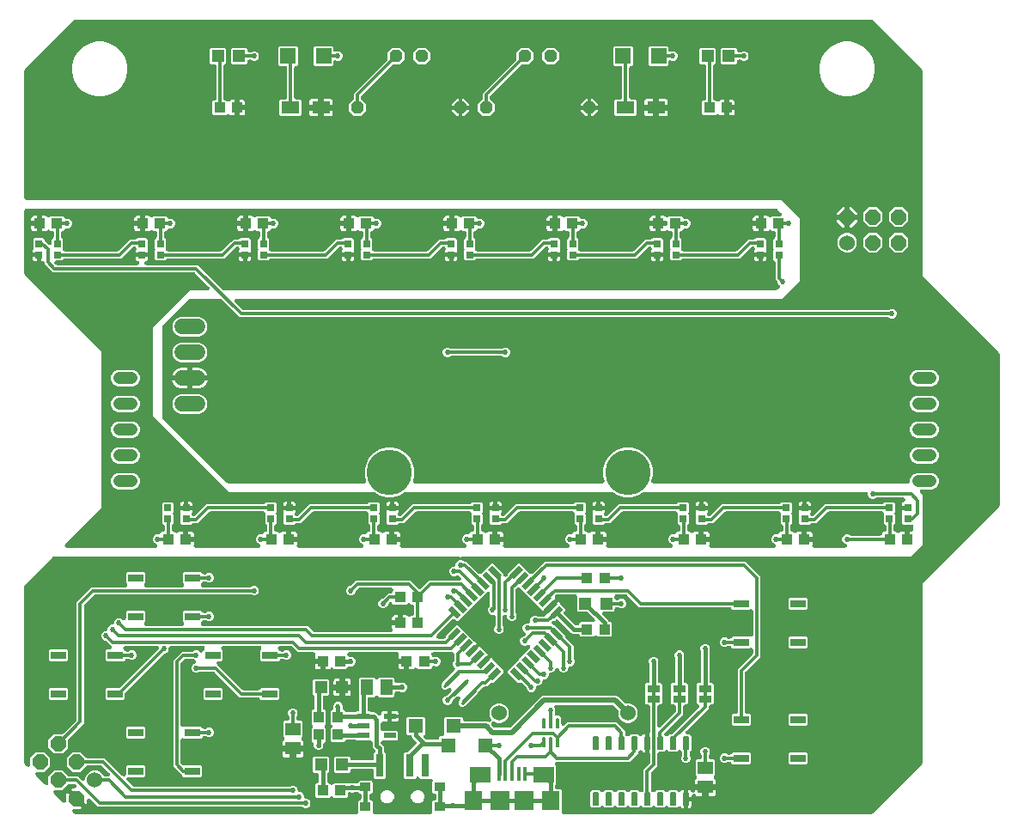
<source format=gbr>
G04 EAGLE Gerber RS-274X export*
G75*
%MOMM*%
%FSLAX34Y34*%
%LPD*%
%INTop Copper*%
%IPPOS*%
%AMOC8*
5,1,8,0,0,1.08239X$1,22.5*%
G01*
%ADD10R,1.100000X1.000000*%
%ADD11R,1.240000X1.500000*%
%ADD12R,1.075000X1.000000*%
%ADD13R,1.500000X1.240000*%
%ADD14R,1.200000X1.200000*%
%ADD15R,1.400000X1.400000*%
%ADD16R,0.400000X1.350000*%
%ADD17R,2.100000X1.600000*%
%ADD18R,1.900000X1.900000*%
%ADD19R,1.800000X1.900000*%
%ADD20C,0.450000*%
%ADD21C,0.254000*%
%ADD22R,1.000000X1.075000*%
%ADD23R,1.524000X0.762000*%
%ADD24C,1.219200*%
%ADD25R,1.270000X0.558800*%
%ADD26R,0.558800X1.270000*%
%ADD27R,0.700000X0.700000*%
%ADD28R,1.200000X0.550000*%
%ADD29R,0.762000X2.209800*%
%ADD30R,0.990600X0.812800*%
%ADD31C,1.524000*%
%ADD32C,4.470400*%
%ADD33C,0.155000*%
%ADD34C,0.195000*%
%ADD35C,1.524000*%
%ADD36R,1.270000X0.660400*%
%ADD37P,1.319650X8X202.500000*%
%ADD38P,1.319650X8X22.500000*%
%ADD39R,1.500000X1.500000*%
%ADD40R,1.800000X1.200000*%
%ADD41P,1.649562X8X22.500000*%
%ADD42P,1.649562X8X157.500000*%
%ADD43C,0.304800*%
%ADD44C,0.525000*%
%ADD45C,0.406400*%
%ADD46C,0.304800*%
%ADD47C,0.508000*%

G36*
X329151Y2035D02*
X329151Y2035D01*
X329169Y2033D01*
X329351Y2054D01*
X329534Y2073D01*
X329551Y2078D01*
X329568Y2080D01*
X329743Y2137D01*
X329919Y2191D01*
X329934Y2199D01*
X329951Y2205D01*
X330111Y2295D01*
X330273Y2383D01*
X330286Y2394D01*
X330302Y2403D01*
X330441Y2523D01*
X330582Y2640D01*
X330593Y2654D01*
X330607Y2666D01*
X330719Y2811D01*
X330834Y2954D01*
X330842Y2970D01*
X330853Y2984D01*
X330935Y3149D01*
X331020Y3311D01*
X331025Y3328D01*
X331033Y3344D01*
X331080Y3523D01*
X331131Y3698D01*
X331133Y3716D01*
X331137Y3733D01*
X331164Y4064D01*
X331164Y14306D01*
X332388Y15530D01*
X332455Y15537D01*
X332472Y15542D01*
X332489Y15544D01*
X332664Y15601D01*
X332840Y15655D01*
X332855Y15663D01*
X332872Y15669D01*
X333032Y15759D01*
X333194Y15847D01*
X333207Y15858D01*
X333223Y15867D01*
X333362Y15987D01*
X333503Y16104D01*
X333514Y16118D01*
X333528Y16130D01*
X333640Y16275D01*
X333755Y16418D01*
X333763Y16434D01*
X333774Y16448D01*
X333856Y16613D01*
X333941Y16775D01*
X333946Y16792D01*
X333954Y16808D01*
X334001Y16986D01*
X334052Y17162D01*
X334054Y17180D01*
X334058Y17197D01*
X334085Y17528D01*
X334085Y20572D01*
X334083Y20590D01*
X334085Y20608D01*
X334064Y20790D01*
X334045Y20973D01*
X334040Y20990D01*
X334038Y21007D01*
X333981Y21182D01*
X333927Y21358D01*
X333919Y21373D01*
X333913Y21390D01*
X333823Y21550D01*
X333735Y21712D01*
X333724Y21725D01*
X333715Y21741D01*
X333595Y21880D01*
X333478Y22021D01*
X333464Y22032D01*
X333452Y22046D01*
X333307Y22158D01*
X333164Y22273D01*
X333148Y22281D01*
X333134Y22292D01*
X332969Y22374D01*
X332807Y22459D01*
X332790Y22464D01*
X332774Y22472D01*
X332595Y22519D01*
X332420Y22570D01*
X332402Y22572D01*
X332385Y22576D01*
X332382Y22576D01*
X331678Y23280D01*
X331657Y23297D01*
X331640Y23318D01*
X331502Y23425D01*
X331366Y23535D01*
X331343Y23548D01*
X331322Y23564D01*
X331165Y23642D01*
X331011Y23724D01*
X330985Y23732D01*
X330961Y23744D01*
X330792Y23789D01*
X330625Y23839D01*
X330598Y23841D01*
X330572Y23848D01*
X330242Y23875D01*
X327882Y23875D01*
X327851Y23872D01*
X327820Y23874D01*
X327650Y23852D01*
X327482Y23835D01*
X327452Y23826D01*
X327421Y23822D01*
X327105Y23721D01*
X326046Y23282D01*
X324193Y23282D01*
X323516Y23563D01*
X323504Y23567D01*
X323492Y23573D01*
X323310Y23625D01*
X323131Y23679D01*
X323118Y23680D01*
X323105Y23684D01*
X322916Y23700D01*
X322730Y23717D01*
X322717Y23716D01*
X322703Y23717D01*
X322517Y23695D01*
X322330Y23676D01*
X322317Y23672D01*
X322304Y23670D01*
X322125Y23612D01*
X321945Y23556D01*
X321934Y23550D01*
X321921Y23545D01*
X321756Y23452D01*
X321592Y23363D01*
X321582Y23354D01*
X321570Y23347D01*
X321427Y23224D01*
X321284Y23104D01*
X321276Y23093D01*
X321265Y23084D01*
X321151Y22936D01*
X321033Y22789D01*
X321027Y22777D01*
X321019Y22766D01*
X320935Y22599D01*
X320849Y22431D01*
X320845Y22418D01*
X320839Y22406D01*
X320791Y22224D01*
X320739Y22043D01*
X320738Y22030D01*
X320735Y22017D01*
X320708Y21686D01*
X320708Y19558D01*
X319517Y18367D01*
X307083Y18367D01*
X306236Y19214D01*
X306222Y19225D01*
X306211Y19239D01*
X306067Y19353D01*
X305925Y19469D01*
X305909Y19477D01*
X305895Y19488D01*
X305731Y19572D01*
X305569Y19658D01*
X305552Y19663D01*
X305536Y19671D01*
X305359Y19720D01*
X305183Y19772D01*
X305165Y19774D01*
X305148Y19779D01*
X304965Y19792D01*
X304782Y19809D01*
X304764Y19807D01*
X304747Y19808D01*
X304565Y19785D01*
X304382Y19765D01*
X304365Y19760D01*
X304347Y19758D01*
X304173Y19699D01*
X303998Y19644D01*
X303982Y19635D01*
X303966Y19630D01*
X303807Y19538D01*
X303646Y19449D01*
X303632Y19438D01*
X303617Y19429D01*
X303364Y19214D01*
X302517Y18367D01*
X290083Y18367D01*
X288892Y19558D01*
X288892Y31242D01*
X290083Y32433D01*
X290204Y32433D01*
X290222Y32435D01*
X290240Y32433D01*
X290422Y32454D01*
X290605Y32473D01*
X290622Y32478D01*
X290639Y32480D01*
X290814Y32537D01*
X290990Y32591D01*
X291005Y32599D01*
X291022Y32605D01*
X291182Y32695D01*
X291344Y32783D01*
X291357Y32794D01*
X291373Y32803D01*
X291512Y32923D01*
X291653Y33040D01*
X291664Y33054D01*
X291678Y33066D01*
X291790Y33211D01*
X291905Y33354D01*
X291913Y33370D01*
X291924Y33384D01*
X292006Y33549D01*
X292091Y33711D01*
X292096Y33728D01*
X292104Y33744D01*
X292151Y33923D01*
X292202Y34098D01*
X292204Y34116D01*
X292208Y34133D01*
X292235Y34464D01*
X292235Y40736D01*
X292233Y40754D01*
X292235Y40772D01*
X292214Y40954D01*
X292195Y41137D01*
X292190Y41154D01*
X292188Y41171D01*
X292131Y41346D01*
X292077Y41522D01*
X292069Y41537D01*
X292063Y41554D01*
X291973Y41714D01*
X291885Y41876D01*
X291874Y41889D01*
X291865Y41905D01*
X291745Y42044D01*
X291628Y42185D01*
X291614Y42196D01*
X291602Y42210D01*
X291457Y42322D01*
X291314Y42437D01*
X291298Y42445D01*
X291284Y42456D01*
X291119Y42538D01*
X290957Y42623D01*
X290940Y42628D01*
X290924Y42636D01*
X290745Y42683D01*
X290570Y42734D01*
X290552Y42736D01*
X290535Y42740D01*
X290204Y42767D01*
X287458Y42767D01*
X286267Y43958D01*
X286267Y57642D01*
X287458Y58833D01*
X301142Y58833D01*
X302333Y57642D01*
X302333Y43958D01*
X300960Y42585D01*
X300943Y42564D01*
X300922Y42547D01*
X300815Y42409D01*
X300705Y42273D01*
X300692Y42250D01*
X300676Y42229D01*
X300598Y42072D01*
X300516Y41918D01*
X300508Y41892D01*
X300496Y41868D01*
X300451Y41699D01*
X300401Y41532D01*
X300399Y41505D01*
X300392Y41479D01*
X300365Y41149D01*
X300365Y34464D01*
X300367Y34446D01*
X300365Y34428D01*
X300386Y34246D01*
X300405Y34063D01*
X300410Y34046D01*
X300412Y34029D01*
X300469Y33854D01*
X300523Y33678D01*
X300531Y33663D01*
X300537Y33646D01*
X300627Y33486D01*
X300715Y33324D01*
X300726Y33311D01*
X300735Y33295D01*
X300855Y33156D01*
X300972Y33015D01*
X300986Y33004D01*
X300998Y32990D01*
X301143Y32878D01*
X301286Y32763D01*
X301302Y32755D01*
X301316Y32744D01*
X301481Y32662D01*
X301643Y32577D01*
X301660Y32572D01*
X301676Y32564D01*
X301855Y32517D01*
X302030Y32466D01*
X302048Y32464D01*
X302065Y32460D01*
X302396Y32433D01*
X302517Y32433D01*
X303364Y31586D01*
X303377Y31575D01*
X303389Y31561D01*
X303534Y31447D01*
X303675Y31331D01*
X303691Y31323D01*
X303705Y31312D01*
X303869Y31228D01*
X304031Y31142D01*
X304048Y31137D01*
X304064Y31129D01*
X304241Y31080D01*
X304417Y31028D01*
X304435Y31026D01*
X304452Y31021D01*
X304635Y31008D01*
X304818Y30991D01*
X304836Y30993D01*
X304853Y30992D01*
X305035Y31015D01*
X305218Y31035D01*
X305235Y31040D01*
X305253Y31042D01*
X305426Y31100D01*
X305602Y31156D01*
X305618Y31165D01*
X305634Y31170D01*
X305793Y31262D01*
X305954Y31351D01*
X305968Y31362D01*
X305983Y31371D01*
X306236Y31586D01*
X307083Y32433D01*
X319554Y32433D01*
X319662Y32345D01*
X319685Y32332D01*
X319706Y32316D01*
X319863Y32238D01*
X320017Y32156D01*
X320043Y32148D01*
X320067Y32136D01*
X320236Y32091D01*
X320403Y32041D01*
X320430Y32039D01*
X320456Y32032D01*
X320786Y32005D01*
X322358Y32005D01*
X322389Y32008D01*
X322420Y32006D01*
X322590Y32028D01*
X322758Y32045D01*
X322788Y32054D01*
X322819Y32058D01*
X323135Y32159D01*
X324194Y32598D01*
X326046Y32598D01*
X327105Y32159D01*
X327135Y32150D01*
X327163Y32136D01*
X327327Y32092D01*
X327490Y32043D01*
X327521Y32040D01*
X327551Y32032D01*
X327882Y32005D01*
X329133Y32005D01*
X329151Y32007D01*
X329169Y32005D01*
X329351Y32026D01*
X329534Y32045D01*
X329551Y32050D01*
X329568Y32052D01*
X329743Y32109D01*
X329919Y32163D01*
X329934Y32171D01*
X329951Y32177D01*
X330111Y32267D01*
X330273Y32355D01*
X330286Y32366D01*
X330302Y32375D01*
X330441Y32495D01*
X330582Y32612D01*
X330593Y32626D01*
X330607Y32638D01*
X330719Y32783D01*
X330834Y32926D01*
X330842Y32942D01*
X330853Y32956D01*
X330935Y33121D01*
X331020Y33283D01*
X331025Y33300D01*
X331033Y33316D01*
X331080Y33495D01*
X331092Y33533D01*
X332355Y34797D01*
X344652Y34797D01*
X344664Y34696D01*
X344686Y34509D01*
X344689Y34500D01*
X344690Y34491D01*
X344751Y34311D01*
X344811Y34126D01*
X344816Y34118D01*
X344818Y34110D01*
X344914Y33944D01*
X345009Y33775D01*
X345015Y33768D01*
X345019Y33761D01*
X345136Y33624D01*
X345136Y23794D01*
X343912Y22570D01*
X343845Y22563D01*
X343828Y22558D01*
X343811Y22556D01*
X343636Y22499D01*
X343460Y22445D01*
X343445Y22437D01*
X343428Y22431D01*
X343268Y22341D01*
X343106Y22253D01*
X343093Y22242D01*
X343077Y22233D01*
X342938Y22113D01*
X342797Y21996D01*
X342786Y21982D01*
X342772Y21970D01*
X342660Y21825D01*
X342545Y21682D01*
X342537Y21666D01*
X342526Y21652D01*
X342444Y21487D01*
X342359Y21325D01*
X342354Y21308D01*
X342346Y21292D01*
X342298Y21113D01*
X342248Y20938D01*
X342246Y20920D01*
X342242Y20903D01*
X342215Y20572D01*
X342215Y17528D01*
X342217Y17510D01*
X342215Y17492D01*
X342236Y17310D01*
X342255Y17127D01*
X342260Y17110D01*
X342262Y17093D01*
X342319Y16918D01*
X342373Y16742D01*
X342381Y16727D01*
X342387Y16710D01*
X342477Y16550D01*
X342565Y16388D01*
X342576Y16375D01*
X342585Y16359D01*
X342705Y16220D01*
X342822Y16079D01*
X342836Y16068D01*
X342848Y16054D01*
X342994Y15941D01*
X343136Y15827D01*
X343152Y15819D01*
X343166Y15808D01*
X343331Y15726D01*
X343493Y15641D01*
X343510Y15636D01*
X343526Y15628D01*
X343705Y15581D01*
X343880Y15530D01*
X343898Y15528D01*
X343915Y15524D01*
X343918Y15524D01*
X345136Y14306D01*
X345136Y4064D01*
X345138Y4046D01*
X345136Y4028D01*
X345157Y3846D01*
X345176Y3663D01*
X345181Y3646D01*
X345183Y3629D01*
X345240Y3454D01*
X345294Y3278D01*
X345302Y3263D01*
X345308Y3246D01*
X345398Y3086D01*
X345486Y2924D01*
X345497Y2911D01*
X345506Y2895D01*
X345626Y2756D01*
X345743Y2615D01*
X345757Y2604D01*
X345769Y2590D01*
X345914Y2478D01*
X346057Y2363D01*
X346073Y2355D01*
X346087Y2344D01*
X346252Y2262D01*
X346414Y2177D01*
X346431Y2172D01*
X346447Y2164D01*
X346626Y2117D01*
X346801Y2066D01*
X346819Y2064D01*
X346836Y2060D01*
X347167Y2033D01*
X402133Y2033D01*
X402151Y2035D01*
X402169Y2033D01*
X402351Y2054D01*
X402534Y2073D01*
X402551Y2078D01*
X402568Y2080D01*
X402743Y2137D01*
X402919Y2191D01*
X402934Y2199D01*
X402951Y2205D01*
X403111Y2295D01*
X403273Y2383D01*
X403286Y2394D01*
X403302Y2403D01*
X403441Y2523D01*
X403582Y2640D01*
X403593Y2654D01*
X403607Y2666D01*
X403719Y2811D01*
X403834Y2954D01*
X403842Y2970D01*
X403853Y2984D01*
X403935Y3149D01*
X404020Y3311D01*
X404025Y3328D01*
X404033Y3344D01*
X404080Y3523D01*
X404131Y3698D01*
X404133Y3716D01*
X404137Y3733D01*
X404164Y4064D01*
X404164Y14306D01*
X405355Y15497D01*
X405814Y15497D01*
X405832Y15499D01*
X405850Y15497D01*
X406032Y15518D01*
X406215Y15537D01*
X406232Y15542D01*
X406249Y15544D01*
X406424Y15601D01*
X406600Y15655D01*
X406615Y15663D01*
X406632Y15669D01*
X406792Y15759D01*
X406954Y15847D01*
X406967Y15858D01*
X406983Y15867D01*
X407122Y15987D01*
X407263Y16104D01*
X407274Y16118D01*
X407288Y16130D01*
X407400Y16275D01*
X407515Y16418D01*
X407523Y16434D01*
X407534Y16448D01*
X407616Y16613D01*
X407701Y16775D01*
X407706Y16792D01*
X407714Y16808D01*
X407761Y16986D01*
X407812Y17162D01*
X407814Y17180D01*
X407818Y17197D01*
X407845Y17528D01*
X407845Y20572D01*
X407843Y20590D01*
X407845Y20608D01*
X407824Y20790D01*
X407805Y20973D01*
X407800Y20990D01*
X407798Y21007D01*
X407741Y21182D01*
X407687Y21358D01*
X407679Y21373D01*
X407673Y21390D01*
X407583Y21550D01*
X407495Y21712D01*
X407484Y21725D01*
X407475Y21741D01*
X407355Y21880D01*
X407238Y22021D01*
X407224Y22032D01*
X407212Y22046D01*
X407067Y22158D01*
X406924Y22273D01*
X406908Y22281D01*
X406894Y22292D01*
X406729Y22374D01*
X406567Y22459D01*
X406550Y22464D01*
X406534Y22472D01*
X406355Y22519D01*
X406180Y22570D01*
X406162Y22572D01*
X406145Y22576D01*
X405814Y22603D01*
X405355Y22603D01*
X404164Y23794D01*
X404164Y33627D01*
X404199Y33670D01*
X404321Y33819D01*
X404325Y33827D01*
X404331Y33834D01*
X404419Y34004D01*
X404510Y34175D01*
X404512Y34184D01*
X404516Y34191D01*
X404569Y34375D01*
X404624Y34561D01*
X404625Y34570D01*
X404628Y34578D01*
X404643Y34769D01*
X404661Y34962D01*
X404660Y34971D01*
X404661Y34980D01*
X404638Y35169D01*
X404617Y35362D01*
X404615Y35371D01*
X404614Y35379D01*
X404554Y35563D01*
X404496Y35746D01*
X404492Y35754D01*
X404489Y35762D01*
X404394Y35931D01*
X404301Y36098D01*
X404295Y36105D01*
X404291Y36113D01*
X404165Y36258D01*
X404041Y36405D01*
X404034Y36411D01*
X404028Y36418D01*
X403877Y36535D01*
X403725Y36655D01*
X403717Y36659D01*
X403710Y36664D01*
X403538Y36750D01*
X403366Y36837D01*
X403357Y36840D01*
X403349Y36844D01*
X403161Y36894D01*
X402978Y36945D01*
X402969Y36946D01*
X402960Y36948D01*
X402630Y36975D01*
X392498Y36975D01*
X391086Y38387D01*
X391073Y38398D01*
X391061Y38412D01*
X390917Y38526D01*
X390775Y38642D01*
X390759Y38650D01*
X390745Y38661D01*
X390581Y38745D01*
X390419Y38831D01*
X390402Y38836D01*
X390386Y38844D01*
X390209Y38893D01*
X390033Y38945D01*
X390015Y38947D01*
X389998Y38952D01*
X389815Y38965D01*
X389632Y38982D01*
X389614Y38980D01*
X389597Y38981D01*
X389415Y38958D01*
X389232Y38938D01*
X389215Y38933D01*
X389197Y38931D01*
X389024Y38873D01*
X388848Y38817D01*
X388832Y38808D01*
X388816Y38803D01*
X388657Y38711D01*
X388496Y38622D01*
X388482Y38611D01*
X388467Y38602D01*
X388214Y38387D01*
X386802Y36975D01*
X377498Y36975D01*
X376307Y38166D01*
X376307Y61948D01*
X377498Y63139D01*
X379129Y63139D01*
X379156Y63141D01*
X379182Y63139D01*
X379356Y63161D01*
X379530Y63179D01*
X379555Y63186D01*
X379582Y63190D01*
X379747Y63245D01*
X379914Y63297D01*
X379938Y63310D01*
X379963Y63318D01*
X380115Y63405D01*
X380269Y63489D01*
X380289Y63506D01*
X380312Y63519D01*
X380565Y63734D01*
X387785Y70954D01*
X387797Y70967D01*
X387810Y70979D01*
X387924Y71123D01*
X388040Y71265D01*
X388049Y71281D01*
X388060Y71295D01*
X388143Y71459D01*
X388229Y71621D01*
X388234Y71638D01*
X388242Y71654D01*
X388292Y71831D01*
X388344Y72007D01*
X388345Y72025D01*
X388350Y72042D01*
X388364Y72225D01*
X388380Y72408D01*
X388378Y72426D01*
X388380Y72443D01*
X388357Y72625D01*
X388337Y72808D01*
X388331Y72825D01*
X388329Y72843D01*
X388271Y73016D01*
X388215Y73192D01*
X388207Y73208D01*
X388201Y73224D01*
X388109Y73384D01*
X388020Y73544D01*
X388009Y73558D01*
X388000Y73573D01*
X387785Y73826D01*
X384454Y77158D01*
X383851Y78613D01*
X383841Y78633D01*
X383834Y78654D01*
X383746Y78810D01*
X383661Y78968D01*
X383647Y78985D01*
X383636Y79005D01*
X383519Y79140D01*
X383404Y79279D01*
X383387Y79293D01*
X383373Y79310D01*
X383231Y79419D01*
X383092Y79532D01*
X383072Y79543D01*
X383054Y79556D01*
X382894Y79636D01*
X382735Y79719D01*
X382714Y79726D01*
X382694Y79736D01*
X382521Y79782D01*
X382349Y79832D01*
X382327Y79834D01*
X382305Y79840D01*
X381974Y79867D01*
X380058Y79867D01*
X378867Y81058D01*
X378867Y96742D01*
X380058Y97933D01*
X395742Y97933D01*
X396933Y96742D01*
X396933Y81058D01*
X395928Y80053D01*
X395917Y80039D01*
X395903Y80028D01*
X395789Y79884D01*
X395673Y79742D01*
X395664Y79726D01*
X395653Y79712D01*
X395570Y79548D01*
X395484Y79386D01*
X395479Y79369D01*
X395471Y79353D01*
X395422Y79176D01*
X395369Y79000D01*
X395368Y78982D01*
X395363Y78965D01*
X395350Y78782D01*
X395333Y78599D01*
X395335Y78581D01*
X395334Y78563D01*
X395357Y78381D01*
X395376Y78199D01*
X395382Y78182D01*
X395384Y78164D01*
X395442Y77990D01*
X395498Y77815D01*
X395507Y77799D01*
X395512Y77782D01*
X395604Y77624D01*
X395693Y77463D01*
X395704Y77449D01*
X395713Y77434D01*
X395928Y77181D01*
X397329Y75780D01*
X397349Y75763D01*
X397367Y75742D01*
X397505Y75635D01*
X397640Y75525D01*
X397664Y75512D01*
X397685Y75496D01*
X397841Y75418D01*
X397996Y75336D01*
X398022Y75328D01*
X398046Y75316D01*
X398214Y75271D01*
X398382Y75221D01*
X398408Y75219D01*
X398434Y75212D01*
X398765Y75185D01*
X408586Y75185D01*
X408604Y75187D01*
X408622Y75185D01*
X408804Y75206D01*
X408987Y75225D01*
X409004Y75230D01*
X409021Y75232D01*
X409196Y75289D01*
X409372Y75343D01*
X409387Y75351D01*
X409404Y75357D01*
X409564Y75447D01*
X409726Y75535D01*
X409739Y75546D01*
X409755Y75555D01*
X409894Y75675D01*
X410035Y75792D01*
X410046Y75806D01*
X410060Y75818D01*
X410172Y75963D01*
X410287Y76106D01*
X410295Y76122D01*
X410306Y76136D01*
X410388Y76301D01*
X410473Y76463D01*
X410478Y76480D01*
X410486Y76496D01*
X410533Y76675D01*
X410584Y76850D01*
X410586Y76868D01*
X410590Y76885D01*
X410617Y77216D01*
X410617Y77692D01*
X411808Y78883D01*
X413836Y78883D01*
X413854Y78885D01*
X413872Y78883D01*
X414054Y78904D01*
X414237Y78923D01*
X414254Y78928D01*
X414271Y78930D01*
X414446Y78987D01*
X414622Y79041D01*
X414637Y79049D01*
X414654Y79055D01*
X414814Y79145D01*
X414976Y79233D01*
X414989Y79244D01*
X415005Y79253D01*
X415144Y79373D01*
X415285Y79490D01*
X415296Y79504D01*
X415310Y79516D01*
X415422Y79661D01*
X415537Y79804D01*
X415545Y79820D01*
X415556Y79834D01*
X415638Y79999D01*
X415723Y80161D01*
X415728Y80178D01*
X415736Y80194D01*
X415783Y80373D01*
X415834Y80548D01*
X415836Y80566D01*
X415840Y80583D01*
X415867Y80914D01*
X415867Y96742D01*
X417058Y97933D01*
X432742Y97933D01*
X433933Y96742D01*
X433933Y95504D01*
X433935Y95486D01*
X433933Y95468D01*
X433955Y95285D01*
X433973Y95103D01*
X433978Y95086D01*
X433980Y95069D01*
X434037Y94894D01*
X434091Y94718D01*
X434099Y94703D01*
X434105Y94686D01*
X434195Y94526D01*
X434283Y94364D01*
X434294Y94351D01*
X434303Y94335D01*
X434423Y94196D01*
X434540Y94055D01*
X434554Y94044D01*
X434566Y94030D01*
X434711Y93918D01*
X434854Y93803D01*
X434870Y93795D01*
X434884Y93784D01*
X435049Y93702D01*
X435211Y93617D01*
X435228Y93612D01*
X435244Y93604D01*
X435423Y93557D01*
X435598Y93506D01*
X435616Y93504D01*
X435633Y93500D01*
X435964Y93473D01*
X458110Y93473D01*
X459373Y92949D01*
X459377Y92948D01*
X459381Y92946D01*
X459568Y92890D01*
X459758Y92833D01*
X459763Y92832D01*
X459767Y92831D01*
X459961Y92814D01*
X460159Y92795D01*
X460164Y92795D01*
X460168Y92795D01*
X460362Y92816D01*
X460560Y92836D01*
X460564Y92838D01*
X460569Y92838D01*
X460756Y92898D01*
X460944Y92956D01*
X460948Y92958D01*
X460952Y92960D01*
X461126Y93056D01*
X461297Y93150D01*
X461301Y93152D01*
X461305Y93155D01*
X461454Y93281D01*
X461605Y93409D01*
X461608Y93412D01*
X461612Y93415D01*
X461733Y93569D01*
X461856Y93723D01*
X461858Y93728D01*
X461861Y93731D01*
X461950Y93905D01*
X462040Y94082D01*
X462042Y94086D01*
X462044Y94090D01*
X462096Y94279D01*
X462150Y94469D01*
X462150Y94474D01*
X462152Y94478D01*
X462166Y94676D01*
X462181Y94870D01*
X462181Y94875D01*
X462181Y94880D01*
X462157Y95069D01*
X462132Y95270D01*
X462131Y95275D01*
X462130Y95279D01*
X462068Y95464D01*
X462006Y95652D01*
X462004Y95656D01*
X462002Y95661D01*
X461905Y95829D01*
X461807Y96002D01*
X461804Y96006D01*
X461801Y96009D01*
X461736Y96087D01*
X460247Y99680D01*
X460247Y103520D01*
X461717Y107068D01*
X464432Y109783D01*
X464586Y109847D01*
X467980Y111253D01*
X471820Y111253D01*
X475368Y109783D01*
X478083Y107068D01*
X479553Y103520D01*
X479553Y99680D01*
X478083Y96132D01*
X475368Y93417D01*
X471820Y91947D01*
X467980Y91947D01*
X464849Y93244D01*
X464845Y93245D01*
X464841Y93247D01*
X464651Y93304D01*
X464464Y93360D01*
X464459Y93361D01*
X464455Y93362D01*
X464257Y93380D01*
X464063Y93399D01*
X464059Y93398D01*
X464054Y93399D01*
X463855Y93377D01*
X463663Y93357D01*
X463658Y93356D01*
X463654Y93355D01*
X463466Y93296D01*
X463278Y93237D01*
X463274Y93235D01*
X463270Y93234D01*
X463097Y93138D01*
X462925Y93044D01*
X462922Y93041D01*
X462918Y93039D01*
X462765Y92909D01*
X462617Y92785D01*
X462614Y92781D01*
X462611Y92778D01*
X462486Y92621D01*
X462366Y92470D01*
X462364Y92466D01*
X462361Y92462D01*
X462272Y92287D01*
X462182Y92112D01*
X462181Y92107D01*
X462179Y92103D01*
X462125Y91911D01*
X462072Y91724D01*
X462072Y91720D01*
X462071Y91716D01*
X462056Y91512D01*
X462041Y91323D01*
X462042Y91319D01*
X462041Y91314D01*
X462067Y91112D01*
X462090Y90923D01*
X462091Y90919D01*
X462092Y90915D01*
X462155Y90727D01*
X462216Y90541D01*
X462219Y90537D01*
X462220Y90533D01*
X462317Y90365D01*
X462416Y90191D01*
X462419Y90188D01*
X462421Y90184D01*
X462636Y89931D01*
X464849Y87718D01*
X464870Y87701D01*
X464887Y87680D01*
X465025Y87574D01*
X465161Y87463D01*
X465184Y87450D01*
X465205Y87434D01*
X465362Y87356D01*
X465516Y87274D01*
X465542Y87266D01*
X465566Y87254D01*
X465735Y87209D01*
X465902Y87159D01*
X465929Y87157D01*
X465955Y87150D01*
X466285Y87123D01*
X479865Y87123D01*
X479891Y87125D01*
X479918Y87123D01*
X480092Y87145D01*
X480265Y87163D01*
X480291Y87170D01*
X480317Y87174D01*
X480483Y87229D01*
X480650Y87281D01*
X480674Y87294D01*
X480699Y87302D01*
X480851Y87389D01*
X481004Y87473D01*
X481025Y87490D01*
X481048Y87503D01*
X481301Y87718D01*
X511760Y118177D01*
X513440Y118873D01*
X585110Y118873D01*
X586790Y118177D01*
X593125Y111842D01*
X593143Y111827D01*
X593157Y111810D01*
X593298Y111700D01*
X593437Y111587D01*
X593457Y111576D01*
X593475Y111562D01*
X593635Y111482D01*
X593792Y111398D01*
X593814Y111392D01*
X593834Y111381D01*
X594007Y111334D01*
X594178Y111283D01*
X594201Y111281D01*
X594223Y111275D01*
X594401Y111263D01*
X594579Y111247D01*
X594602Y111249D01*
X594624Y111248D01*
X594663Y111253D01*
X598820Y111253D01*
X602368Y109783D01*
X605083Y107068D01*
X606553Y103520D01*
X606553Y99680D01*
X605083Y96132D01*
X602368Y93417D01*
X598820Y91947D01*
X594980Y91947D01*
X591432Y93417D01*
X588717Y96132D01*
X587247Y99680D01*
X587247Y103884D01*
X587253Y103947D01*
X587251Y103969D01*
X587253Y103992D01*
X587230Y104170D01*
X587212Y104347D01*
X587205Y104369D01*
X587202Y104391D01*
X587145Y104561D01*
X587092Y104732D01*
X587081Y104751D01*
X587074Y104773D01*
X586984Y104928D01*
X586899Y105085D01*
X586884Y105102D01*
X586873Y105122D01*
X586658Y105375D01*
X582901Y109132D01*
X582880Y109149D01*
X582863Y109170D01*
X582725Y109276D01*
X582589Y109387D01*
X582566Y109400D01*
X582545Y109416D01*
X582389Y109494D01*
X582234Y109576D01*
X582208Y109584D01*
X582184Y109596D01*
X582015Y109641D01*
X581848Y109691D01*
X581821Y109693D01*
X581795Y109700D01*
X581465Y109727D01*
X526467Y109727D01*
X526454Y109726D01*
X526440Y109727D01*
X526254Y109706D01*
X526067Y109687D01*
X526054Y109683D01*
X526040Y109682D01*
X525862Y109625D01*
X525682Y109569D01*
X525670Y109563D01*
X525657Y109559D01*
X525493Y109467D01*
X525328Y109377D01*
X525317Y109369D01*
X525306Y109362D01*
X525162Y109239D01*
X525018Y109120D01*
X525010Y109109D01*
X525000Y109101D01*
X524883Y108952D01*
X524766Y108806D01*
X524760Y108794D01*
X524752Y108784D01*
X524667Y108614D01*
X524580Y108449D01*
X524577Y108436D01*
X524571Y108424D01*
X524521Y108242D01*
X524469Y108062D01*
X524468Y108048D01*
X524464Y108035D01*
X524452Y107848D01*
X524436Y107660D01*
X524438Y107647D01*
X524437Y107634D01*
X524461Y107446D01*
X524483Y107261D01*
X524487Y107248D01*
X524489Y107235D01*
X524591Y106919D01*
X525358Y105066D01*
X525358Y103214D01*
X524872Y102041D01*
X524868Y102028D01*
X524862Y102017D01*
X524810Y101836D01*
X524756Y101656D01*
X524754Y101643D01*
X524751Y101630D01*
X524735Y101441D01*
X524718Y101255D01*
X524719Y101242D01*
X524718Y101228D01*
X524740Y101041D01*
X524759Y100855D01*
X524763Y100842D01*
X524765Y100829D01*
X524823Y100651D01*
X524879Y100470D01*
X524885Y100459D01*
X524890Y100446D01*
X524982Y100282D01*
X525072Y100117D01*
X525081Y100107D01*
X525088Y100095D01*
X525210Y99953D01*
X525331Y99809D01*
X525342Y99801D01*
X525351Y99790D01*
X525499Y99675D01*
X525646Y99558D01*
X525658Y99552D01*
X525669Y99544D01*
X525837Y99460D01*
X526004Y99374D01*
X526017Y99370D01*
X526029Y99364D01*
X526211Y99315D01*
X526392Y99264D01*
X526405Y99263D01*
X526418Y99260D01*
X526749Y99233D01*
X529421Y99233D01*
X531183Y97471D01*
X531183Y91247D01*
X531184Y91238D01*
X531183Y91229D01*
X531204Y91037D01*
X531223Y90846D01*
X531225Y90838D01*
X531226Y90829D01*
X531284Y90646D01*
X531341Y90461D01*
X531345Y90453D01*
X531348Y90445D01*
X531441Y90276D01*
X531533Y90107D01*
X531538Y90100D01*
X531543Y90093D01*
X531667Y89946D01*
X531790Y89798D01*
X531797Y89792D01*
X531803Y89786D01*
X531954Y89667D01*
X532104Y89546D01*
X532112Y89541D01*
X532119Y89536D01*
X532292Y89448D01*
X532461Y89360D01*
X532470Y89358D01*
X532478Y89354D01*
X532664Y89302D01*
X532848Y89249D01*
X532857Y89248D01*
X532866Y89246D01*
X533059Y89231D01*
X533250Y89216D01*
X533258Y89217D01*
X533267Y89216D01*
X533460Y89241D01*
X533649Y89263D01*
X533658Y89265D01*
X533667Y89267D01*
X533849Y89328D01*
X534032Y89388D01*
X534040Y89392D01*
X534048Y89395D01*
X534215Y89491D01*
X534383Y89585D01*
X534390Y89591D01*
X534397Y89596D01*
X534650Y89810D01*
X537297Y92457D01*
X585673Y92457D01*
X594107Y84023D01*
X594107Y81305D01*
X594109Y81279D01*
X594107Y81252D01*
X594129Y81078D01*
X594147Y80905D01*
X594155Y80879D01*
X594158Y80853D01*
X594213Y80687D01*
X594265Y80520D01*
X594278Y80496D01*
X594286Y80471D01*
X594373Y80319D01*
X594457Y80166D01*
X594474Y80145D01*
X594487Y80122D01*
X594702Y79869D01*
X595464Y79107D01*
X595478Y79096D01*
X595489Y79082D01*
X595633Y78968D01*
X595775Y78852D01*
X595791Y78844D01*
X595805Y78833D01*
X595968Y78749D01*
X596131Y78663D01*
X596148Y78658D01*
X596164Y78650D01*
X596341Y78601D01*
X596517Y78549D01*
X596535Y78547D01*
X596552Y78542D01*
X596736Y78529D01*
X596918Y78512D01*
X596935Y78514D01*
X596953Y78513D01*
X597137Y78536D01*
X597318Y78556D01*
X597335Y78561D01*
X597353Y78563D01*
X597527Y78622D01*
X597702Y78677D01*
X597718Y78686D01*
X597734Y78691D01*
X597894Y78783D01*
X598054Y78872D01*
X598068Y78883D01*
X598083Y78892D01*
X598336Y79107D01*
X599762Y80533D01*
X606738Y80533D01*
X607833Y79438D01*
X607896Y79386D01*
X607953Y79327D01*
X608052Y79259D01*
X608144Y79183D01*
X608217Y79144D01*
X608285Y79098D01*
X608394Y79050D01*
X608500Y78994D01*
X608579Y78971D01*
X608654Y78938D01*
X608771Y78914D01*
X608886Y78879D01*
X608968Y78872D01*
X609048Y78855D01*
X609168Y78854D01*
X609287Y78843D01*
X609369Y78852D01*
X609451Y78851D01*
X609568Y78874D01*
X609687Y78886D01*
X609766Y78911D01*
X609846Y78927D01*
X609957Y78972D01*
X610071Y79008D01*
X610143Y79048D01*
X610219Y79079D01*
X610318Y79145D01*
X610423Y79203D01*
X610486Y79256D01*
X610554Y79301D01*
X610639Y79386D01*
X610730Y79463D01*
X610781Y79528D01*
X610839Y79586D01*
X610926Y79711D01*
X610942Y79731D01*
X611589Y80378D01*
X612345Y80815D01*
X613188Y81041D01*
X613919Y81041D01*
X613919Y71950D01*
X613919Y62859D01*
X613188Y62859D01*
X612345Y63085D01*
X611589Y63522D01*
X610952Y64158D01*
X610941Y64180D01*
X610863Y64271D01*
X610793Y64368D01*
X610733Y64424D01*
X610680Y64487D01*
X610586Y64561D01*
X610499Y64643D01*
X610429Y64686D01*
X610364Y64737D01*
X610257Y64791D01*
X610156Y64853D01*
X610079Y64882D01*
X610005Y64919D01*
X609890Y64951D01*
X609778Y64992D01*
X609697Y65005D01*
X609617Y65027D01*
X609498Y65036D01*
X609380Y65054D01*
X609298Y65050D01*
X609216Y65056D01*
X609097Y65041D01*
X608978Y65036D01*
X608898Y65016D01*
X608816Y65006D01*
X608703Y64968D01*
X608587Y64939D01*
X608512Y64904D01*
X608435Y64878D01*
X608331Y64818D01*
X608223Y64767D01*
X608157Y64718D01*
X608086Y64677D01*
X607969Y64578D01*
X607900Y64526D01*
X607873Y64496D01*
X607833Y64462D01*
X607402Y64031D01*
X607385Y64010D01*
X607364Y63993D01*
X607257Y63855D01*
X607147Y63719D01*
X607134Y63696D01*
X607118Y63675D01*
X607040Y63518D01*
X606958Y63364D01*
X606950Y63338D01*
X606938Y63314D01*
X606893Y63145D01*
X606843Y62978D01*
X606841Y62951D01*
X606834Y62925D01*
X606807Y62595D01*
X606807Y62027D01*
X598373Y53593D01*
X526945Y53593D01*
X526936Y53592D01*
X526927Y53593D01*
X526735Y53572D01*
X526545Y53553D01*
X526536Y53551D01*
X526527Y53550D01*
X526345Y53492D01*
X526160Y53435D01*
X526152Y53431D01*
X526143Y53428D01*
X525975Y53335D01*
X525806Y53243D01*
X525799Y53238D01*
X525791Y53233D01*
X525643Y53108D01*
X525496Y52986D01*
X525491Y52979D01*
X525484Y52973D01*
X525365Y52822D01*
X525244Y52672D01*
X525240Y52664D01*
X525234Y52657D01*
X525147Y52486D01*
X525059Y52315D01*
X525056Y52306D01*
X525052Y52298D01*
X525000Y52113D01*
X524947Y51928D01*
X524947Y51919D01*
X524944Y51910D01*
X524930Y51718D01*
X524914Y51526D01*
X524915Y51518D01*
X524915Y51509D01*
X524939Y51316D01*
X524961Y51127D01*
X524964Y51118D01*
X524965Y51109D01*
X525027Y50926D01*
X525086Y50744D01*
X525091Y50736D01*
X525093Y50728D01*
X525189Y50562D01*
X525284Y50393D01*
X525290Y50386D01*
X525294Y50379D01*
X525509Y50126D01*
X526133Y49502D01*
X526133Y31818D01*
X525260Y30945D01*
X525243Y30924D01*
X525222Y30907D01*
X525115Y30769D01*
X525005Y30633D01*
X524992Y30610D01*
X524976Y30589D01*
X524898Y30432D01*
X524816Y30278D01*
X524808Y30252D01*
X524796Y30228D01*
X524751Y30059D01*
X524701Y29892D01*
X524699Y29865D01*
X524692Y29839D01*
X524665Y29509D01*
X524665Y28724D01*
X524667Y28706D01*
X524665Y28688D01*
X524686Y28506D01*
X524705Y28323D01*
X524710Y28306D01*
X524712Y28289D01*
X524769Y28114D01*
X524823Y27938D01*
X524831Y27923D01*
X524837Y27906D01*
X524927Y27746D01*
X525015Y27584D01*
X525026Y27571D01*
X525035Y27555D01*
X525155Y27416D01*
X525272Y27275D01*
X525286Y27264D01*
X525298Y27250D01*
X525443Y27138D01*
X525586Y27023D01*
X525602Y27015D01*
X525616Y27004D01*
X525781Y26922D01*
X525943Y26837D01*
X525960Y26832D01*
X525976Y26824D01*
X526155Y26777D01*
X526330Y26726D01*
X526348Y26724D01*
X526365Y26720D01*
X526696Y26693D01*
X530442Y26693D01*
X531633Y25502D01*
X531633Y4064D01*
X531635Y4046D01*
X531633Y4028D01*
X531654Y3846D01*
X531673Y3663D01*
X531678Y3646D01*
X531680Y3629D01*
X531737Y3454D01*
X531791Y3278D01*
X531799Y3263D01*
X531805Y3246D01*
X531895Y3086D01*
X531983Y2924D01*
X531994Y2911D01*
X532003Y2895D01*
X532123Y2756D01*
X532240Y2615D01*
X532254Y2604D01*
X532266Y2590D01*
X532411Y2478D01*
X532554Y2363D01*
X532570Y2355D01*
X532584Y2344D01*
X532749Y2262D01*
X532911Y2177D01*
X532928Y2172D01*
X532944Y2164D01*
X533123Y2117D01*
X533298Y2066D01*
X533316Y2064D01*
X533333Y2060D01*
X533664Y2033D01*
X836517Y2033D01*
X836543Y2035D01*
X836570Y2033D01*
X836744Y2055D01*
X836917Y2073D01*
X836943Y2080D01*
X836969Y2084D01*
X837135Y2139D01*
X837302Y2191D01*
X837326Y2204D01*
X837351Y2212D01*
X837503Y2299D01*
X837656Y2383D01*
X837677Y2400D01*
X837700Y2413D01*
X837953Y2628D01*
X886372Y51047D01*
X886389Y51068D01*
X886410Y51085D01*
X886517Y51223D01*
X886627Y51359D01*
X886640Y51382D01*
X886656Y51403D01*
X886734Y51560D01*
X886816Y51714D01*
X886824Y51740D01*
X886836Y51764D01*
X886881Y51933D01*
X886931Y52100D01*
X886933Y52127D01*
X886940Y52153D01*
X886967Y52483D01*
X886967Y229442D01*
X962572Y305047D01*
X962589Y305068D01*
X962610Y305085D01*
X962717Y305223D01*
X962827Y305359D01*
X962840Y305382D01*
X962856Y305403D01*
X962934Y305560D01*
X963016Y305714D01*
X963024Y305740D01*
X963036Y305764D01*
X963081Y305933D01*
X963131Y306100D01*
X963133Y306127D01*
X963140Y306153D01*
X963167Y306483D01*
X963167Y455517D01*
X963165Y455543D01*
X963167Y455570D01*
X963145Y455744D01*
X963127Y455917D01*
X963120Y455943D01*
X963116Y455969D01*
X963061Y456135D01*
X963009Y456302D01*
X962996Y456326D01*
X962988Y456351D01*
X962901Y456503D01*
X962817Y456656D01*
X962800Y456677D01*
X962787Y456700D01*
X962572Y456953D01*
X886967Y532558D01*
X886967Y734917D01*
X886965Y734943D01*
X886967Y734970D01*
X886945Y735144D01*
X886927Y735317D01*
X886920Y735343D01*
X886916Y735369D01*
X886861Y735535D01*
X886809Y735702D01*
X886796Y735726D01*
X886788Y735751D01*
X886701Y735903D01*
X886617Y736056D01*
X886600Y736077D01*
X886587Y736100D01*
X886372Y736353D01*
X837953Y784772D01*
X837932Y784789D01*
X837915Y784810D01*
X837777Y784917D01*
X837641Y785027D01*
X837618Y785040D01*
X837597Y785056D01*
X837440Y785134D01*
X837286Y785216D01*
X837260Y785224D01*
X837236Y785236D01*
X837067Y785281D01*
X836900Y785331D01*
X836873Y785333D01*
X836847Y785340D01*
X836517Y785367D01*
X52483Y785367D01*
X52457Y785365D01*
X52430Y785367D01*
X52256Y785345D01*
X52083Y785327D01*
X52057Y785320D01*
X52031Y785316D01*
X51865Y785261D01*
X51698Y785209D01*
X51674Y785196D01*
X51649Y785188D01*
X51497Y785101D01*
X51344Y785017D01*
X51323Y785000D01*
X51300Y784987D01*
X51047Y784772D01*
X2628Y736353D01*
X2611Y736332D01*
X2590Y736315D01*
X2483Y736177D01*
X2373Y736041D01*
X2360Y736018D01*
X2344Y735997D01*
X2266Y735840D01*
X2184Y735686D01*
X2176Y735660D01*
X2164Y735636D01*
X2119Y735467D01*
X2069Y735300D01*
X2067Y735273D01*
X2060Y735247D01*
X2033Y734917D01*
X2033Y609600D01*
X2035Y609582D01*
X2033Y609564D01*
X2054Y609382D01*
X2073Y609199D01*
X2078Y609182D01*
X2080Y609165D01*
X2137Y608990D01*
X2191Y608814D01*
X2199Y608799D01*
X2205Y608782D01*
X2295Y608622D01*
X2383Y608460D01*
X2394Y608447D01*
X2403Y608431D01*
X2523Y608292D01*
X2640Y608151D01*
X2654Y608140D01*
X2666Y608127D01*
X2811Y608014D01*
X2954Y607899D01*
X2970Y607891D01*
X2984Y607880D01*
X3149Y607798D01*
X3311Y607713D01*
X3328Y607708D01*
X3344Y607700D01*
X3523Y607653D01*
X3698Y607602D01*
X3716Y607600D01*
X3733Y607596D01*
X4064Y607569D01*
X748459Y607569D01*
X766319Y589709D01*
X766319Y527891D01*
X748459Y510031D01*
X211103Y510031D01*
X211094Y510030D01*
X211085Y510031D01*
X210891Y510010D01*
X210702Y509991D01*
X210694Y509989D01*
X210685Y509988D01*
X210500Y509929D01*
X210317Y509873D01*
X210309Y509869D01*
X210301Y509866D01*
X210132Y509773D01*
X209963Y509681D01*
X209956Y509676D01*
X209948Y509671D01*
X209801Y509547D01*
X209654Y509424D01*
X209648Y509417D01*
X209641Y509411D01*
X209522Y509259D01*
X209401Y509110D01*
X209397Y509102D01*
X209392Y509095D01*
X209304Y508922D01*
X209216Y508753D01*
X209214Y508744D01*
X209209Y508736D01*
X209158Y508550D01*
X209105Y508366D01*
X209104Y508357D01*
X209101Y508348D01*
X209087Y508155D01*
X209072Y507964D01*
X209073Y507956D01*
X209072Y507947D01*
X209096Y507754D01*
X209119Y507565D01*
X209121Y507556D01*
X209122Y507547D01*
X209184Y507365D01*
X209243Y507182D01*
X209248Y507174D01*
X209251Y507166D01*
X209347Y506999D01*
X209441Y506831D01*
X209447Y506824D01*
X209452Y506817D01*
X209666Y506564D01*
X216778Y499452D01*
X216799Y499435D01*
X216817Y499414D01*
X216954Y499307D01*
X217090Y499197D01*
X217113Y499184D01*
X217135Y499168D01*
X217292Y499090D01*
X217446Y499008D01*
X217471Y499000D01*
X217495Y498988D01*
X217665Y498943D01*
X217831Y498893D01*
X217858Y498891D01*
X217884Y498884D01*
X218215Y498857D01*
X853378Y498857D01*
X853405Y498859D01*
X853432Y498857D01*
X853606Y498879D01*
X853779Y498897D01*
X853804Y498904D01*
X853831Y498908D01*
X853997Y498963D01*
X854164Y499015D01*
X854187Y499028D01*
X854213Y499036D01*
X854364Y499123D01*
X854518Y499207D01*
X854526Y499213D01*
X856324Y499958D01*
X858176Y499958D01*
X859888Y499249D01*
X861199Y497938D01*
X861908Y496226D01*
X861908Y494374D01*
X861199Y492662D01*
X859888Y491351D01*
X858176Y490642D01*
X856324Y490642D01*
X854521Y491389D01*
X854503Y491403D01*
X854479Y491416D01*
X854458Y491432D01*
X854301Y491510D01*
X854147Y491592D01*
X854122Y491600D01*
X854098Y491612D01*
X853928Y491657D01*
X853762Y491707D01*
X853735Y491709D01*
X853709Y491716D01*
X853378Y491743D01*
X214427Y491743D01*
X196734Y509436D01*
X196713Y509453D01*
X196696Y509474D01*
X196558Y509581D01*
X196422Y509691D01*
X196399Y509704D01*
X196377Y509720D01*
X196221Y509798D01*
X196067Y509880D01*
X196041Y509888D01*
X196017Y509900D01*
X195848Y509945D01*
X195681Y509995D01*
X195654Y509997D01*
X195628Y510004D01*
X195297Y510031D01*
X165100Y510031D01*
X165073Y510029D01*
X165047Y510031D01*
X164873Y510009D01*
X164699Y509991D01*
X164674Y509984D01*
X164647Y509980D01*
X164482Y509925D01*
X164314Y509873D01*
X164291Y509860D01*
X164266Y509852D01*
X164114Y509765D01*
X163960Y509681D01*
X163940Y509664D01*
X163917Y509651D01*
X163664Y509436D01*
X138264Y484036D01*
X138247Y484016D01*
X138227Y483998D01*
X138119Y483860D01*
X138009Y483725D01*
X137996Y483701D01*
X137980Y483680D01*
X137902Y483523D01*
X137820Y483369D01*
X137812Y483344D01*
X137800Y483320D01*
X137755Y483150D01*
X137705Y482983D01*
X137703Y482957D01*
X137696Y482931D01*
X137669Y482600D01*
X137669Y393700D01*
X137671Y393673D01*
X137669Y393647D01*
X137691Y393473D01*
X137709Y393299D01*
X137717Y393274D01*
X137720Y393247D01*
X137776Y393082D01*
X137827Y392914D01*
X137840Y392891D01*
X137848Y392866D01*
X137935Y392714D01*
X138019Y392560D01*
X138036Y392540D01*
X138049Y392517D01*
X138264Y392264D01*
X201764Y328764D01*
X201784Y328747D01*
X201802Y328727D01*
X201940Y328619D01*
X202075Y328509D01*
X202099Y328496D01*
X202120Y328480D01*
X202277Y328402D01*
X202431Y328320D01*
X202456Y328312D01*
X202481Y328300D01*
X202650Y328255D01*
X202817Y328205D01*
X202843Y328203D01*
X202869Y328196D01*
X203200Y328169D01*
X336916Y328169D01*
X336998Y328177D01*
X337080Y328175D01*
X337198Y328197D01*
X337317Y328209D01*
X337395Y328233D01*
X337476Y328247D01*
X337587Y328292D01*
X337702Y328327D01*
X337774Y328366D01*
X337850Y328396D01*
X337950Y328462D01*
X338056Y328519D01*
X338119Y328571D01*
X338188Y328616D01*
X338273Y328700D01*
X338365Y328776D01*
X338416Y328840D01*
X338475Y328898D01*
X338542Y328997D01*
X338617Y329090D01*
X338655Y329163D01*
X338701Y329231D01*
X338748Y329341D01*
X338803Y329447D01*
X338826Y329526D01*
X338857Y329602D01*
X338881Y329719D01*
X338914Y329834D01*
X338921Y329916D01*
X338937Y329997D01*
X338937Y330116D01*
X338947Y330236D01*
X338938Y330317D01*
X338938Y330399D01*
X338910Y330549D01*
X338900Y330635D01*
X338888Y330674D01*
X338878Y330726D01*
X337565Y335626D01*
X337565Y342046D01*
X339227Y348248D01*
X342437Y353809D01*
X346977Y358349D01*
X352538Y361559D01*
X358740Y363221D01*
X365160Y363221D01*
X371362Y361559D01*
X376923Y358349D01*
X381463Y353809D01*
X384673Y348248D01*
X386335Y342046D01*
X386335Y335626D01*
X385022Y330726D01*
X385009Y330645D01*
X384986Y330566D01*
X384976Y330446D01*
X384957Y330328D01*
X384960Y330246D01*
X384953Y330164D01*
X384967Y330046D01*
X384971Y329926D01*
X384990Y329846D01*
X385000Y329765D01*
X385037Y329651D01*
X385065Y329534D01*
X385099Y329460D01*
X385125Y329382D01*
X385184Y329278D01*
X385234Y329169D01*
X385282Y329103D01*
X385323Y329031D01*
X385401Y328941D01*
X385471Y328844D01*
X385532Y328789D01*
X385586Y328727D01*
X385680Y328653D01*
X385769Y328572D01*
X385839Y328530D01*
X385904Y328480D01*
X386011Y328426D01*
X386113Y328365D01*
X386191Y328337D01*
X386264Y328300D01*
X386380Y328269D01*
X386493Y328229D01*
X386574Y328217D01*
X386653Y328196D01*
X386805Y328183D01*
X386891Y328171D01*
X386931Y328173D01*
X386984Y328169D01*
X571866Y328169D01*
X571948Y328177D01*
X572030Y328175D01*
X572148Y328197D01*
X572267Y328209D01*
X572345Y328233D01*
X572426Y328247D01*
X572537Y328292D01*
X572652Y328327D01*
X572724Y328366D01*
X572800Y328396D01*
X572900Y328462D01*
X573006Y328519D01*
X573069Y328571D01*
X573138Y328616D01*
X573223Y328700D01*
X573315Y328776D01*
X573366Y328840D01*
X573425Y328898D01*
X573492Y328997D01*
X573567Y329090D01*
X573605Y329163D01*
X573651Y329231D01*
X573698Y329341D01*
X573753Y329447D01*
X573776Y329526D01*
X573807Y329602D01*
X573831Y329719D01*
X573864Y329834D01*
X573871Y329916D01*
X573887Y329997D01*
X573887Y330116D01*
X573897Y330236D01*
X573888Y330317D01*
X573888Y330399D01*
X573860Y330549D01*
X573850Y330635D01*
X573838Y330674D01*
X573828Y330726D01*
X572515Y335626D01*
X572515Y342046D01*
X574177Y348248D01*
X577387Y353809D01*
X581927Y358349D01*
X587488Y361559D01*
X593690Y363221D01*
X600110Y363221D01*
X606312Y361559D01*
X611873Y358349D01*
X616413Y353809D01*
X619623Y348248D01*
X621285Y342046D01*
X621285Y335626D01*
X619972Y330726D01*
X619959Y330645D01*
X619936Y330566D01*
X619926Y330446D01*
X619907Y330328D01*
X619910Y330246D01*
X619903Y330164D01*
X619917Y330046D01*
X619921Y329926D01*
X619940Y329846D01*
X619950Y329765D01*
X619987Y329651D01*
X620015Y329534D01*
X620049Y329460D01*
X620075Y329382D01*
X620134Y329278D01*
X620184Y329169D01*
X620232Y329103D01*
X620273Y329031D01*
X620351Y328941D01*
X620421Y328844D01*
X620482Y328789D01*
X620536Y328727D01*
X620630Y328653D01*
X620719Y328572D01*
X620789Y328530D01*
X620854Y328480D01*
X620961Y328426D01*
X621063Y328365D01*
X621141Y328337D01*
X621214Y328300D01*
X621330Y328269D01*
X621443Y328229D01*
X621524Y328217D01*
X621603Y328196D01*
X621755Y328183D01*
X621841Y328171D01*
X621881Y328173D01*
X621934Y328169D01*
X872744Y328169D01*
X872762Y328171D01*
X872780Y328169D01*
X872962Y328190D01*
X873145Y328209D01*
X873162Y328214D01*
X873179Y328216D01*
X873354Y328273D01*
X873530Y328327D01*
X873545Y328335D01*
X873562Y328341D01*
X873722Y328431D01*
X873884Y328519D01*
X873897Y328530D01*
X873913Y328539D01*
X874052Y328659D01*
X874193Y328776D01*
X874204Y328790D01*
X874218Y328802D01*
X874330Y328947D01*
X874445Y329090D01*
X874453Y329106D01*
X874464Y329120D01*
X874546Y329285D01*
X874631Y329447D01*
X874636Y329464D01*
X874644Y329481D01*
X874691Y329659D01*
X874742Y329834D01*
X874744Y329852D01*
X874748Y329869D01*
X874775Y330200D01*
X874775Y331817D01*
X876013Y334805D01*
X878299Y337091D01*
X878917Y337347D01*
X881287Y338329D01*
X896713Y338329D01*
X899701Y337091D01*
X901987Y334805D01*
X903225Y331817D01*
X903225Y328583D01*
X901987Y325595D01*
X899701Y323309D01*
X896713Y322071D01*
X886460Y322071D01*
X886451Y322070D01*
X886442Y322071D01*
X886250Y322050D01*
X886059Y322031D01*
X886051Y322029D01*
X886042Y322028D01*
X885859Y321970D01*
X885674Y321913D01*
X885667Y321909D01*
X885658Y321906D01*
X885490Y321813D01*
X885320Y321721D01*
X885314Y321716D01*
X885306Y321711D01*
X885159Y321587D01*
X885011Y321464D01*
X885006Y321457D01*
X884999Y321451D01*
X884880Y321300D01*
X884759Y321150D01*
X884755Y321142D01*
X884749Y321135D01*
X884661Y320962D01*
X884573Y320793D01*
X884571Y320784D01*
X884567Y320776D01*
X884515Y320589D01*
X884462Y320406D01*
X884461Y320397D01*
X884459Y320388D01*
X884445Y320195D01*
X884429Y320004D01*
X884430Y319996D01*
X884429Y319987D01*
X884454Y319794D01*
X884476Y319605D01*
X884479Y319596D01*
X884480Y319587D01*
X884541Y319404D01*
X884601Y319222D01*
X884605Y319214D01*
X884608Y319206D01*
X884704Y319039D01*
X884799Y318871D01*
X884805Y318864D01*
X884809Y318857D01*
X885024Y318604D01*
X886969Y316659D01*
X886969Y267541D01*
X875459Y256031D01*
X433949Y256031D01*
X433944Y256031D01*
X433940Y256031D01*
X433743Y256011D01*
X433548Y255991D01*
X433544Y255990D01*
X433540Y255990D01*
X433350Y255931D01*
X433163Y255873D01*
X433159Y255871D01*
X433155Y255870D01*
X432981Y255774D01*
X432809Y255681D01*
X432806Y255679D01*
X432802Y255677D01*
X432648Y255547D01*
X432500Y255424D01*
X432497Y255420D01*
X432494Y255417D01*
X432370Y255262D01*
X432248Y255110D01*
X432246Y255106D01*
X432243Y255103D01*
X432152Y254925D01*
X432062Y254753D01*
X432061Y254748D01*
X432059Y254744D01*
X432005Y254555D01*
X431951Y254366D01*
X431950Y254361D01*
X431949Y254357D01*
X431934Y254164D01*
X431918Y253964D01*
X431918Y253960D01*
X431918Y253956D01*
X431942Y253760D01*
X431965Y253565D01*
X431966Y253560D01*
X431967Y253556D01*
X432030Y253365D01*
X432090Y253182D01*
X432092Y253178D01*
X432093Y253174D01*
X432191Y253002D01*
X432288Y252831D01*
X432291Y252828D01*
X432293Y252824D01*
X432421Y252677D01*
X432551Y252527D01*
X432554Y252524D01*
X432557Y252520D01*
X432713Y252401D01*
X432869Y252280D01*
X432873Y252278D01*
X432876Y252275D01*
X433172Y252123D01*
X434529Y251561D01*
X434547Y251547D01*
X434571Y251534D01*
X434592Y251518D01*
X434749Y251440D01*
X434903Y251358D01*
X434928Y251350D01*
X434952Y251338D01*
X435122Y251293D01*
X435288Y251243D01*
X435315Y251241D01*
X435341Y251234D01*
X435672Y251207D01*
X437544Y251207D01*
X440222Y248528D01*
X449533Y239217D01*
X449547Y239206D01*
X449559Y239192D01*
X449703Y239078D01*
X449845Y238962D01*
X449860Y238954D01*
X449874Y238943D01*
X450039Y238859D01*
X450200Y238774D01*
X450217Y238769D01*
X450233Y238760D01*
X450411Y238711D01*
X450586Y238659D01*
X450604Y238657D01*
X450621Y238652D01*
X450804Y238639D01*
X450987Y238622D01*
X451005Y238624D01*
X451023Y238623D01*
X451205Y238646D01*
X451388Y238666D01*
X451405Y238671D01*
X451422Y238673D01*
X451596Y238732D01*
X451771Y238787D01*
X451787Y238796D01*
X451804Y238802D01*
X451963Y238894D01*
X452124Y238982D01*
X452137Y238994D01*
X452153Y239003D01*
X452406Y239217D01*
X457277Y244089D01*
X462339Y249151D01*
X464023Y249151D01*
X474194Y238980D01*
X474194Y237976D01*
X474195Y237967D01*
X474194Y237958D01*
X474215Y237765D01*
X474234Y237575D01*
X474237Y237567D01*
X474238Y237558D01*
X474296Y237374D01*
X474352Y237191D01*
X474357Y237183D01*
X474359Y237174D01*
X474452Y237006D01*
X474544Y236837D01*
X474550Y236830D01*
X474554Y236822D01*
X474679Y236675D01*
X474802Y236527D01*
X474809Y236522D01*
X474815Y236515D01*
X474966Y236395D01*
X475116Y236275D01*
X475123Y236271D01*
X475130Y236265D01*
X475303Y236177D01*
X475473Y236089D01*
X475481Y236087D01*
X475489Y236083D01*
X475676Y236031D01*
X475860Y235978D01*
X475869Y235977D01*
X475877Y235975D01*
X476070Y235961D01*
X476261Y235945D01*
X476270Y235946D01*
X476279Y235946D01*
X476471Y235970D01*
X476661Y235992D01*
X476669Y235995D01*
X476678Y235996D01*
X476860Y236057D01*
X477044Y236117D01*
X477052Y236121D01*
X477060Y236124D01*
X477227Y236220D01*
X477394Y236315D01*
X477401Y236321D01*
X477409Y236325D01*
X477662Y236540D01*
X477711Y236589D01*
X477728Y236609D01*
X477748Y236627D01*
X477855Y236765D01*
X477966Y236900D01*
X477978Y236924D01*
X477995Y236945D01*
X478073Y237102D01*
X478154Y237256D01*
X478162Y237281D01*
X478174Y237306D01*
X478220Y237475D01*
X478269Y237642D01*
X478272Y237668D01*
X478279Y237694D01*
X478306Y238025D01*
X478306Y238980D01*
X488477Y249151D01*
X490161Y249151D01*
X495898Y243414D01*
X500094Y239217D01*
X500108Y239206D01*
X500119Y239192D01*
X500264Y239078D01*
X500406Y238962D01*
X500421Y238954D01*
X500435Y238943D01*
X500599Y238859D01*
X500761Y238774D01*
X500778Y238769D01*
X500794Y238760D01*
X500972Y238711D01*
X501147Y238659D01*
X501165Y238657D01*
X501182Y238652D01*
X501365Y238639D01*
X501548Y238622D01*
X501566Y238624D01*
X501584Y238623D01*
X501766Y238646D01*
X501948Y238666D01*
X501966Y238671D01*
X501983Y238673D01*
X502157Y238732D01*
X502332Y238787D01*
X502348Y238796D01*
X502365Y238802D01*
X502524Y238894D01*
X502685Y238982D01*
X502698Y238994D01*
X502714Y239003D01*
X502967Y239217D01*
X512278Y248528D01*
X514956Y251207D01*
X712673Y251207D01*
X727457Y236423D01*
X727457Y157277D01*
X712812Y142632D01*
X712795Y142611D01*
X712774Y142593D01*
X712667Y142456D01*
X712557Y142320D01*
X712544Y142297D01*
X712528Y142275D01*
X712450Y142118D01*
X712368Y141964D01*
X712360Y141939D01*
X712348Y141915D01*
X712303Y141745D01*
X712253Y141579D01*
X712251Y141552D01*
X712244Y141526D01*
X712217Y141195D01*
X712217Y103124D01*
X712219Y103106D01*
X712217Y103088D01*
X712238Y102906D01*
X712257Y102723D01*
X712262Y102706D01*
X712264Y102689D01*
X712321Y102514D01*
X712375Y102338D01*
X712383Y102323D01*
X712389Y102306D01*
X712479Y102146D01*
X712567Y101984D01*
X712578Y101971D01*
X712587Y101955D01*
X712707Y101816D01*
X712824Y101675D01*
X712838Y101664D01*
X712850Y101650D01*
X712995Y101538D01*
X713138Y101423D01*
X713154Y101415D01*
X713168Y101404D01*
X713333Y101322D01*
X713495Y101237D01*
X713512Y101232D01*
X713528Y101224D01*
X713707Y101177D01*
X713882Y101126D01*
X713900Y101124D01*
X713917Y101120D01*
X714248Y101093D01*
X717122Y101093D01*
X718313Y99902D01*
X718313Y90598D01*
X717122Y89407D01*
X700198Y89407D01*
X699007Y90598D01*
X699007Y99902D01*
X700198Y101093D01*
X703072Y101093D01*
X703090Y101095D01*
X703108Y101093D01*
X703290Y101114D01*
X703473Y101133D01*
X703490Y101138D01*
X703507Y101140D01*
X703682Y101197D01*
X703858Y101251D01*
X703873Y101259D01*
X703890Y101265D01*
X704050Y101355D01*
X704212Y101443D01*
X704225Y101454D01*
X704241Y101463D01*
X704380Y101583D01*
X704521Y101700D01*
X704532Y101714D01*
X704546Y101726D01*
X704658Y101871D01*
X704773Y102014D01*
X704781Y102030D01*
X704792Y102044D01*
X704874Y102209D01*
X704959Y102371D01*
X704964Y102388D01*
X704972Y102404D01*
X705019Y102583D01*
X705070Y102758D01*
X705072Y102776D01*
X705076Y102793D01*
X705103Y103124D01*
X705103Y144983D01*
X719748Y159628D01*
X719765Y159649D01*
X719786Y159667D01*
X719893Y159804D01*
X720003Y159940D01*
X720016Y159963D01*
X720032Y159985D01*
X720110Y160142D01*
X720192Y160296D01*
X720200Y160321D01*
X720212Y160345D01*
X720257Y160515D01*
X720307Y160681D01*
X720309Y160708D01*
X720316Y160734D01*
X720343Y161065D01*
X720343Y163925D01*
X720342Y163934D01*
X720343Y163943D01*
X720322Y164133D01*
X720303Y164325D01*
X720301Y164334D01*
X720300Y164343D01*
X720242Y164525D01*
X720185Y164710D01*
X720181Y164718D01*
X720178Y164727D01*
X720085Y164895D01*
X719993Y165064D01*
X719988Y165071D01*
X719983Y165079D01*
X719859Y165226D01*
X719736Y165374D01*
X719729Y165379D01*
X719723Y165386D01*
X719571Y165506D01*
X719422Y165626D01*
X719414Y165630D01*
X719407Y165636D01*
X719234Y165724D01*
X719065Y165811D01*
X719056Y165814D01*
X719048Y165818D01*
X718863Y165870D01*
X718678Y165923D01*
X718669Y165924D01*
X718660Y165926D01*
X718468Y165940D01*
X718276Y165956D01*
X718268Y165955D01*
X718259Y165955D01*
X718067Y165931D01*
X717877Y165909D01*
X717868Y165906D01*
X717859Y165905D01*
X717678Y165844D01*
X717494Y165784D01*
X717486Y165779D01*
X717478Y165777D01*
X717312Y165681D01*
X717181Y165607D01*
X700198Y165607D01*
X698507Y167298D01*
X698486Y167315D01*
X698469Y167336D01*
X698331Y167443D01*
X698195Y167553D01*
X698172Y167566D01*
X698151Y167582D01*
X697994Y167660D01*
X697840Y167742D01*
X697814Y167750D01*
X697790Y167762D01*
X697621Y167807D01*
X697454Y167857D01*
X697427Y167859D01*
X697401Y167866D01*
X697071Y167893D01*
X696022Y167893D01*
X695995Y167891D01*
X695968Y167893D01*
X695794Y167871D01*
X695621Y167853D01*
X695596Y167846D01*
X695569Y167842D01*
X695403Y167787D01*
X695236Y167735D01*
X695213Y167722D01*
X695187Y167714D01*
X695036Y167627D01*
X694882Y167543D01*
X694874Y167537D01*
X693076Y166792D01*
X691224Y166792D01*
X689512Y167501D01*
X688201Y168812D01*
X687492Y170524D01*
X687492Y172376D01*
X688201Y174088D01*
X689512Y175399D01*
X691224Y176108D01*
X693076Y176108D01*
X694879Y175361D01*
X694897Y175347D01*
X694921Y175334D01*
X694942Y175318D01*
X695099Y175240D01*
X695253Y175158D01*
X695278Y175150D01*
X695302Y175138D01*
X695472Y175093D01*
X695638Y175043D01*
X695665Y175041D01*
X695691Y175034D01*
X696022Y175007D01*
X697071Y175007D01*
X697097Y175009D01*
X697124Y175007D01*
X697298Y175029D01*
X697471Y175047D01*
X697497Y175054D01*
X697523Y175058D01*
X697689Y175113D01*
X697856Y175165D01*
X697880Y175178D01*
X697905Y175186D01*
X698057Y175273D01*
X698210Y175357D01*
X698231Y175374D01*
X698254Y175387D01*
X698507Y175602D01*
X700198Y177293D01*
X717176Y177293D01*
X717187Y177284D01*
X717195Y177280D01*
X717202Y177274D01*
X717372Y177186D01*
X717543Y177095D01*
X717551Y177093D01*
X717559Y177089D01*
X717745Y177035D01*
X717929Y176981D01*
X717938Y176980D01*
X717946Y176977D01*
X718138Y176962D01*
X718330Y176944D01*
X718339Y176945D01*
X718348Y176944D01*
X718538Y176967D01*
X718730Y176988D01*
X718739Y176990D01*
X718747Y176991D01*
X718930Y177051D01*
X719114Y177109D01*
X719122Y177113D01*
X719130Y177116D01*
X719297Y177211D01*
X719466Y177304D01*
X719473Y177310D01*
X719481Y177314D01*
X719626Y177439D01*
X719773Y177564D01*
X719779Y177571D01*
X719786Y177577D01*
X719903Y177729D01*
X720023Y177880D01*
X720027Y177888D01*
X720032Y177895D01*
X720118Y178067D01*
X720205Y178239D01*
X720208Y178248D01*
X720212Y178256D01*
X720262Y178443D01*
X720313Y178627D01*
X720314Y178636D01*
X720316Y178645D01*
X720343Y178975D01*
X720343Y202025D01*
X720342Y202034D01*
X720343Y202043D01*
X720322Y202233D01*
X720303Y202425D01*
X720301Y202434D01*
X720300Y202443D01*
X720242Y202625D01*
X720185Y202810D01*
X720181Y202818D01*
X720178Y202827D01*
X720085Y202995D01*
X719993Y203164D01*
X719988Y203171D01*
X719983Y203179D01*
X719858Y203326D01*
X719736Y203474D01*
X719729Y203479D01*
X719723Y203486D01*
X719571Y203606D01*
X719422Y203726D01*
X719414Y203730D01*
X719407Y203736D01*
X719234Y203824D01*
X719065Y203911D01*
X719056Y203914D01*
X719048Y203918D01*
X718863Y203970D01*
X718678Y204023D01*
X718669Y204024D01*
X718660Y204026D01*
X718468Y204040D01*
X718276Y204056D01*
X718268Y204055D01*
X718259Y204055D01*
X718067Y204031D01*
X717877Y204009D01*
X717868Y204006D01*
X717859Y204005D01*
X717678Y203944D01*
X717494Y203884D01*
X717486Y203879D01*
X717478Y203877D01*
X717312Y203781D01*
X717181Y203707D01*
X700198Y203707D01*
X698507Y205398D01*
X698486Y205415D01*
X698469Y205436D01*
X698331Y205543D01*
X698195Y205653D01*
X698172Y205666D01*
X698151Y205682D01*
X697994Y205760D01*
X697840Y205842D01*
X697814Y205850D01*
X697790Y205862D01*
X697621Y205907D01*
X697454Y205957D01*
X697427Y205959D01*
X697401Y205966D01*
X697071Y205993D01*
X608127Y205993D01*
X596022Y218098D01*
X596001Y218115D01*
X595983Y218136D01*
X595846Y218243D01*
X595710Y218353D01*
X595687Y218366D01*
X595665Y218382D01*
X595508Y218460D01*
X595354Y218542D01*
X595329Y218550D01*
X595305Y218562D01*
X595135Y218607D01*
X594969Y218657D01*
X594942Y218659D01*
X594916Y218666D01*
X594585Y218693D01*
X585714Y218693D01*
X585696Y218691D01*
X585678Y218693D01*
X585496Y218672D01*
X585313Y218653D01*
X585296Y218648D01*
X585279Y218646D01*
X585104Y218589D01*
X584928Y218535D01*
X584913Y218527D01*
X584896Y218521D01*
X584736Y218431D01*
X584574Y218343D01*
X584561Y218332D01*
X584545Y218323D01*
X584406Y218203D01*
X584265Y218086D01*
X584254Y218072D01*
X584240Y218060D01*
X584128Y217915D01*
X584013Y217772D01*
X584005Y217756D01*
X583994Y217742D01*
X583911Y217576D01*
X583827Y217415D01*
X583822Y217398D01*
X583814Y217382D01*
X583767Y217203D01*
X583716Y217028D01*
X583714Y217010D01*
X583710Y216993D01*
X583683Y216662D01*
X583683Y215138D01*
X583685Y215120D01*
X583683Y215102D01*
X583704Y214920D01*
X583723Y214737D01*
X583728Y214720D01*
X583730Y214703D01*
X583787Y214528D01*
X583841Y214352D01*
X583849Y214337D01*
X583855Y214320D01*
X583945Y214160D01*
X584033Y213998D01*
X584044Y213985D01*
X584053Y213969D01*
X584173Y213830D01*
X584290Y213689D01*
X584304Y213678D01*
X584316Y213664D01*
X584461Y213552D01*
X584604Y213437D01*
X584620Y213429D01*
X584634Y213418D01*
X584799Y213336D01*
X584961Y213251D01*
X584978Y213246D01*
X584994Y213238D01*
X585173Y213191D01*
X585348Y213140D01*
X585366Y213138D01*
X585383Y213134D01*
X585714Y213107D01*
X586678Y213107D01*
X586705Y213109D01*
X586732Y213107D01*
X586906Y213129D01*
X587079Y213147D01*
X587104Y213154D01*
X587131Y213158D01*
X587297Y213213D01*
X587464Y213265D01*
X587487Y213278D01*
X587513Y213286D01*
X587664Y213373D01*
X587818Y213457D01*
X587826Y213463D01*
X589624Y214208D01*
X591476Y214208D01*
X593188Y213499D01*
X594499Y212188D01*
X595208Y210476D01*
X595208Y208624D01*
X594499Y206912D01*
X593188Y205601D01*
X591476Y204892D01*
X589624Y204892D01*
X587821Y205639D01*
X587803Y205653D01*
X587779Y205666D01*
X587758Y205682D01*
X587601Y205760D01*
X587447Y205842D01*
X587422Y205850D01*
X587398Y205862D01*
X587228Y205907D01*
X587062Y205957D01*
X587035Y205959D01*
X587009Y205966D01*
X586678Y205993D01*
X585714Y205993D01*
X585696Y205991D01*
X585678Y205993D01*
X585496Y205972D01*
X585313Y205953D01*
X585296Y205948D01*
X585279Y205946D01*
X585104Y205889D01*
X584928Y205835D01*
X584913Y205827D01*
X584896Y205821D01*
X584736Y205731D01*
X584574Y205643D01*
X584561Y205632D01*
X584545Y205623D01*
X584406Y205503D01*
X584265Y205386D01*
X584254Y205372D01*
X584240Y205360D01*
X584128Y205215D01*
X584013Y205072D01*
X584005Y205056D01*
X583994Y205042D01*
X583912Y204877D01*
X583827Y204715D01*
X583822Y204698D01*
X583814Y204682D01*
X583767Y204503D01*
X583716Y204328D01*
X583714Y204310D01*
X583710Y204293D01*
X583683Y203962D01*
X583683Y202708D01*
X582492Y201517D01*
X573335Y201517D01*
X573326Y201516D01*
X573317Y201517D01*
X573125Y201496D01*
X572934Y201477D01*
X572926Y201475D01*
X572917Y201474D01*
X572734Y201416D01*
X572549Y201359D01*
X572542Y201355D01*
X572533Y201352D01*
X572365Y201259D01*
X572195Y201167D01*
X572189Y201162D01*
X572181Y201157D01*
X572033Y201032D01*
X571886Y200910D01*
X571881Y200903D01*
X571874Y200897D01*
X571754Y200746D01*
X571634Y200596D01*
X571630Y200588D01*
X571624Y200581D01*
X571536Y200407D01*
X571448Y200239D01*
X571446Y200230D01*
X571442Y200222D01*
X571390Y200036D01*
X571337Y199852D01*
X571336Y199843D01*
X571334Y199834D01*
X571320Y199641D01*
X571304Y199450D01*
X571305Y199442D01*
X571304Y199433D01*
X571329Y199240D01*
X571351Y199051D01*
X571354Y199042D01*
X571355Y199033D01*
X571416Y198850D01*
X571476Y198668D01*
X571480Y198660D01*
X571483Y198652D01*
X571580Y198484D01*
X571674Y198317D01*
X571679Y198310D01*
X571684Y198303D01*
X571899Y198050D01*
X577096Y192853D01*
X577268Y192437D01*
X577279Y192417D01*
X577286Y192396D01*
X577374Y192240D01*
X577458Y192082D01*
X577472Y192065D01*
X577483Y192045D01*
X577601Y191910D01*
X577715Y191771D01*
X577732Y191757D01*
X577747Y191740D01*
X577888Y191631D01*
X578027Y191518D01*
X578047Y191507D01*
X578065Y191494D01*
X578225Y191414D01*
X578384Y191331D01*
X578405Y191324D01*
X578425Y191314D01*
X578599Y191268D01*
X578770Y191218D01*
X578792Y191216D01*
X578814Y191210D01*
X579145Y191183D01*
X579992Y191183D01*
X581183Y189992D01*
X581183Y178308D01*
X579992Y177117D01*
X567308Y177117D01*
X566586Y177839D01*
X566572Y177850D01*
X566561Y177864D01*
X566417Y177978D01*
X566275Y178094D01*
X566259Y178102D01*
X566245Y178113D01*
X566081Y178197D01*
X565919Y178283D01*
X565902Y178288D01*
X565886Y178296D01*
X565709Y178345D01*
X565533Y178397D01*
X565515Y178399D01*
X565498Y178404D01*
X565315Y178417D01*
X565132Y178434D01*
X565114Y178432D01*
X565097Y178433D01*
X564915Y178410D01*
X564732Y178390D01*
X564715Y178385D01*
X564697Y178383D01*
X564523Y178324D01*
X564348Y178269D01*
X564332Y178260D01*
X564316Y178255D01*
X564157Y178163D01*
X563996Y178074D01*
X563982Y178063D01*
X563967Y178054D01*
X563714Y177839D01*
X562992Y177117D01*
X550308Y177117D01*
X549089Y178336D01*
X549077Y178455D01*
X549072Y178472D01*
X549070Y178489D01*
X549013Y178664D01*
X548959Y178840D01*
X548951Y178855D01*
X548945Y178872D01*
X548855Y179032D01*
X548767Y179194D01*
X548756Y179207D01*
X548747Y179223D01*
X548627Y179362D01*
X548510Y179503D01*
X548496Y179514D01*
X548484Y179528D01*
X548339Y179640D01*
X548196Y179755D01*
X548180Y179763D01*
X548166Y179774D01*
X548001Y179856D01*
X547839Y179941D01*
X547822Y179946D01*
X547806Y179954D01*
X547627Y180001D01*
X547452Y180052D01*
X547434Y180054D01*
X547417Y180058D01*
X547086Y180085D01*
X542498Y180085D01*
X541004Y180704D01*
X528377Y193331D01*
X528364Y193342D01*
X528352Y193356D01*
X528208Y193469D01*
X528066Y193586D01*
X528050Y193594D01*
X528036Y193605D01*
X527872Y193688D01*
X527710Y193774D01*
X527693Y193779D01*
X527677Y193788D01*
X527500Y193837D01*
X527324Y193889D01*
X527306Y193891D01*
X527289Y193896D01*
X527106Y193909D01*
X526923Y193926D01*
X526905Y193924D01*
X526888Y193925D01*
X526706Y193902D01*
X526523Y193882D01*
X526506Y193877D01*
X526488Y193875D01*
X526314Y193816D01*
X526139Y193761D01*
X526123Y193752D01*
X526107Y193746D01*
X525948Y193655D01*
X525787Y193566D01*
X525773Y193554D01*
X525758Y193545D01*
X525505Y193331D01*
X524730Y192556D01*
X523775Y192556D01*
X523749Y192553D01*
X523722Y192555D01*
X523548Y192533D01*
X523374Y192516D01*
X523349Y192508D01*
X523322Y192505D01*
X523157Y192449D01*
X522990Y192398D01*
X522966Y192385D01*
X522941Y192376D01*
X522789Y192289D01*
X522636Y192206D01*
X522615Y192189D01*
X522592Y192175D01*
X522339Y191961D01*
X522314Y191936D01*
X522303Y191922D01*
X522288Y191910D01*
X522175Y191766D01*
X522059Y191625D01*
X522051Y191608D01*
X522039Y191594D01*
X521956Y191430D01*
X521871Y191269D01*
X521865Y191251D01*
X521857Y191235D01*
X521808Y191058D01*
X521756Y190883D01*
X521754Y190865D01*
X521749Y190847D01*
X521736Y190664D01*
X521719Y190482D01*
X521721Y190464D01*
X521720Y190445D01*
X521743Y190264D01*
X521763Y190082D01*
X521768Y190064D01*
X521771Y190046D01*
X521829Y189874D01*
X521884Y189698D01*
X521893Y189682D01*
X521899Y189664D01*
X521991Y189506D01*
X522079Y189346D01*
X522091Y189332D01*
X522100Y189316D01*
X522315Y189063D01*
X522340Y189038D01*
X522360Y189022D01*
X522377Y189002D01*
X522516Y188894D01*
X522651Y188783D01*
X522674Y188771D01*
X522695Y188755D01*
X522852Y188677D01*
X523007Y188595D01*
X523032Y188588D01*
X523056Y188576D01*
X523225Y188530D01*
X523393Y188480D01*
X523419Y188478D01*
X523444Y188471D01*
X523775Y188444D01*
X524730Y188444D01*
X534901Y178273D01*
X534901Y177319D01*
X534903Y177292D01*
X534901Y177265D01*
X534923Y177091D01*
X534941Y176918D01*
X534949Y176892D01*
X534952Y176866D01*
X535008Y176700D01*
X535059Y176533D01*
X535072Y176509D01*
X535080Y176484D01*
X535167Y176332D01*
X535251Y176179D01*
X535268Y176159D01*
X535281Y176135D01*
X535496Y175882D01*
X543307Y168071D01*
X543307Y156272D01*
X543309Y156245D01*
X543307Y156218D01*
X543329Y156044D01*
X543347Y155871D01*
X543354Y155846D01*
X543358Y155819D01*
X543413Y155653D01*
X543465Y155486D01*
X543478Y155463D01*
X543486Y155437D01*
X543573Y155286D01*
X543657Y155132D01*
X543663Y155124D01*
X544408Y153326D01*
X544408Y151474D01*
X543699Y149762D01*
X542388Y148451D01*
X540676Y147742D01*
X540089Y147742D01*
X540071Y147740D01*
X540053Y147742D01*
X539871Y147721D01*
X539688Y147702D01*
X539671Y147697D01*
X539654Y147695D01*
X539479Y147638D01*
X539303Y147584D01*
X539288Y147576D01*
X539271Y147570D01*
X539111Y147480D01*
X538949Y147392D01*
X538936Y147381D01*
X538920Y147372D01*
X538781Y147252D01*
X538640Y147135D01*
X538629Y147121D01*
X538615Y147109D01*
X538503Y146964D01*
X538388Y146821D01*
X538380Y146805D01*
X538369Y146791D01*
X538287Y146626D01*
X538202Y146464D01*
X538197Y146447D01*
X538189Y146431D01*
X538142Y146252D01*
X538091Y146077D01*
X538089Y146059D01*
X538085Y146042D01*
X538058Y145711D01*
X538058Y145124D01*
X537349Y143412D01*
X536038Y142101D01*
X534326Y141392D01*
X532474Y141392D01*
X530762Y142101D01*
X529451Y143412D01*
X528927Y144678D01*
X528922Y144686D01*
X528920Y144695D01*
X528828Y144863D01*
X528736Y145033D01*
X528731Y145040D01*
X528726Y145048D01*
X528603Y145195D01*
X528480Y145344D01*
X528473Y145349D01*
X528467Y145356D01*
X528317Y145476D01*
X528167Y145597D01*
X528159Y145602D01*
X528153Y145607D01*
X527982Y145695D01*
X527811Y145784D01*
X527802Y145787D01*
X527794Y145791D01*
X527611Y145843D01*
X527425Y145898D01*
X527415Y145898D01*
X527407Y145901D01*
X527216Y145916D01*
X527023Y145932D01*
X527014Y145931D01*
X527006Y145932D01*
X526816Y145909D01*
X526623Y145887D01*
X526615Y145884D01*
X526606Y145883D01*
X526424Y145823D01*
X526240Y145764D01*
X526232Y145760D01*
X526224Y145757D01*
X526056Y145661D01*
X525889Y145568D01*
X525882Y145562D01*
X525874Y145557D01*
X525729Y145431D01*
X525583Y145306D01*
X525577Y145299D01*
X525570Y145293D01*
X525453Y145140D01*
X525334Y144989D01*
X525330Y144981D01*
X525325Y144974D01*
X525173Y144678D01*
X524649Y143412D01*
X523338Y142101D01*
X521626Y141392D01*
X521039Y141392D01*
X521021Y141390D01*
X521003Y141392D01*
X520821Y141371D01*
X520638Y141352D01*
X520621Y141347D01*
X520604Y141345D01*
X520429Y141288D01*
X520253Y141234D01*
X520238Y141226D01*
X520221Y141220D01*
X520061Y141130D01*
X519899Y141042D01*
X519886Y141031D01*
X519870Y141022D01*
X519731Y140902D01*
X519590Y140785D01*
X519579Y140771D01*
X519565Y140759D01*
X519453Y140614D01*
X519338Y140471D01*
X519330Y140455D01*
X519319Y140441D01*
X519236Y140275D01*
X519152Y140114D01*
X519147Y140097D01*
X519139Y140081D01*
X519092Y139902D01*
X519041Y139727D01*
X519039Y139709D01*
X519035Y139692D01*
X519008Y139361D01*
X519008Y138774D01*
X518299Y137062D01*
X516988Y135751D01*
X515276Y135042D01*
X514689Y135042D01*
X514671Y135040D01*
X514653Y135042D01*
X514471Y135021D01*
X514288Y135002D01*
X514271Y134997D01*
X514254Y134995D01*
X514079Y134938D01*
X513903Y134884D01*
X513888Y134876D01*
X513871Y134870D01*
X513711Y134780D01*
X513549Y134692D01*
X513536Y134681D01*
X513520Y134672D01*
X513381Y134552D01*
X513240Y134435D01*
X513229Y134421D01*
X513215Y134409D01*
X513103Y134264D01*
X512988Y134121D01*
X512980Y134105D01*
X512969Y134091D01*
X512887Y133926D01*
X512802Y133764D01*
X512797Y133747D01*
X512789Y133731D01*
X512742Y133552D01*
X512691Y133377D01*
X512689Y133359D01*
X512685Y133342D01*
X512658Y133011D01*
X512658Y132424D01*
X511949Y130712D01*
X510638Y129401D01*
X508926Y128692D01*
X508339Y128692D01*
X508321Y128690D01*
X508303Y128692D01*
X508121Y128671D01*
X507938Y128652D01*
X507921Y128647D01*
X507904Y128645D01*
X507729Y128588D01*
X507553Y128534D01*
X507538Y128526D01*
X507521Y128520D01*
X507361Y128430D01*
X507199Y128342D01*
X507186Y128331D01*
X507170Y128322D01*
X507031Y128202D01*
X506890Y128085D01*
X506879Y128071D01*
X506865Y128059D01*
X506753Y127914D01*
X506638Y127771D01*
X506630Y127755D01*
X506619Y127741D01*
X506537Y127576D01*
X506452Y127414D01*
X506447Y127397D01*
X506439Y127381D01*
X506392Y127202D01*
X506341Y127027D01*
X506339Y127009D01*
X506335Y126992D01*
X506308Y126661D01*
X506308Y126074D01*
X505599Y124362D01*
X504288Y123051D01*
X502576Y122342D01*
X500724Y122342D01*
X499012Y123051D01*
X497701Y124362D01*
X496955Y126164D01*
X496952Y126187D01*
X496945Y126212D01*
X496941Y126239D01*
X496886Y126405D01*
X496834Y126572D01*
X496821Y126596D01*
X496813Y126621D01*
X496726Y126772D01*
X496642Y126926D01*
X496625Y126946D01*
X496612Y126970D01*
X496397Y127223D01*
X492366Y131254D01*
X492345Y131271D01*
X492328Y131291D01*
X492190Y131398D01*
X492054Y131509D01*
X492031Y131522D01*
X492009Y131538D01*
X491853Y131616D01*
X491699Y131698D01*
X491673Y131706D01*
X491649Y131718D01*
X491480Y131763D01*
X491313Y131813D01*
X491286Y131815D01*
X491260Y131822D01*
X490929Y131849D01*
X488477Y131849D01*
X478306Y142020D01*
X478306Y143704D01*
X484043Y149441D01*
X489025Y154423D01*
X494681Y160080D01*
X494682Y160080D01*
X499995Y165393D01*
X499998Y165397D01*
X500001Y165400D01*
X500126Y165553D01*
X500250Y165705D01*
X500252Y165709D01*
X500255Y165712D01*
X500347Y165888D01*
X500439Y166061D01*
X500440Y166065D01*
X500442Y166069D01*
X500497Y166256D01*
X500553Y166447D01*
X500554Y166451D01*
X500555Y166455D01*
X500572Y166648D01*
X500590Y166847D01*
X500589Y166852D01*
X500590Y166856D01*
X500568Y167046D01*
X500546Y167248D01*
X500545Y167252D01*
X500545Y167256D01*
X500486Y167439D01*
X500425Y167632D01*
X500423Y167636D01*
X500421Y167640D01*
X500325Y167812D01*
X500230Y167984D01*
X500227Y167987D01*
X500225Y167991D01*
X500095Y168143D01*
X499970Y168291D01*
X499966Y168294D01*
X499963Y168297D01*
X499809Y168418D01*
X499654Y168541D01*
X499650Y168543D01*
X499646Y168545D01*
X499471Y168633D01*
X499295Y168723D01*
X499290Y168724D01*
X499286Y168726D01*
X499097Y168778D01*
X498907Y168831D01*
X498902Y168831D01*
X498898Y168832D01*
X498706Y168846D01*
X498505Y168860D01*
X498501Y168860D01*
X498496Y168860D01*
X498307Y168835D01*
X498106Y168810D01*
X498102Y168808D01*
X498097Y168808D01*
X497781Y168706D01*
X496226Y168062D01*
X494374Y168062D01*
X492662Y168771D01*
X491351Y170082D01*
X490642Y171794D01*
X490642Y173646D01*
X491351Y175358D01*
X492662Y176669D01*
X494464Y177415D01*
X494487Y177418D01*
X494512Y177425D01*
X494539Y177429D01*
X494705Y177485D01*
X494872Y177536D01*
X494895Y177548D01*
X494921Y177557D01*
X495072Y177644D01*
X495226Y177728D01*
X495246Y177745D01*
X495270Y177758D01*
X495523Y177973D01*
X495753Y178203D01*
X495762Y178213D01*
X495772Y178222D01*
X495888Y178368D01*
X496008Y178514D01*
X496014Y178526D01*
X496023Y178537D01*
X496108Y178703D01*
X496197Y178870D01*
X496201Y178883D01*
X496207Y178895D01*
X496257Y179074D01*
X496311Y179256D01*
X496313Y179269D01*
X496316Y179282D01*
X496331Y179468D01*
X496348Y179657D01*
X496346Y179670D01*
X496347Y179684D01*
X496325Y179869D01*
X496304Y180057D01*
X496300Y180070D01*
X496299Y180083D01*
X496240Y180262D01*
X496183Y180441D01*
X496176Y180453D01*
X496172Y180466D01*
X496079Y180629D01*
X495988Y180793D01*
X495980Y180804D01*
X495973Y180815D01*
X495849Y180957D01*
X495728Y181100D01*
X495717Y181109D01*
X495708Y181119D01*
X495560Y181233D01*
X495412Y181350D01*
X495400Y181356D01*
X495389Y181364D01*
X495224Y181449D01*
X493891Y182782D01*
X493182Y184494D01*
X493182Y186346D01*
X493891Y188058D01*
X495202Y189369D01*
X496914Y190078D01*
X498771Y190078D01*
X498789Y190080D01*
X498807Y190078D01*
X498989Y190099D01*
X499172Y190118D01*
X499189Y190123D01*
X499206Y190125D01*
X499381Y190182D01*
X499557Y190236D01*
X499572Y190244D01*
X499589Y190250D01*
X499749Y190340D01*
X499911Y190428D01*
X499924Y190439D01*
X499940Y190448D01*
X500078Y190567D01*
X500220Y190685D01*
X500231Y190699D01*
X500245Y190711D01*
X500357Y190856D01*
X500472Y190999D01*
X500480Y191015D01*
X500491Y191029D01*
X500573Y191194D01*
X500658Y191356D01*
X500663Y191373D01*
X500671Y191389D01*
X500718Y191568D01*
X500769Y191743D01*
X500771Y191761D01*
X500775Y191778D01*
X500802Y192109D01*
X500802Y193966D01*
X501511Y195678D01*
X502822Y196989D01*
X504534Y197698D01*
X506386Y197698D01*
X508189Y196951D01*
X508207Y196937D01*
X508231Y196924D01*
X508252Y196908D01*
X508409Y196830D01*
X508563Y196748D01*
X508588Y196740D01*
X508612Y196728D01*
X508782Y196683D01*
X508948Y196633D01*
X508975Y196631D01*
X509001Y196624D01*
X509332Y196597D01*
X513382Y196597D01*
X513391Y196598D01*
X513400Y196597D01*
X513591Y196618D01*
X513783Y196637D01*
X513792Y196639D01*
X513801Y196640D01*
X513983Y196698D01*
X514168Y196755D01*
X514176Y196759D01*
X514184Y196762D01*
X514353Y196855D01*
X514522Y196947D01*
X514529Y196952D01*
X514537Y196957D01*
X514685Y197082D01*
X514831Y197204D01*
X514837Y197211D01*
X514844Y197217D01*
X514963Y197368D01*
X515084Y197518D01*
X515088Y197526D01*
X515093Y197533D01*
X515181Y197705D01*
X515269Y197875D01*
X515272Y197884D01*
X515276Y197892D01*
X515327Y198078D01*
X515381Y198262D01*
X515381Y198271D01*
X515384Y198280D01*
X515398Y198472D01*
X515399Y198492D01*
X522182Y205274D01*
X522182Y205275D01*
X528468Y211561D01*
X529244Y210786D01*
X529579Y210206D01*
X529611Y210085D01*
X529669Y209932D01*
X529721Y209776D01*
X529740Y209744D01*
X529753Y209709D01*
X529840Y209570D01*
X529922Y209428D01*
X529950Y209395D01*
X529967Y209367D01*
X530027Y209304D01*
X530137Y209175D01*
X534901Y204411D01*
X534901Y202727D01*
X534126Y201952D01*
X534115Y201938D01*
X534101Y201926D01*
X533987Y201782D01*
X533871Y201640D01*
X533862Y201625D01*
X533851Y201610D01*
X533768Y201446D01*
X533682Y201285D01*
X533677Y201268D01*
X533669Y201252D01*
X533620Y201074D01*
X533567Y200899D01*
X533566Y200881D01*
X533561Y200864D01*
X533548Y200681D01*
X533531Y200498D01*
X533533Y200480D01*
X533532Y200462D01*
X533554Y200280D01*
X533574Y200097D01*
X533580Y200080D01*
X533582Y200063D01*
X533640Y199889D01*
X533696Y199714D01*
X533704Y199698D01*
X533710Y199681D01*
X533802Y199522D01*
X533891Y199361D01*
X533902Y199348D01*
X533911Y199332D01*
X534126Y199079D01*
X544395Y188810D01*
X544416Y188793D01*
X544433Y188772D01*
X544571Y188665D01*
X544707Y188555D01*
X544730Y188542D01*
X544752Y188526D01*
X544908Y188448D01*
X545062Y188366D01*
X545088Y188358D01*
X545112Y188346D01*
X545281Y188301D01*
X545448Y188251D01*
X545475Y188249D01*
X545501Y188242D01*
X545832Y188215D01*
X547086Y188215D01*
X547104Y188217D01*
X547122Y188215D01*
X547304Y188236D01*
X547487Y188255D01*
X547504Y188260D01*
X547521Y188262D01*
X547696Y188319D01*
X547872Y188373D01*
X547887Y188381D01*
X547904Y188387D01*
X548064Y188477D01*
X548226Y188565D01*
X548239Y188576D01*
X548255Y188585D01*
X548394Y188705D01*
X548535Y188822D01*
X548546Y188836D01*
X548560Y188848D01*
X548672Y188993D01*
X548787Y189136D01*
X548795Y189152D01*
X548806Y189166D01*
X548888Y189331D01*
X548973Y189493D01*
X548978Y189510D01*
X548986Y189526D01*
X549033Y189705D01*
X549084Y189880D01*
X549086Y189898D01*
X549090Y189915D01*
X549095Y189969D01*
X550308Y191183D01*
X562365Y191183D01*
X562374Y191184D01*
X562383Y191183D01*
X562575Y191204D01*
X562766Y191223D01*
X562774Y191225D01*
X562783Y191226D01*
X562965Y191284D01*
X563151Y191341D01*
X563158Y191345D01*
X563167Y191348D01*
X563335Y191441D01*
X563505Y191533D01*
X563511Y191538D01*
X563519Y191543D01*
X563666Y191667D01*
X563814Y191790D01*
X563819Y191797D01*
X563826Y191803D01*
X563945Y191954D01*
X564066Y192104D01*
X564070Y192112D01*
X564076Y192119D01*
X564164Y192292D01*
X564252Y192461D01*
X564254Y192470D01*
X564258Y192478D01*
X564310Y192664D01*
X564363Y192848D01*
X564364Y192857D01*
X564366Y192866D01*
X564380Y193056D01*
X564396Y193250D01*
X564395Y193258D01*
X564396Y193267D01*
X564371Y193460D01*
X564349Y193649D01*
X564346Y193658D01*
X564345Y193667D01*
X564284Y193850D01*
X564224Y194032D01*
X564220Y194040D01*
X564217Y194048D01*
X564121Y194215D01*
X564026Y194383D01*
X564021Y194390D01*
X564016Y194397D01*
X563801Y194650D01*
X557529Y200922D01*
X557509Y200939D01*
X557491Y200960D01*
X557353Y201067D01*
X557218Y201177D01*
X557194Y201190D01*
X557173Y201206D01*
X557016Y201284D01*
X556862Y201366D01*
X556837Y201374D01*
X556812Y201386D01*
X556643Y201431D01*
X556476Y201481D01*
X556450Y201483D01*
X556424Y201490D01*
X556093Y201517D01*
X547808Y201517D01*
X546617Y202708D01*
X546617Y216662D01*
X546615Y216680D01*
X546617Y216698D01*
X546596Y216880D01*
X546577Y217063D01*
X546572Y217080D01*
X546570Y217097D01*
X546513Y217272D01*
X546459Y217448D01*
X546451Y217463D01*
X546445Y217480D01*
X546355Y217640D01*
X546267Y217802D01*
X546256Y217815D01*
X546247Y217831D01*
X546127Y217970D01*
X546010Y218111D01*
X545996Y218122D01*
X545984Y218136D01*
X545839Y218248D01*
X545696Y218363D01*
X545680Y218371D01*
X545666Y218382D01*
X545501Y218464D01*
X545339Y218549D01*
X545322Y218554D01*
X545306Y218562D01*
X545127Y218609D01*
X544952Y218660D01*
X544934Y218662D01*
X544917Y218666D01*
X544586Y218693D01*
X527285Y218693D01*
X527259Y218691D01*
X527232Y218693D01*
X527058Y218671D01*
X526885Y218653D01*
X526859Y218646D01*
X526832Y218642D01*
X526667Y218587D01*
X526500Y218535D01*
X526476Y218522D01*
X526451Y218514D01*
X526299Y218427D01*
X526146Y218343D01*
X526125Y218326D01*
X526102Y218313D01*
X525849Y218098D01*
X525327Y217576D01*
X525315Y217562D01*
X525302Y217551D01*
X525187Y217406D01*
X525071Y217265D01*
X525063Y217249D01*
X525052Y217235D01*
X524969Y217070D01*
X524883Y216909D01*
X524878Y216892D01*
X524870Y216876D01*
X524820Y216699D01*
X524768Y216523D01*
X524766Y216505D01*
X524762Y216488D01*
X524748Y216305D01*
X524732Y216122D01*
X524734Y216104D01*
X524732Y216086D01*
X524755Y215904D01*
X524775Y215722D01*
X524780Y215705D01*
X524783Y215687D01*
X524841Y215512D01*
X524897Y215338D01*
X524905Y215322D01*
X524911Y215305D01*
X525003Y215146D01*
X525091Y214985D01*
X525103Y214972D01*
X525112Y214956D01*
X525327Y214703D01*
X525596Y214434D01*
X519309Y208148D01*
X519309Y208147D01*
X513022Y201861D01*
X512247Y202637D01*
X511912Y203216D01*
X511880Y203337D01*
X511822Y203490D01*
X511769Y203646D01*
X511751Y203678D01*
X511737Y203714D01*
X511650Y203853D01*
X511569Y203995D01*
X511541Y204027D01*
X511524Y204055D01*
X511464Y204118D01*
X511354Y204248D01*
X506670Y208931D01*
X495356Y220245D01*
X490485Y225117D01*
X490471Y225128D01*
X490460Y225142D01*
X490315Y225256D01*
X490173Y225372D01*
X490158Y225380D01*
X490144Y225391D01*
X489980Y225474D01*
X489818Y225560D01*
X489801Y225565D01*
X489785Y225573D01*
X489608Y225623D01*
X489432Y225675D01*
X489414Y225677D01*
X489397Y225681D01*
X489214Y225695D01*
X489031Y225711D01*
X489013Y225710D01*
X488995Y225711D01*
X488814Y225688D01*
X488631Y225668D01*
X488613Y225663D01*
X488596Y225660D01*
X488422Y225602D01*
X488247Y225547D01*
X488231Y225538D01*
X488214Y225532D01*
X488055Y225440D01*
X487894Y225352D01*
X487881Y225340D01*
X487865Y225331D01*
X487612Y225117D01*
X486752Y224256D01*
X486735Y224235D01*
X486714Y224218D01*
X486608Y224080D01*
X486497Y223944D01*
X486484Y223921D01*
X486468Y223900D01*
X486390Y223743D01*
X486308Y223589D01*
X486300Y223563D01*
X486288Y223539D01*
X486243Y223370D01*
X486193Y223203D01*
X486191Y223176D01*
X486184Y223150D01*
X486157Y222820D01*
X486157Y200722D01*
X486159Y200695D01*
X486157Y200668D01*
X486179Y200494D01*
X486197Y200321D01*
X486204Y200296D01*
X486208Y200269D01*
X486264Y200103D01*
X486315Y199936D01*
X486328Y199913D01*
X486336Y199887D01*
X486423Y199736D01*
X486507Y199582D01*
X486513Y199574D01*
X487258Y197776D01*
X487258Y195924D01*
X486549Y194212D01*
X485238Y192901D01*
X483526Y192192D01*
X481674Y192192D01*
X479962Y192901D01*
X478651Y194212D01*
X477942Y195924D01*
X477942Y196511D01*
X477940Y196529D01*
X477942Y196547D01*
X477921Y196728D01*
X477902Y196912D01*
X477897Y196929D01*
X477895Y196946D01*
X477838Y197121D01*
X477784Y197297D01*
X477776Y197312D01*
X477770Y197329D01*
X477680Y197489D01*
X477592Y197651D01*
X477581Y197664D01*
X477572Y197680D01*
X477452Y197819D01*
X477335Y197960D01*
X477321Y197971D01*
X477309Y197985D01*
X477164Y198097D01*
X477021Y198212D01*
X477005Y198220D01*
X476991Y198231D01*
X476826Y198313D01*
X476664Y198398D01*
X476647Y198403D01*
X476631Y198411D01*
X476452Y198458D01*
X476277Y198509D01*
X476259Y198511D01*
X476242Y198515D01*
X475911Y198542D01*
X475488Y198542D01*
X475470Y198540D01*
X475452Y198542D01*
X475270Y198521D01*
X475087Y198502D01*
X475070Y198497D01*
X475053Y198495D01*
X474878Y198438D01*
X474702Y198384D01*
X474687Y198376D01*
X474670Y198370D01*
X474510Y198280D01*
X474348Y198192D01*
X474335Y198181D01*
X474319Y198172D01*
X474180Y198052D01*
X474039Y197935D01*
X474028Y197921D01*
X474014Y197909D01*
X473901Y197763D01*
X473787Y197621D01*
X473779Y197605D01*
X473768Y197591D01*
X473685Y197425D01*
X473601Y197264D01*
X473596Y197247D01*
X473588Y197231D01*
X473541Y197052D01*
X473490Y196877D01*
X473488Y196859D01*
X473484Y196842D01*
X473457Y196511D01*
X473457Y188022D01*
X473459Y187995D01*
X473457Y187968D01*
X473479Y187794D01*
X473497Y187621D01*
X473504Y187596D01*
X473508Y187569D01*
X473563Y187403D01*
X473615Y187236D01*
X473628Y187213D01*
X473636Y187187D01*
X473723Y187036D01*
X473807Y186882D01*
X473813Y186874D01*
X474558Y185076D01*
X474558Y183224D01*
X473849Y181512D01*
X472538Y180201D01*
X470826Y179492D01*
X468974Y179492D01*
X467262Y180201D01*
X465951Y181512D01*
X465242Y183224D01*
X465242Y185076D01*
X465989Y186879D01*
X466003Y186897D01*
X466016Y186921D01*
X466032Y186942D01*
X466110Y187099D01*
X466192Y187253D01*
X466200Y187278D01*
X466212Y187302D01*
X466257Y187472D01*
X466307Y187638D01*
X466309Y187665D01*
X466316Y187691D01*
X466343Y188022D01*
X466343Y196511D01*
X466341Y196529D01*
X466343Y196547D01*
X466322Y196728D01*
X466303Y196912D01*
X466298Y196929D01*
X466296Y196946D01*
X466239Y197121D01*
X466185Y197297D01*
X466177Y197312D01*
X466171Y197329D01*
X466081Y197489D01*
X465993Y197651D01*
X465982Y197664D01*
X465973Y197680D01*
X465853Y197819D01*
X465736Y197960D01*
X465722Y197971D01*
X465710Y197985D01*
X465565Y198097D01*
X465422Y198212D01*
X465406Y198220D01*
X465392Y198231D01*
X465227Y198313D01*
X465065Y198398D01*
X465048Y198403D01*
X465032Y198411D01*
X464853Y198458D01*
X464678Y198509D01*
X464660Y198511D01*
X464643Y198515D01*
X464312Y198542D01*
X462624Y198542D01*
X460912Y199251D01*
X459601Y200562D01*
X458892Y202274D01*
X458892Y204126D01*
X459601Y205838D01*
X460414Y206651D01*
X460431Y206672D01*
X460452Y206690D01*
X460559Y206827D01*
X460669Y206963D01*
X460682Y206987D01*
X460698Y207008D01*
X460776Y207164D01*
X460858Y207319D01*
X460866Y207344D01*
X460878Y207368D01*
X460923Y207538D01*
X460973Y207704D01*
X460975Y207731D01*
X460982Y207757D01*
X461009Y208088D01*
X461009Y219207D01*
X461008Y219216D01*
X461009Y219225D01*
X460989Y219415D01*
X460969Y219608D01*
X460967Y219616D01*
X460966Y219625D01*
X460908Y219807D01*
X460851Y219993D01*
X460847Y220000D01*
X460844Y220009D01*
X460751Y220177D01*
X460659Y220347D01*
X460654Y220353D01*
X460649Y220361D01*
X460525Y220508D01*
X460402Y220656D01*
X460395Y220661D01*
X460389Y220668D01*
X460238Y220787D01*
X460088Y220908D01*
X460080Y220912D01*
X460073Y220918D01*
X459900Y221006D01*
X459731Y221094D01*
X459722Y221096D01*
X459714Y221100D01*
X459528Y221152D01*
X459344Y221205D01*
X459335Y221206D01*
X459326Y221208D01*
X459133Y221222D01*
X458942Y221238D01*
X458934Y221237D01*
X458925Y221238D01*
X458732Y221213D01*
X458543Y221191D01*
X458534Y221188D01*
X458525Y221187D01*
X458342Y221126D01*
X458160Y221066D01*
X458152Y221062D01*
X458144Y221059D01*
X457977Y220963D01*
X457809Y220868D01*
X457802Y220862D01*
X457795Y220858D01*
X457542Y220643D01*
X452162Y215263D01*
X429454Y192556D01*
X427770Y192556D01*
X426636Y193690D01*
X426622Y193701D01*
X426611Y193715D01*
X426467Y193829D01*
X426325Y193945D01*
X426309Y193953D01*
X426295Y193964D01*
X426131Y194048D01*
X425969Y194134D01*
X425952Y194139D01*
X425936Y194147D01*
X425759Y194196D01*
X425583Y194248D01*
X425565Y194250D01*
X425548Y194255D01*
X425365Y194268D01*
X425182Y194285D01*
X425164Y194283D01*
X425146Y194284D01*
X424964Y194261D01*
X424782Y194241D01*
X424765Y194236D01*
X424747Y194234D01*
X424573Y194176D01*
X424398Y194120D01*
X424382Y194111D01*
X424365Y194106D01*
X424206Y194014D01*
X424045Y193925D01*
X424032Y193914D01*
X424016Y193905D01*
X423763Y193690D01*
X408548Y178474D01*
X408542Y178467D01*
X408535Y178462D01*
X408415Y178312D01*
X408293Y178163D01*
X408288Y178155D01*
X408283Y178148D01*
X408194Y177977D01*
X408104Y177807D01*
X408102Y177799D01*
X408097Y177791D01*
X408044Y177605D01*
X407989Y177421D01*
X407988Y177412D01*
X407986Y177404D01*
X407970Y177212D01*
X407953Y177020D01*
X407954Y177011D01*
X407953Y177002D01*
X407975Y176813D01*
X407996Y176620D01*
X407999Y176611D01*
X408000Y176603D01*
X408060Y176419D01*
X408118Y176236D01*
X408122Y176228D01*
X408125Y176220D01*
X408221Y176050D01*
X408313Y175884D01*
X408318Y175877D01*
X408323Y175869D01*
X408449Y175723D01*
X408573Y175577D01*
X408580Y175571D01*
X408586Y175564D01*
X408737Y175447D01*
X408889Y175327D01*
X408897Y175323D01*
X408904Y175318D01*
X409076Y175232D01*
X409248Y175145D01*
X409257Y175142D01*
X409265Y175138D01*
X409451Y175088D01*
X409636Y175037D01*
X409645Y175036D01*
X409653Y175034D01*
X409984Y175007D01*
X415287Y175007D01*
X415314Y175009D01*
X415341Y175007D01*
X415515Y175029D01*
X415688Y175047D01*
X415713Y175054D01*
X415740Y175058D01*
X415906Y175113D01*
X416073Y175165D01*
X416096Y175178D01*
X416122Y175186D01*
X416273Y175273D01*
X416427Y175357D01*
X416447Y175374D01*
X416471Y175387D01*
X416724Y175602D01*
X417004Y175882D01*
X417021Y175903D01*
X417041Y175920D01*
X417148Y176058D01*
X417259Y176194D01*
X417272Y176217D01*
X417288Y176239D01*
X417366Y176395D01*
X417448Y176549D01*
X417456Y176575D01*
X417468Y176599D01*
X417513Y176768D01*
X417563Y176935D01*
X417565Y176962D01*
X417572Y176988D01*
X417599Y177319D01*
X417599Y178273D01*
X427770Y188444D01*
X429454Y188444D01*
X445532Y172367D01*
X445659Y172263D01*
X445781Y172154D01*
X445814Y172136D01*
X445843Y172112D01*
X445988Y172035D01*
X446130Y171953D01*
X446170Y171939D01*
X446199Y171923D01*
X446282Y171898D01*
X446442Y171841D01*
X446563Y171809D01*
X447143Y171474D01*
X447919Y170698D01*
X441632Y164412D01*
X441621Y164398D01*
X441607Y164386D01*
X441493Y164242D01*
X441377Y164100D01*
X441369Y164085D01*
X441358Y164071D01*
X441274Y163906D01*
X441188Y163745D01*
X441183Y163728D01*
X441175Y163712D01*
X441126Y163534D01*
X441074Y163359D01*
X441072Y163341D01*
X441067Y163324D01*
X441054Y163141D01*
X441037Y162958D01*
X441039Y162940D01*
X441038Y162922D01*
X441061Y162740D01*
X441081Y162557D01*
X441086Y162540D01*
X441088Y162523D01*
X441147Y162349D01*
X441202Y162174D01*
X441211Y162158D01*
X441216Y162141D01*
X441308Y161982D01*
X441397Y161821D01*
X441408Y161808D01*
X441417Y161792D01*
X441632Y161539D01*
X441646Y161528D01*
X441657Y161514D01*
X441658Y161514D01*
X441801Y161401D01*
X441944Y161284D01*
X441960Y161276D01*
X441974Y161264D01*
X442138Y161181D01*
X442300Y161095D01*
X442317Y161090D01*
X442333Y161082D01*
X442510Y161033D01*
X442685Y160980D01*
X442703Y160979D01*
X442720Y160974D01*
X442904Y160961D01*
X443086Y160944D01*
X443104Y160946D01*
X443122Y160945D01*
X443304Y160968D01*
X443487Y160987D01*
X443504Y160993D01*
X443521Y160995D01*
X443695Y161053D01*
X443871Y161109D01*
X443886Y161118D01*
X443903Y161123D01*
X444063Y161215D01*
X444223Y161304D01*
X444236Y161315D01*
X444252Y161324D01*
X444505Y161539D01*
X450791Y167825D01*
X451567Y167050D01*
X451902Y166470D01*
X451934Y166349D01*
X451992Y166196D01*
X452044Y166040D01*
X452063Y166008D01*
X452076Y165972D01*
X452163Y165834D01*
X452245Y165692D01*
X452273Y165659D01*
X452290Y165631D01*
X452350Y165568D01*
X452460Y165439D01*
X456845Y161053D01*
X456860Y161041D01*
X456871Y161028D01*
X456958Y160961D01*
X456972Y160949D01*
X457095Y160841D01*
X457128Y160822D01*
X457157Y160798D01*
X457302Y160721D01*
X457444Y160639D01*
X457483Y160625D01*
X457513Y160609D01*
X457596Y160584D01*
X457756Y160527D01*
X457877Y160495D01*
X458457Y160160D01*
X459232Y159385D01*
X452946Y153098D01*
X452934Y153084D01*
X452921Y153073D01*
X452807Y152929D01*
X452691Y152787D01*
X452682Y152771D01*
X452671Y152757D01*
X452588Y152593D01*
X452502Y152431D01*
X452497Y152414D01*
X452489Y152398D01*
X452440Y152221D01*
X452387Y152045D01*
X452386Y152027D01*
X452381Y152010D01*
X452368Y151827D01*
X452351Y151644D01*
X452353Y151626D01*
X452352Y151608D01*
X452375Y151426D01*
X452394Y151244D01*
X452400Y151227D01*
X452402Y151209D01*
X452460Y151036D01*
X452516Y150860D01*
X452525Y150844D01*
X452530Y150827D01*
X452622Y150668D01*
X452711Y150508D01*
X452722Y150494D01*
X452731Y150478D01*
X452946Y150225D01*
X452960Y150214D01*
X452971Y150201D01*
X452971Y150200D01*
X453115Y150087D01*
X453258Y149970D01*
X453273Y149962D01*
X453287Y149951D01*
X453452Y149867D01*
X453613Y149782D01*
X453630Y149776D01*
X453646Y149768D01*
X453824Y149719D01*
X453999Y149667D01*
X454017Y149665D01*
X454034Y149660D01*
X454217Y149647D01*
X454400Y149630D01*
X454418Y149632D01*
X454436Y149631D01*
X454618Y149654D01*
X454800Y149674D01*
X454817Y149679D01*
X454835Y149681D01*
X455009Y149740D01*
X455184Y149795D01*
X455200Y149804D01*
X455217Y149810D01*
X455376Y149901D01*
X455537Y149990D01*
X455550Y150002D01*
X455566Y150011D01*
X455819Y150225D01*
X462105Y156512D01*
X462881Y155736D01*
X463215Y155157D01*
X463248Y155035D01*
X463306Y154882D01*
X463358Y154727D01*
X463377Y154694D01*
X463390Y154659D01*
X463477Y154520D01*
X463559Y154378D01*
X463586Y154346D01*
X463604Y154318D01*
X463664Y154254D01*
X463774Y154125D01*
X474194Y143704D01*
X474194Y142020D01*
X464023Y131849D01*
X463069Y131849D01*
X463042Y131847D01*
X463015Y131849D01*
X462842Y131827D01*
X462668Y131809D01*
X462642Y131801D01*
X462616Y131798D01*
X462450Y131742D01*
X462283Y131691D01*
X462259Y131678D01*
X462234Y131670D01*
X462082Y131582D01*
X461929Y131499D01*
X461908Y131482D01*
X461885Y131469D01*
X461632Y131254D01*
X460714Y130336D01*
X458036Y127658D01*
X455300Y127658D01*
X455273Y127655D01*
X455247Y127657D01*
X455073Y127635D01*
X454899Y127618D01*
X454874Y127610D01*
X454847Y127607D01*
X454682Y127551D01*
X454514Y127500D01*
X454491Y127487D01*
X454466Y127479D01*
X454314Y127392D01*
X454160Y127308D01*
X454140Y127291D01*
X454117Y127278D01*
X453864Y127063D01*
X450072Y123271D01*
X450052Y123247D01*
X450029Y123227D01*
X449925Y123092D01*
X449817Y122960D01*
X449802Y122932D01*
X449783Y122907D01*
X449632Y122612D01*
X449060Y121233D01*
X437567Y109740D01*
X435687Y108961D01*
X435585Y108930D01*
X435561Y108917D01*
X435536Y108908D01*
X435384Y108821D01*
X435231Y108738D01*
X435210Y108721D01*
X435187Y108708D01*
X434934Y108493D01*
X434469Y108028D01*
X431733Y108028D01*
X429798Y109962D01*
X429798Y112699D01*
X430263Y113164D01*
X430280Y113184D01*
X430301Y113202D01*
X430407Y113339D01*
X430518Y113475D01*
X430531Y113499D01*
X430547Y113520D01*
X430625Y113676D01*
X430707Y113831D01*
X430715Y113856D01*
X430727Y113880D01*
X430745Y113949D01*
X431351Y115412D01*
X431354Y115420D01*
X431358Y115428D01*
X431412Y115615D01*
X431467Y115797D01*
X431468Y115806D01*
X431471Y115815D01*
X431487Y116007D01*
X431506Y116198D01*
X431505Y116207D01*
X431505Y116216D01*
X431484Y116406D01*
X431464Y116598D01*
X431461Y116607D01*
X431460Y116616D01*
X431402Y116798D01*
X431344Y116983D01*
X431340Y116991D01*
X431337Y116999D01*
X431243Y117167D01*
X431151Y117336D01*
X431145Y117343D01*
X431141Y117351D01*
X431016Y117497D01*
X430892Y117644D01*
X430885Y117650D01*
X430879Y117657D01*
X430729Y117774D01*
X430577Y117895D01*
X430569Y117899D01*
X430562Y117905D01*
X430392Y117990D01*
X430219Y118079D01*
X430210Y118082D01*
X430202Y118086D01*
X430017Y118136D01*
X429831Y118189D01*
X429823Y118189D01*
X429814Y118192D01*
X429620Y118205D01*
X429430Y118220D01*
X429421Y118219D01*
X429412Y118219D01*
X429220Y118194D01*
X429030Y118171D01*
X429022Y118168D01*
X429013Y118167D01*
X428697Y118066D01*
X427702Y117654D01*
X427675Y117639D01*
X427645Y117629D01*
X427498Y117544D01*
X427348Y117464D01*
X427323Y117444D01*
X427296Y117428D01*
X427043Y117213D01*
X424353Y114523D01*
X424336Y114502D01*
X424315Y114484D01*
X424209Y114347D01*
X424098Y114211D01*
X424085Y114187D01*
X424069Y114166D01*
X423991Y114010D01*
X423909Y113855D01*
X423901Y113830D01*
X423889Y113806D01*
X423844Y113637D01*
X423794Y113470D01*
X423793Y113459D01*
X423049Y111662D01*
X421738Y110351D01*
X420026Y109642D01*
X418174Y109642D01*
X416462Y110351D01*
X415151Y111662D01*
X414442Y113374D01*
X414442Y115226D01*
X415151Y116938D01*
X416462Y118249D01*
X418264Y118995D01*
X418287Y118998D01*
X418312Y119005D01*
X418339Y119009D01*
X418505Y119064D01*
X418672Y119116D01*
X418696Y119129D01*
X418721Y119137D01*
X418872Y119224D01*
X419026Y119308D01*
X419046Y119325D01*
X419070Y119338D01*
X419323Y119553D01*
X422013Y122243D01*
X422033Y122268D01*
X422057Y122288D01*
X422161Y122423D01*
X422268Y122555D01*
X422283Y122582D01*
X422302Y122607D01*
X422454Y122902D01*
X422866Y123897D01*
X422868Y123906D01*
X422873Y123914D01*
X422926Y124097D01*
X422982Y124282D01*
X422983Y124291D01*
X422986Y124300D01*
X423002Y124491D01*
X423020Y124683D01*
X423019Y124692D01*
X423020Y124701D01*
X422999Y124891D01*
X422979Y125084D01*
X422976Y125092D01*
X422975Y125101D01*
X422917Y125283D01*
X422859Y125468D01*
X422855Y125476D01*
X422852Y125484D01*
X422758Y125653D01*
X422666Y125821D01*
X422660Y125828D01*
X422656Y125836D01*
X422529Y125983D01*
X422406Y126129D01*
X422399Y126135D01*
X422394Y126142D01*
X422243Y126260D01*
X422092Y126380D01*
X422084Y126385D01*
X422077Y126390D01*
X421905Y126476D01*
X421734Y126564D01*
X421725Y126567D01*
X421717Y126571D01*
X421530Y126622D01*
X421346Y126674D01*
X421337Y126675D01*
X421329Y126677D01*
X421136Y126690D01*
X420945Y126705D01*
X420936Y126704D01*
X420927Y126705D01*
X420738Y126680D01*
X420545Y126657D01*
X420536Y126654D01*
X420528Y126653D01*
X420212Y126551D01*
X418717Y125932D01*
X418614Y125900D01*
X418591Y125888D01*
X418566Y125879D01*
X418414Y125792D01*
X418260Y125709D01*
X418240Y125692D01*
X418217Y125678D01*
X417964Y125463D01*
X417499Y124998D01*
X414762Y124998D01*
X412828Y126933D01*
X412828Y129669D01*
X413293Y130134D01*
X413310Y130155D01*
X413330Y130172D01*
X413437Y130310D01*
X413548Y130446D01*
X413560Y130469D01*
X413577Y130490D01*
X413655Y130647D01*
X413737Y130801D01*
X413744Y130827D01*
X413756Y130851D01*
X413775Y130920D01*
X414540Y132767D01*
X425717Y143944D01*
X425728Y143958D01*
X425741Y143969D01*
X425855Y144113D01*
X425972Y144255D01*
X425980Y144271D01*
X425991Y144285D01*
X426074Y144449D01*
X426160Y144611D01*
X426165Y144628D01*
X426173Y144644D01*
X426223Y144821D01*
X426275Y144997D01*
X426277Y145015D01*
X426281Y145032D01*
X426295Y145215D01*
X426311Y145398D01*
X426309Y145416D01*
X426311Y145433D01*
X426288Y145615D01*
X426268Y145798D01*
X426263Y145815D01*
X426260Y145833D01*
X426202Y146006D01*
X426147Y146182D01*
X426138Y146198D01*
X426132Y146215D01*
X426040Y146374D01*
X425952Y146534D01*
X425940Y146548D01*
X425931Y146563D01*
X425717Y146816D01*
X425311Y147222D01*
X424602Y148934D01*
X424602Y150786D01*
X425349Y152589D01*
X425363Y152607D01*
X425376Y152631D01*
X425392Y152652D01*
X425470Y152809D01*
X425552Y152963D01*
X425560Y152988D01*
X425572Y153012D01*
X425617Y153182D01*
X425667Y153348D01*
X425669Y153375D01*
X425676Y153401D01*
X425703Y153732D01*
X425703Y159512D01*
X425701Y159530D01*
X425703Y159548D01*
X425682Y159730D01*
X425663Y159913D01*
X425658Y159930D01*
X425656Y159947D01*
X425599Y160122D01*
X425545Y160298D01*
X425537Y160313D01*
X425531Y160330D01*
X425441Y160490D01*
X425353Y160652D01*
X425342Y160665D01*
X425333Y160681D01*
X425213Y160820D01*
X425096Y160961D01*
X425082Y160972D01*
X425070Y160986D01*
X424925Y161098D01*
X424782Y161213D01*
X424766Y161221D01*
X424752Y161232D01*
X424587Y161314D01*
X424425Y161399D01*
X424408Y161404D01*
X424392Y161412D01*
X424213Y161459D01*
X424038Y161510D01*
X424020Y161512D01*
X424003Y161516D01*
X423672Y161543D01*
X404985Y161543D01*
X404976Y161542D01*
X404967Y161543D01*
X404777Y161522D01*
X404585Y161503D01*
X404576Y161501D01*
X404567Y161500D01*
X404383Y161441D01*
X404200Y161385D01*
X404192Y161381D01*
X404183Y161378D01*
X404014Y161285D01*
X403846Y161193D01*
X403839Y161188D01*
X403831Y161183D01*
X403684Y161058D01*
X403536Y160936D01*
X403531Y160929D01*
X403524Y160923D01*
X403404Y160770D01*
X403284Y160622D01*
X403280Y160614D01*
X403274Y160607D01*
X403187Y160434D01*
X403099Y160265D01*
X403096Y160256D01*
X403092Y160248D01*
X403040Y160062D01*
X402987Y159878D01*
X402986Y159869D01*
X402984Y159860D01*
X402970Y159668D01*
X402954Y159476D01*
X402955Y159468D01*
X402955Y159459D01*
X402979Y159267D01*
X403001Y159077D01*
X403004Y159068D01*
X403005Y159059D01*
X403067Y158874D01*
X403126Y158694D01*
X403131Y158686D01*
X403133Y158678D01*
X403229Y158512D01*
X403324Y158343D01*
X403330Y158336D01*
X403334Y158329D01*
X403459Y158181D01*
X403486Y158098D01*
X403541Y157920D01*
X403547Y157908D01*
X403551Y157896D01*
X403643Y157731D01*
X403733Y157566D01*
X403741Y157556D01*
X403748Y157544D01*
X403871Y157400D01*
X403990Y157257D01*
X404001Y157248D01*
X404009Y157238D01*
X404158Y157122D01*
X404304Y157004D01*
X404316Y156998D01*
X404326Y156990D01*
X404496Y156905D01*
X404661Y156819D01*
X404674Y156815D01*
X404686Y156809D01*
X404868Y156760D01*
X405048Y156708D01*
X405062Y156706D01*
X405075Y156703D01*
X405261Y156690D01*
X405450Y156675D01*
X405463Y156676D01*
X405476Y156675D01*
X405662Y156700D01*
X405849Y156722D01*
X405862Y156726D01*
X405875Y156727D01*
X406191Y156829D01*
X406743Y157058D01*
X408596Y157058D01*
X410308Y156349D01*
X411619Y155038D01*
X412328Y153326D01*
X412328Y151474D01*
X411619Y149762D01*
X410308Y148451D01*
X408596Y147742D01*
X406743Y147742D01*
X406191Y147971D01*
X406179Y147975D01*
X406167Y147981D01*
X405985Y148033D01*
X405806Y148087D01*
X405793Y148089D01*
X405780Y148092D01*
X405591Y148108D01*
X405405Y148126D01*
X405392Y148124D01*
X405378Y148125D01*
X405192Y148103D01*
X405005Y148084D01*
X404992Y148080D01*
X404979Y148078D01*
X404800Y148020D01*
X404620Y147964D01*
X404609Y147958D01*
X404596Y147954D01*
X404431Y147861D01*
X404267Y147771D01*
X404257Y147762D01*
X404245Y147756D01*
X404102Y147632D01*
X403959Y147512D01*
X403951Y147501D01*
X403940Y147493D01*
X403826Y147344D01*
X403708Y147197D01*
X403702Y147185D01*
X403694Y147174D01*
X403610Y147007D01*
X403524Y146839D01*
X403520Y146826D01*
X403514Y146814D01*
X403469Y146644D01*
X402192Y145367D01*
X389508Y145367D01*
X389146Y145730D01*
X389132Y145741D01*
X389120Y145755D01*
X388976Y145868D01*
X388834Y145985D01*
X388818Y145993D01*
X388804Y146004D01*
X388641Y146087D01*
X388478Y146173D01*
X388461Y146179D01*
X388445Y146187D01*
X388268Y146236D01*
X388092Y146288D01*
X388075Y146290D01*
X388057Y146295D01*
X387874Y146308D01*
X387691Y146325D01*
X387674Y146323D01*
X387656Y146324D01*
X387474Y146301D01*
X387291Y146281D01*
X387274Y146276D01*
X387256Y146274D01*
X387082Y146215D01*
X386907Y146160D01*
X386892Y146151D01*
X386875Y146145D01*
X386716Y146054D01*
X386555Y145965D01*
X386541Y145953D01*
X386526Y145944D01*
X386273Y145730D01*
X385910Y145367D01*
X385331Y145032D01*
X384685Y144859D01*
X381349Y144859D01*
X381349Y151932D01*
X381347Y151950D01*
X381349Y151967D01*
X381328Y152150D01*
X381309Y152332D01*
X381304Y152349D01*
X381302Y152367D01*
X381245Y152542D01*
X381191Y152717D01*
X381183Y152733D01*
X381177Y152750D01*
X381087Y152910D01*
X380999Y153071D01*
X380988Y153085D01*
X380979Y153101D01*
X380859Y153240D01*
X380742Y153381D01*
X380728Y153392D01*
X380716Y153405D01*
X380571Y153518D01*
X380428Y153633D01*
X380412Y153641D01*
X380398Y153652D01*
X380233Y153734D01*
X380206Y153748D01*
X380151Y153846D01*
X380063Y154008D01*
X380052Y154021D01*
X380043Y154037D01*
X379923Y154176D01*
X379805Y154317D01*
X379792Y154328D01*
X379780Y154342D01*
X379635Y154454D01*
X379492Y154569D01*
X379476Y154577D01*
X379462Y154588D01*
X379297Y154670D01*
X379134Y154755D01*
X379117Y154760D01*
X379101Y154768D01*
X378923Y154815D01*
X378748Y154866D01*
X378730Y154868D01*
X378713Y154872D01*
X378382Y154899D01*
X370809Y154899D01*
X370809Y157735D01*
X370982Y158381D01*
X371049Y158496D01*
X371110Y158630D01*
X371177Y158759D01*
X371192Y158813D01*
X371215Y158863D01*
X371248Y159006D01*
X371288Y159146D01*
X371293Y159202D01*
X371305Y159256D01*
X371309Y159402D01*
X371321Y159548D01*
X371315Y159603D01*
X371316Y159658D01*
X371291Y159802D01*
X371274Y159947D01*
X371257Y160000D01*
X371248Y160055D01*
X371195Y160191D01*
X371149Y160330D01*
X371122Y160378D01*
X371102Y160430D01*
X371023Y160554D01*
X370951Y160681D01*
X370915Y160723D01*
X370885Y160770D01*
X370784Y160875D01*
X370688Y160986D01*
X370644Y161019D01*
X370606Y161059D01*
X370486Y161143D01*
X370370Y161232D01*
X370321Y161257D01*
X370275Y161289D01*
X370141Y161346D01*
X370010Y161412D01*
X369956Y161426D01*
X369905Y161448D01*
X369762Y161478D01*
X369621Y161516D01*
X369558Y161521D01*
X369511Y161531D01*
X369427Y161532D01*
X369290Y161543D01*
X322310Y161543D01*
X322301Y161542D01*
X322292Y161543D01*
X322102Y161522D01*
X321910Y161503D01*
X321901Y161501D01*
X321892Y161500D01*
X321708Y161441D01*
X321525Y161385D01*
X321517Y161381D01*
X321508Y161378D01*
X321339Y161285D01*
X321171Y161193D01*
X321164Y161188D01*
X321156Y161183D01*
X321009Y161058D01*
X320861Y160936D01*
X320856Y160929D01*
X320849Y160923D01*
X320729Y160770D01*
X320609Y160622D01*
X320605Y160614D01*
X320599Y160607D01*
X320512Y160434D01*
X320424Y160265D01*
X320421Y160256D01*
X320417Y160248D01*
X320365Y160062D01*
X320312Y159878D01*
X320311Y159869D01*
X320309Y159860D01*
X320295Y159668D01*
X320279Y159476D01*
X320280Y159468D01*
X320280Y159459D01*
X320304Y159267D01*
X320326Y159077D01*
X320329Y159068D01*
X320330Y159059D01*
X320392Y158874D01*
X320451Y158694D01*
X320456Y158686D01*
X320458Y158678D01*
X320554Y158512D01*
X320649Y158343D01*
X320655Y158336D01*
X320659Y158329D01*
X320874Y158076D01*
X321297Y157653D01*
X321318Y157636D01*
X321335Y157615D01*
X321473Y157509D01*
X321609Y157398D01*
X321632Y157385D01*
X321653Y157369D01*
X321810Y157291D01*
X321964Y157209D01*
X321990Y157201D01*
X322014Y157189D01*
X322183Y157144D01*
X322350Y157094D01*
X322377Y157092D01*
X322403Y157085D01*
X322733Y157058D01*
X324776Y157058D01*
X326488Y156349D01*
X327799Y155038D01*
X328508Y153326D01*
X328508Y151474D01*
X327799Y149762D01*
X326488Y148451D01*
X324776Y147742D01*
X322733Y147742D01*
X322707Y147740D01*
X322680Y147742D01*
X322506Y147720D01*
X322333Y147702D01*
X322307Y147695D01*
X322281Y147691D01*
X322115Y147636D01*
X321948Y147584D01*
X321924Y147571D01*
X321899Y147563D01*
X321747Y147476D01*
X321594Y147392D01*
X321573Y147375D01*
X321550Y147362D01*
X321297Y147147D01*
X319517Y145367D01*
X307083Y145367D01*
X306596Y145855D01*
X306582Y145866D01*
X306570Y145880D01*
X306426Y145994D01*
X306284Y146110D01*
X306268Y146118D01*
X306254Y146129D01*
X306090Y146213D01*
X305928Y146298D01*
X305911Y146304D01*
X305895Y146312D01*
X305718Y146361D01*
X305542Y146413D01*
X305525Y146415D01*
X305507Y146420D01*
X305324Y146433D01*
X305141Y146450D01*
X305124Y146448D01*
X305106Y146449D01*
X304924Y146426D01*
X304741Y146406D01*
X304724Y146401D01*
X304706Y146399D01*
X304533Y146340D01*
X304357Y146285D01*
X304342Y146276D01*
X304325Y146270D01*
X304165Y146178D01*
X304005Y146090D01*
X303991Y146078D01*
X303976Y146069D01*
X303723Y145855D01*
X303235Y145367D01*
X302656Y145032D01*
X302010Y144859D01*
X298799Y144859D01*
X298799Y151932D01*
X298797Y151950D01*
X298799Y151967D01*
X298778Y152150D01*
X298759Y152332D01*
X298754Y152349D01*
X298752Y152367D01*
X298695Y152542D01*
X298641Y152717D01*
X298633Y152733D01*
X298627Y152750D01*
X298537Y152910D01*
X298449Y153071D01*
X298438Y153085D01*
X298429Y153101D01*
X298309Y153240D01*
X298192Y153381D01*
X298178Y153392D01*
X298166Y153405D01*
X298021Y153518D01*
X297878Y153633D01*
X297862Y153641D01*
X297848Y153652D01*
X297683Y153734D01*
X297656Y153748D01*
X297601Y153846D01*
X297513Y154008D01*
X297502Y154021D01*
X297493Y154037D01*
X297373Y154176D01*
X297255Y154317D01*
X297242Y154328D01*
X297230Y154342D01*
X297085Y154454D01*
X296942Y154569D01*
X296926Y154577D01*
X296912Y154588D01*
X296747Y154670D01*
X296584Y154755D01*
X296567Y154760D01*
X296551Y154768D01*
X296373Y154815D01*
X296198Y154866D01*
X296180Y154868D01*
X296163Y154872D01*
X295832Y154899D01*
X288384Y154899D01*
X288384Y157735D01*
X288557Y158381D01*
X288624Y158496D01*
X288685Y158630D01*
X288752Y158759D01*
X288767Y158813D01*
X288790Y158863D01*
X288823Y159006D01*
X288863Y159146D01*
X288868Y159202D01*
X288880Y159256D01*
X288884Y159402D01*
X288896Y159548D01*
X288890Y159603D01*
X288891Y159658D01*
X288866Y159802D01*
X288849Y159947D01*
X288832Y160000D01*
X288823Y160055D01*
X288770Y160191D01*
X288724Y160330D01*
X288697Y160378D01*
X288677Y160430D01*
X288598Y160554D01*
X288526Y160681D01*
X288490Y160723D01*
X288460Y160770D01*
X288359Y160875D01*
X288263Y160986D01*
X288219Y161019D01*
X288181Y161059D01*
X288061Y161143D01*
X287945Y161232D01*
X287896Y161257D01*
X287850Y161289D01*
X287716Y161346D01*
X287585Y161412D01*
X287531Y161426D01*
X287480Y161448D01*
X287337Y161478D01*
X287196Y161516D01*
X287133Y161521D01*
X287086Y161531D01*
X287002Y161532D01*
X286865Y161543D01*
X271577Y161543D01*
X265822Y167298D01*
X265801Y167315D01*
X265783Y167336D01*
X265646Y167443D01*
X265510Y167553D01*
X265487Y167566D01*
X265465Y167582D01*
X265308Y167660D01*
X265154Y167742D01*
X265129Y167750D01*
X265105Y167762D01*
X264935Y167807D01*
X264769Y167857D01*
X264742Y167859D01*
X264716Y167866D01*
X264385Y167893D01*
X253905Y167893D01*
X253896Y167892D01*
X253888Y167893D01*
X253696Y167872D01*
X253505Y167853D01*
X253496Y167851D01*
X253487Y167850D01*
X253305Y167792D01*
X253120Y167735D01*
X253112Y167731D01*
X253103Y167728D01*
X252935Y167635D01*
X252766Y167543D01*
X252759Y167538D01*
X252751Y167533D01*
X252603Y167408D01*
X252456Y167286D01*
X252451Y167279D01*
X252444Y167273D01*
X252324Y167120D01*
X252204Y166972D01*
X252200Y166964D01*
X252194Y166957D01*
X252107Y166785D01*
X252019Y166615D01*
X252016Y166606D01*
X252012Y166598D01*
X251960Y166412D01*
X251907Y166228D01*
X251907Y166219D01*
X251904Y166210D01*
X251890Y166018D01*
X251874Y165826D01*
X251875Y165818D01*
X251875Y165809D01*
X251899Y165616D01*
X251921Y165427D01*
X251924Y165418D01*
X251925Y165409D01*
X251987Y165224D01*
X252046Y165044D01*
X252051Y165036D01*
X252053Y165028D01*
X252149Y164862D01*
X252244Y164693D01*
X252250Y164686D01*
X252254Y164679D01*
X252469Y164426D01*
X253993Y162902D01*
X254014Y162885D01*
X254031Y162864D01*
X254169Y162757D01*
X254305Y162647D01*
X254328Y162634D01*
X254349Y162618D01*
X254506Y162540D01*
X254660Y162458D01*
X254686Y162450D01*
X254710Y162438D01*
X254879Y162393D01*
X255046Y162343D01*
X255073Y162341D01*
X255099Y162334D01*
X255429Y162307D01*
X256478Y162307D01*
X256505Y162309D01*
X256532Y162307D01*
X256706Y162329D01*
X256879Y162347D01*
X256904Y162354D01*
X256931Y162358D01*
X257097Y162413D01*
X257264Y162465D01*
X257287Y162478D01*
X257313Y162486D01*
X257464Y162573D01*
X257618Y162657D01*
X257626Y162663D01*
X259424Y163408D01*
X261276Y163408D01*
X262988Y162699D01*
X264299Y161388D01*
X265008Y159676D01*
X265008Y157824D01*
X264299Y156112D01*
X262988Y154801D01*
X261276Y154092D01*
X259424Y154092D01*
X257621Y154839D01*
X257603Y154853D01*
X257579Y154866D01*
X257558Y154882D01*
X257401Y154960D01*
X257247Y155042D01*
X257222Y155050D01*
X257198Y155062D01*
X257028Y155107D01*
X256862Y155157D01*
X256835Y155159D01*
X256809Y155166D01*
X256478Y155193D01*
X255429Y155193D01*
X255403Y155191D01*
X255376Y155193D01*
X255202Y155171D01*
X255029Y155153D01*
X255003Y155146D01*
X254977Y155142D01*
X254811Y155087D01*
X254644Y155035D01*
X254620Y155022D01*
X254595Y155014D01*
X254443Y154927D01*
X254290Y154843D01*
X254269Y154826D01*
X254246Y154813D01*
X253993Y154598D01*
X252302Y152907D01*
X235378Y152907D01*
X234187Y154098D01*
X234187Y163402D01*
X235211Y164426D01*
X235217Y164433D01*
X235224Y164438D01*
X235345Y164589D01*
X235466Y164737D01*
X235470Y164745D01*
X235476Y164752D01*
X235564Y164921D01*
X235655Y165093D01*
X235657Y165102D01*
X235661Y165109D01*
X235714Y165291D01*
X235769Y165479D01*
X235770Y165488D01*
X235773Y165496D01*
X235788Y165687D01*
X235806Y165880D01*
X235805Y165889D01*
X235806Y165898D01*
X235783Y166087D01*
X235762Y166280D01*
X235760Y166289D01*
X235759Y166297D01*
X235699Y166479D01*
X235641Y166664D01*
X235637Y166672D01*
X235634Y166680D01*
X235540Y166847D01*
X235446Y167016D01*
X235440Y167023D01*
X235436Y167031D01*
X235311Y167176D01*
X235186Y167323D01*
X235179Y167329D01*
X235173Y167336D01*
X235022Y167452D01*
X234870Y167573D01*
X234862Y167577D01*
X234855Y167582D01*
X234684Y167667D01*
X234511Y167755D01*
X234502Y167758D01*
X234494Y167762D01*
X234308Y167812D01*
X234123Y167863D01*
X234114Y167864D01*
X234105Y167866D01*
X233775Y167893D01*
X198025Y167893D01*
X198016Y167892D01*
X198008Y167893D01*
X197816Y167872D01*
X197625Y167853D01*
X197616Y167851D01*
X197607Y167850D01*
X197425Y167792D01*
X197240Y167735D01*
X197232Y167731D01*
X197223Y167728D01*
X197055Y167635D01*
X196886Y167543D01*
X196879Y167538D01*
X196871Y167533D01*
X196723Y167408D01*
X196576Y167286D01*
X196571Y167279D01*
X196564Y167273D01*
X196444Y167120D01*
X196324Y166972D01*
X196320Y166964D01*
X196314Y166957D01*
X196227Y166785D01*
X196139Y166615D01*
X196136Y166606D01*
X196132Y166598D01*
X196080Y166412D01*
X196027Y166228D01*
X196027Y166219D01*
X196024Y166210D01*
X196010Y166018D01*
X195994Y165826D01*
X195995Y165818D01*
X195995Y165809D01*
X196019Y165616D01*
X196041Y165427D01*
X196044Y165418D01*
X196045Y165409D01*
X196107Y165224D01*
X196166Y165044D01*
X196171Y165036D01*
X196173Y165028D01*
X196269Y164862D01*
X196364Y164693D01*
X196370Y164686D01*
X196374Y164679D01*
X196589Y164426D01*
X197613Y163402D01*
X197613Y154098D01*
X196422Y152907D01*
X193577Y152907D01*
X193568Y152906D01*
X193559Y152907D01*
X193365Y152886D01*
X193176Y152867D01*
X193168Y152865D01*
X193159Y152864D01*
X192974Y152805D01*
X192791Y152749D01*
X192783Y152745D01*
X192775Y152742D01*
X192606Y152649D01*
X192437Y152557D01*
X192430Y152552D01*
X192422Y152547D01*
X192275Y152422D01*
X192128Y152300D01*
X192122Y152293D01*
X192115Y152287D01*
X191996Y152135D01*
X191875Y151986D01*
X191871Y151978D01*
X191866Y151971D01*
X191777Y151797D01*
X191690Y151629D01*
X191687Y151620D01*
X191683Y151612D01*
X191631Y151426D01*
X191579Y151242D01*
X191578Y151233D01*
X191575Y151224D01*
X191561Y151031D01*
X191546Y150840D01*
X191547Y150832D01*
X191546Y150823D01*
X191570Y150630D01*
X191593Y150441D01*
X191595Y150432D01*
X191596Y150423D01*
X191658Y150241D01*
X191717Y150058D01*
X191722Y150050D01*
X191725Y150042D01*
X191821Y149875D01*
X191915Y149707D01*
X191921Y149700D01*
X191926Y149693D01*
X192140Y149440D01*
X216778Y124802D01*
X216799Y124785D01*
X216817Y124764D01*
X216954Y124657D01*
X217090Y124547D01*
X217113Y124534D01*
X217135Y124518D01*
X217292Y124440D01*
X217446Y124358D01*
X217471Y124350D01*
X217495Y124338D01*
X217665Y124293D01*
X217831Y124243D01*
X217858Y124241D01*
X217884Y124234D01*
X218215Y124207D01*
X232251Y124207D01*
X232277Y124209D01*
X232304Y124207D01*
X232478Y124229D01*
X232651Y124247D01*
X232677Y124254D01*
X232703Y124258D01*
X232869Y124314D01*
X233036Y124365D01*
X233060Y124378D01*
X233085Y124386D01*
X233236Y124473D01*
X233390Y124557D01*
X233411Y124574D01*
X233434Y124587D01*
X233687Y124802D01*
X235378Y126493D01*
X252302Y126493D01*
X253493Y125302D01*
X253493Y115998D01*
X252302Y114807D01*
X235378Y114807D01*
X233687Y116498D01*
X233666Y116515D01*
X233649Y116536D01*
X233511Y116643D01*
X233375Y116753D01*
X233352Y116766D01*
X233331Y116782D01*
X233174Y116860D01*
X233020Y116942D01*
X232994Y116950D01*
X232970Y116962D01*
X232801Y117007D01*
X232634Y117057D01*
X232607Y117059D01*
X232581Y117066D01*
X232251Y117093D01*
X214427Y117093D01*
X189622Y141898D01*
X189601Y141915D01*
X189583Y141936D01*
X189446Y142042D01*
X189310Y142153D01*
X189287Y142166D01*
X189265Y142182D01*
X189108Y142260D01*
X188954Y142342D01*
X188929Y142350D01*
X188905Y142362D01*
X188735Y142407D01*
X188569Y142457D01*
X188542Y142459D01*
X188516Y142466D01*
X188185Y142493D01*
X175322Y142493D01*
X175295Y142491D01*
X175268Y142493D01*
X175094Y142471D01*
X174921Y142453D01*
X174896Y142446D01*
X174869Y142442D01*
X174703Y142387D01*
X174536Y142335D01*
X174513Y142322D01*
X174487Y142314D01*
X174336Y142227D01*
X174182Y142143D01*
X174174Y142137D01*
X172376Y141392D01*
X170524Y141392D01*
X168812Y142101D01*
X167501Y143412D01*
X166792Y145124D01*
X166792Y146976D01*
X167501Y148688D01*
X168812Y149999D01*
X169954Y150472D01*
X169955Y150472D01*
X170078Y150523D01*
X170086Y150528D01*
X170095Y150530D01*
X170264Y150623D01*
X170433Y150714D01*
X170440Y150719D01*
X170448Y150723D01*
X170596Y150848D01*
X170744Y150970D01*
X170749Y150977D01*
X170756Y150983D01*
X170877Y151134D01*
X170997Y151283D01*
X171002Y151290D01*
X171007Y151297D01*
X171095Y151469D01*
X171184Y151639D01*
X171187Y151648D01*
X171191Y151656D01*
X171243Y151839D01*
X171298Y152026D01*
X171298Y152034D01*
X171301Y152043D01*
X171316Y152234D01*
X171332Y152427D01*
X171331Y152435D01*
X171332Y152444D01*
X171309Y152635D01*
X171287Y152827D01*
X171284Y152835D01*
X171283Y152844D01*
X171223Y153027D01*
X171164Y153210D01*
X171160Y153218D01*
X171157Y153226D01*
X171061Y153394D01*
X170967Y153562D01*
X170962Y153568D01*
X170957Y153576D01*
X170831Y153720D01*
X170706Y153867D01*
X170699Y153873D01*
X170693Y153880D01*
X170541Y153996D01*
X170389Y154116D01*
X170381Y154120D01*
X170374Y154125D01*
X170078Y154277D01*
X168721Y154839D01*
X168703Y154853D01*
X168679Y154866D01*
X168658Y154882D01*
X168501Y154960D01*
X168347Y155042D01*
X168322Y155050D01*
X168298Y155062D01*
X168128Y155107D01*
X167962Y155157D01*
X167935Y155159D01*
X167909Y155166D01*
X167578Y155193D01*
X161065Y155193D01*
X161038Y155191D01*
X161011Y155193D01*
X160837Y155171D01*
X160664Y155153D01*
X160639Y155146D01*
X160612Y155142D01*
X160446Y155087D01*
X160279Y155035D01*
X160256Y155022D01*
X160230Y155014D01*
X160079Y154927D01*
X159925Y154843D01*
X159905Y154826D01*
X159881Y154813D01*
X159628Y154598D01*
X156552Y151522D01*
X156535Y151501D01*
X156514Y151483D01*
X156407Y151346D01*
X156297Y151210D01*
X156284Y151187D01*
X156268Y151165D01*
X156190Y151008D01*
X156108Y150854D01*
X156100Y150829D01*
X156088Y150805D01*
X156043Y150635D01*
X155993Y150469D01*
X155991Y150442D01*
X155984Y150416D01*
X155957Y150085D01*
X155957Y90075D01*
X155958Y90066D01*
X155957Y90057D01*
X155978Y89867D01*
X155997Y89675D01*
X155999Y89666D01*
X156000Y89657D01*
X156058Y89474D01*
X156115Y89290D01*
X156119Y89282D01*
X156122Y89273D01*
X156215Y89105D01*
X156307Y88936D01*
X156312Y88929D01*
X156317Y88921D01*
X156442Y88774D01*
X156564Y88626D01*
X156571Y88621D01*
X156577Y88614D01*
X156729Y88494D01*
X156878Y88374D01*
X156886Y88370D01*
X156893Y88364D01*
X157066Y88276D01*
X157235Y88189D01*
X157244Y88186D01*
X157252Y88182D01*
X157437Y88130D01*
X157622Y88077D01*
X157631Y88076D01*
X157640Y88074D01*
X157832Y88060D01*
X158024Y88044D01*
X158032Y88045D01*
X158041Y88045D01*
X158233Y88069D01*
X158423Y88091D01*
X158432Y88094D01*
X158441Y88095D01*
X158622Y88156D01*
X158806Y88216D01*
X158814Y88221D01*
X158822Y88223D01*
X158988Y88319D01*
X159119Y88393D01*
X176102Y88393D01*
X177793Y86702D01*
X177814Y86685D01*
X177831Y86664D01*
X177969Y86557D01*
X178105Y86447D01*
X178128Y86434D01*
X178149Y86418D01*
X178306Y86340D01*
X178460Y86258D01*
X178486Y86250D01*
X178510Y86238D01*
X178679Y86193D01*
X178846Y86143D01*
X178873Y86141D01*
X178899Y86134D01*
X179229Y86107D01*
X180278Y86107D01*
X180305Y86109D01*
X180332Y86107D01*
X180506Y86129D01*
X180679Y86147D01*
X180704Y86154D01*
X180731Y86158D01*
X180897Y86213D01*
X181064Y86265D01*
X181087Y86278D01*
X181113Y86286D01*
X181264Y86373D01*
X181418Y86457D01*
X181426Y86463D01*
X183224Y87208D01*
X185076Y87208D01*
X186788Y86499D01*
X188099Y85188D01*
X188808Y83476D01*
X188808Y81624D01*
X188099Y79912D01*
X186788Y78601D01*
X185076Y77892D01*
X183224Y77892D01*
X181421Y78639D01*
X181403Y78653D01*
X181379Y78666D01*
X181358Y78682D01*
X181201Y78760D01*
X181047Y78842D01*
X181022Y78850D01*
X180998Y78862D01*
X180828Y78907D01*
X180662Y78957D01*
X180635Y78959D01*
X180609Y78966D01*
X180278Y78993D01*
X179229Y78993D01*
X179203Y78991D01*
X179176Y78993D01*
X179002Y78971D01*
X178829Y78953D01*
X178803Y78946D01*
X178777Y78942D01*
X178611Y78886D01*
X178444Y78835D01*
X178420Y78822D01*
X178395Y78814D01*
X178243Y78727D01*
X178090Y78643D01*
X178069Y78626D01*
X178046Y78613D01*
X177793Y78398D01*
X176102Y76707D01*
X159124Y76707D01*
X159113Y76716D01*
X159105Y76720D01*
X159098Y76726D01*
X158928Y76814D01*
X158757Y76905D01*
X158749Y76907D01*
X158741Y76911D01*
X158555Y76965D01*
X158371Y77019D01*
X158362Y77020D01*
X158354Y77023D01*
X158162Y77038D01*
X157970Y77056D01*
X157961Y77055D01*
X157952Y77056D01*
X157762Y77033D01*
X157570Y77012D01*
X157561Y77010D01*
X157553Y77009D01*
X157370Y76949D01*
X157186Y76891D01*
X157178Y76887D01*
X157170Y76884D01*
X157003Y76789D01*
X156834Y76696D01*
X156827Y76690D01*
X156819Y76686D01*
X156674Y76561D01*
X156527Y76436D01*
X156521Y76429D01*
X156514Y76423D01*
X156397Y76271D01*
X156277Y76120D01*
X156273Y76112D01*
X156268Y76105D01*
X156182Y75932D01*
X156095Y75761D01*
X156092Y75752D01*
X156088Y75744D01*
X156038Y75555D01*
X155987Y75373D01*
X155986Y75364D01*
X155984Y75355D01*
X155957Y75025D01*
X155957Y53115D01*
X155959Y53088D01*
X155957Y53061D01*
X155979Y52887D01*
X155997Y52714D01*
X156004Y52689D01*
X156008Y52662D01*
X156063Y52496D01*
X156115Y52329D01*
X156128Y52306D01*
X156136Y52280D01*
X156223Y52129D01*
X156307Y51975D01*
X156324Y51955D01*
X156337Y51931D01*
X156552Y51678D01*
X157342Y50888D01*
X157363Y50871D01*
X157381Y50850D01*
X157518Y50743D01*
X157654Y50633D01*
X157677Y50620D01*
X157699Y50604D01*
X157856Y50526D01*
X158010Y50444D01*
X158035Y50436D01*
X158059Y50424D01*
X158229Y50379D01*
X158395Y50329D01*
X158422Y50327D01*
X158448Y50320D01*
X158779Y50293D01*
X176102Y50293D01*
X177293Y49102D01*
X177293Y39798D01*
X176102Y38607D01*
X159178Y38607D01*
X157908Y39877D01*
X157881Y39960D01*
X157829Y40127D01*
X157816Y40150D01*
X157808Y40176D01*
X157721Y40327D01*
X157637Y40481D01*
X157620Y40501D01*
X157607Y40525D01*
X157392Y40778D01*
X148843Y49327D01*
X148843Y153873D01*
X157277Y162307D01*
X167578Y162307D01*
X167605Y162309D01*
X167632Y162307D01*
X167806Y162329D01*
X167979Y162347D01*
X168004Y162354D01*
X168031Y162358D01*
X168197Y162413D01*
X168364Y162465D01*
X168387Y162478D01*
X168413Y162486D01*
X168564Y162573D01*
X168718Y162657D01*
X168726Y162663D01*
X170524Y163408D01*
X172376Y163408D01*
X174088Y162699D01*
X174840Y161947D01*
X174847Y161942D01*
X174852Y161935D01*
X175001Y161815D01*
X175151Y161692D01*
X175159Y161688D01*
X175166Y161682D01*
X175336Y161594D01*
X175507Y161504D01*
X175516Y161501D01*
X175523Y161497D01*
X175708Y161444D01*
X175893Y161389D01*
X175902Y161388D01*
X175910Y161386D01*
X176101Y161370D01*
X176294Y161352D01*
X176303Y161353D01*
X176312Y161353D01*
X176501Y161375D01*
X176694Y161396D01*
X176703Y161399D01*
X176711Y161400D01*
X176894Y161459D01*
X177078Y161517D01*
X177086Y161522D01*
X177094Y161524D01*
X177261Y161619D01*
X177430Y161712D01*
X177437Y161718D01*
X177445Y161722D01*
X177590Y161847D01*
X177737Y161973D01*
X177743Y161980D01*
X177750Y161985D01*
X177866Y162136D01*
X177987Y162289D01*
X177991Y162297D01*
X177996Y162304D01*
X178082Y162476D01*
X178169Y162647D01*
X178172Y162656D01*
X178176Y162664D01*
X178225Y162850D01*
X178277Y163035D01*
X178278Y163044D01*
X178280Y163053D01*
X178307Y163384D01*
X178307Y163402D01*
X179331Y164426D01*
X179337Y164433D01*
X179344Y164438D01*
X179465Y164589D01*
X179586Y164737D01*
X179590Y164745D01*
X179596Y164752D01*
X179684Y164921D01*
X179775Y165093D01*
X179777Y165102D01*
X179781Y165109D01*
X179834Y165291D01*
X179889Y165479D01*
X179890Y165488D01*
X179893Y165496D01*
X179908Y165687D01*
X179926Y165880D01*
X179925Y165889D01*
X179926Y165898D01*
X179903Y166087D01*
X179882Y166280D01*
X179880Y166289D01*
X179879Y166297D01*
X179819Y166479D01*
X179761Y166664D01*
X179757Y166672D01*
X179754Y166680D01*
X179660Y166847D01*
X179566Y167016D01*
X179560Y167023D01*
X179556Y167031D01*
X179431Y167176D01*
X179306Y167323D01*
X179299Y167329D01*
X179293Y167336D01*
X179142Y167452D01*
X178990Y167573D01*
X178982Y167577D01*
X178975Y167582D01*
X178804Y167667D01*
X178631Y167755D01*
X178622Y167758D01*
X178614Y167762D01*
X178428Y167812D01*
X178243Y167863D01*
X178234Y167864D01*
X178225Y167866D01*
X177895Y167893D01*
X146389Y167893D01*
X146371Y167891D01*
X146353Y167893D01*
X146171Y167872D01*
X145988Y167853D01*
X145971Y167848D01*
X145954Y167846D01*
X145779Y167789D01*
X145603Y167735D01*
X145588Y167727D01*
X145571Y167721D01*
X145411Y167631D01*
X145249Y167543D01*
X145236Y167532D01*
X145220Y167523D01*
X145081Y167403D01*
X144940Y167286D01*
X144929Y167272D01*
X144915Y167260D01*
X144803Y167115D01*
X144688Y166972D01*
X144680Y166956D01*
X144669Y166942D01*
X144587Y166777D01*
X144502Y166615D01*
X144497Y166598D01*
X144489Y166582D01*
X144442Y166403D01*
X144391Y166228D01*
X144389Y166210D01*
X144385Y166193D01*
X144358Y165862D01*
X144358Y164174D01*
X143649Y162462D01*
X142338Y161151D01*
X140536Y160405D01*
X140513Y160402D01*
X140488Y160395D01*
X140461Y160391D01*
X140295Y160336D01*
X140128Y160284D01*
X140105Y160271D01*
X140079Y160263D01*
X139928Y160176D01*
X139774Y160092D01*
X139754Y160075D01*
X139730Y160062D01*
X139477Y159847D01*
X101688Y122058D01*
X101671Y122037D01*
X101650Y122019D01*
X101543Y121882D01*
X101433Y121746D01*
X101420Y121723D01*
X101404Y121701D01*
X101326Y121544D01*
X101244Y121390D01*
X101236Y121365D01*
X101224Y121341D01*
X101179Y121171D01*
X101129Y121005D01*
X101127Y120978D01*
X101120Y120952D01*
X101093Y120621D01*
X101093Y115998D01*
X99902Y114807D01*
X82978Y114807D01*
X81787Y115998D01*
X81787Y125302D01*
X82978Y126493D01*
X95221Y126493D01*
X95248Y126495D01*
X95275Y126493D01*
X95449Y126515D01*
X95622Y126533D01*
X95647Y126540D01*
X95674Y126544D01*
X95840Y126599D01*
X96007Y126651D01*
X96030Y126664D01*
X96056Y126672D01*
X96207Y126759D01*
X96361Y126843D01*
X96381Y126860D01*
X96405Y126873D01*
X96658Y127088D01*
X133996Y164426D01*
X134001Y164433D01*
X134008Y164438D01*
X134129Y164588D01*
X134251Y164737D01*
X134255Y164745D01*
X134261Y164752D01*
X134349Y164923D01*
X134439Y165093D01*
X134442Y165101D01*
X134446Y165109D01*
X134499Y165295D01*
X134554Y165479D01*
X134555Y165488D01*
X134557Y165496D01*
X134573Y165688D01*
X134591Y165880D01*
X134590Y165889D01*
X134590Y165898D01*
X134568Y166087D01*
X134547Y166280D01*
X134544Y166289D01*
X134543Y166297D01*
X134484Y166479D01*
X134426Y166664D01*
X134421Y166672D01*
X134419Y166680D01*
X134324Y166849D01*
X134231Y167016D01*
X134225Y167023D01*
X134221Y167031D01*
X134095Y167177D01*
X133970Y167323D01*
X133963Y167329D01*
X133958Y167336D01*
X133807Y167453D01*
X133654Y167573D01*
X133646Y167577D01*
X133639Y167582D01*
X133468Y167667D01*
X133296Y167755D01*
X133287Y167758D01*
X133279Y167762D01*
X133092Y167812D01*
X132908Y167863D01*
X132899Y167864D01*
X132890Y167866D01*
X132559Y167893D01*
X101505Y167893D01*
X101496Y167892D01*
X101488Y167893D01*
X101294Y167872D01*
X101105Y167853D01*
X101096Y167851D01*
X101087Y167850D01*
X100903Y167791D01*
X100720Y167735D01*
X100712Y167731D01*
X100703Y167728D01*
X100535Y167635D01*
X100366Y167543D01*
X100359Y167538D01*
X100351Y167533D01*
X100204Y167409D01*
X100056Y167286D01*
X100051Y167279D01*
X100044Y167273D01*
X99924Y167120D01*
X99804Y166972D01*
X99800Y166964D01*
X99794Y166957D01*
X99707Y166784D01*
X99619Y166615D01*
X99616Y166606D01*
X99612Y166598D01*
X99560Y166412D01*
X99507Y166228D01*
X99507Y166219D01*
X99504Y166210D01*
X99490Y166017D01*
X99474Y165826D01*
X99475Y165818D01*
X99475Y165809D01*
X99499Y165616D01*
X99521Y165427D01*
X99524Y165418D01*
X99525Y165409D01*
X99586Y165227D01*
X99646Y165044D01*
X99651Y165036D01*
X99653Y165028D01*
X99749Y164861D01*
X99844Y164693D01*
X99850Y164686D01*
X99854Y164679D01*
X100069Y164426D01*
X101593Y162902D01*
X101614Y162885D01*
X101631Y162864D01*
X101769Y162757D01*
X101905Y162647D01*
X101928Y162634D01*
X101949Y162618D01*
X102106Y162540D01*
X102260Y162458D01*
X102286Y162450D01*
X102310Y162438D01*
X102479Y162393D01*
X102646Y162343D01*
X102673Y162341D01*
X102699Y162334D01*
X103029Y162307D01*
X104078Y162307D01*
X104105Y162309D01*
X104132Y162307D01*
X104306Y162329D01*
X104479Y162347D01*
X104504Y162354D01*
X104531Y162358D01*
X104697Y162413D01*
X104864Y162465D01*
X104887Y162478D01*
X104913Y162486D01*
X105064Y162573D01*
X105218Y162657D01*
X105226Y162663D01*
X107024Y163408D01*
X108876Y163408D01*
X110588Y162699D01*
X111899Y161388D01*
X112608Y159676D01*
X112608Y157824D01*
X111899Y156112D01*
X110588Y154801D01*
X108876Y154092D01*
X107024Y154092D01*
X105221Y154839D01*
X105203Y154853D01*
X105179Y154866D01*
X105158Y154882D01*
X105001Y154960D01*
X104847Y155042D01*
X104822Y155050D01*
X104798Y155062D01*
X104628Y155107D01*
X104462Y155157D01*
X104435Y155159D01*
X104409Y155166D01*
X104078Y155193D01*
X103029Y155193D01*
X103003Y155191D01*
X102976Y155193D01*
X102802Y155171D01*
X102629Y155153D01*
X102603Y155146D01*
X102577Y155142D01*
X102411Y155086D01*
X102244Y155035D01*
X102220Y155022D01*
X102195Y155014D01*
X102044Y154927D01*
X101890Y154843D01*
X101869Y154826D01*
X101846Y154813D01*
X101593Y154598D01*
X99902Y152907D01*
X82978Y152907D01*
X81787Y154098D01*
X81787Y163402D01*
X82978Y164593D01*
X85823Y164593D01*
X85832Y164594D01*
X85841Y164593D01*
X86035Y164614D01*
X86224Y164633D01*
X86232Y164635D01*
X86241Y164636D01*
X86426Y164695D01*
X86609Y164751D01*
X86617Y164755D01*
X86625Y164758D01*
X86793Y164850D01*
X86963Y164943D01*
X86970Y164948D01*
X86978Y164953D01*
X87125Y165077D01*
X87272Y165200D01*
X87278Y165207D01*
X87285Y165213D01*
X87404Y165365D01*
X87525Y165514D01*
X87529Y165522D01*
X87534Y165529D01*
X87622Y165702D01*
X87710Y165871D01*
X87713Y165880D01*
X87717Y165888D01*
X87769Y166074D01*
X87821Y166258D01*
X87822Y166267D01*
X87825Y166276D01*
X87839Y166466D01*
X87854Y166660D01*
X87853Y166668D01*
X87854Y166677D01*
X87830Y166870D01*
X87807Y167059D01*
X87805Y167068D01*
X87804Y167077D01*
X87742Y167259D01*
X87683Y167442D01*
X87678Y167450D01*
X87675Y167458D01*
X87579Y167625D01*
X87485Y167793D01*
X87479Y167800D01*
X87474Y167807D01*
X87260Y168060D01*
X82773Y172547D01*
X82752Y172564D01*
X82735Y172585D01*
X82597Y172692D01*
X82461Y172802D01*
X82438Y172815D01*
X82416Y172831D01*
X82259Y172909D01*
X82105Y172991D01*
X82080Y172999D01*
X82056Y173011D01*
X81886Y173056D01*
X81720Y173106D01*
X81709Y173107D01*
X79912Y173851D01*
X78601Y175162D01*
X77892Y176874D01*
X77892Y178726D01*
X78601Y180438D01*
X79912Y181749D01*
X81624Y182458D01*
X82211Y182458D01*
X82229Y182460D01*
X82247Y182458D01*
X82429Y182479D01*
X82612Y182498D01*
X82629Y182503D01*
X82646Y182505D01*
X82821Y182562D01*
X82997Y182616D01*
X83012Y182624D01*
X83029Y182630D01*
X83189Y182720D01*
X83351Y182808D01*
X83364Y182819D01*
X83380Y182828D01*
X83519Y182948D01*
X83660Y183065D01*
X83671Y183079D01*
X83685Y183091D01*
X83797Y183236D01*
X83912Y183379D01*
X83920Y183395D01*
X83931Y183409D01*
X84013Y183574D01*
X84098Y183736D01*
X84103Y183753D01*
X84111Y183769D01*
X84158Y183948D01*
X84209Y184123D01*
X84211Y184141D01*
X84215Y184158D01*
X84242Y184489D01*
X84242Y185076D01*
X84951Y186788D01*
X86262Y188099D01*
X87974Y188808D01*
X88561Y188808D01*
X88579Y188810D01*
X88597Y188808D01*
X88779Y188829D01*
X88962Y188848D01*
X88979Y188853D01*
X88996Y188855D01*
X89171Y188912D01*
X89347Y188966D01*
X89362Y188974D01*
X89379Y188980D01*
X89539Y189070D01*
X89701Y189158D01*
X89714Y189169D01*
X89730Y189178D01*
X89869Y189298D01*
X90010Y189415D01*
X90021Y189429D01*
X90035Y189441D01*
X90147Y189586D01*
X90262Y189729D01*
X90270Y189745D01*
X90281Y189759D01*
X90363Y189924D01*
X90448Y190086D01*
X90453Y190103D01*
X90461Y190119D01*
X90508Y190298D01*
X90559Y190473D01*
X90561Y190491D01*
X90565Y190508D01*
X90592Y190839D01*
X90592Y191426D01*
X91301Y193138D01*
X92612Y194449D01*
X94324Y195158D01*
X96176Y195158D01*
X97888Y194449D01*
X98640Y193697D01*
X98647Y193692D01*
X98652Y193685D01*
X98801Y193565D01*
X98951Y193442D01*
X98959Y193438D01*
X98966Y193432D01*
X99136Y193344D01*
X99307Y193254D01*
X99316Y193251D01*
X99323Y193247D01*
X99508Y193194D01*
X99693Y193139D01*
X99702Y193138D01*
X99710Y193136D01*
X99901Y193120D01*
X100094Y193102D01*
X100103Y193103D01*
X100112Y193103D01*
X100301Y193125D01*
X100494Y193146D01*
X100503Y193149D01*
X100511Y193150D01*
X100694Y193209D01*
X100878Y193267D01*
X100886Y193272D01*
X100894Y193274D01*
X101061Y193369D01*
X101230Y193462D01*
X101237Y193468D01*
X101245Y193472D01*
X101390Y193597D01*
X101537Y193723D01*
X101543Y193730D01*
X101550Y193735D01*
X101667Y193887D01*
X101787Y194039D01*
X101791Y194047D01*
X101796Y194054D01*
X101882Y194226D01*
X101969Y194397D01*
X101972Y194406D01*
X101976Y194414D01*
X102025Y194600D01*
X102077Y194785D01*
X102078Y194794D01*
X102080Y194803D01*
X102107Y195134D01*
X102107Y201502D01*
X103298Y202693D01*
X120222Y202693D01*
X121413Y201502D01*
X121413Y192198D01*
X120389Y191174D01*
X120383Y191167D01*
X120376Y191162D01*
X120255Y191011D01*
X120134Y190863D01*
X120130Y190855D01*
X120124Y190848D01*
X120036Y190678D01*
X119945Y190507D01*
X119943Y190498D01*
X119939Y190491D01*
X119886Y190306D01*
X119831Y190121D01*
X119830Y190112D01*
X119827Y190104D01*
X119812Y189913D01*
X119794Y189720D01*
X119795Y189711D01*
X119794Y189702D01*
X119817Y189513D01*
X119838Y189320D01*
X119840Y189311D01*
X119841Y189303D01*
X119901Y189119D01*
X119959Y188936D01*
X119963Y188928D01*
X119966Y188920D01*
X120060Y188753D01*
X120154Y188584D01*
X120160Y188577D01*
X120164Y188569D01*
X120289Y188424D01*
X120414Y188277D01*
X120421Y188271D01*
X120427Y188264D01*
X120578Y188148D01*
X120730Y188027D01*
X120738Y188023D01*
X120745Y188018D01*
X120917Y187932D01*
X121089Y187845D01*
X121098Y187842D01*
X121106Y187838D01*
X121292Y187788D01*
X121477Y187737D01*
X121486Y187736D01*
X121495Y187734D01*
X121825Y187707D01*
X157575Y187707D01*
X157584Y187708D01*
X157592Y187707D01*
X157784Y187728D01*
X157975Y187747D01*
X157984Y187749D01*
X157993Y187750D01*
X158175Y187808D01*
X158360Y187865D01*
X158368Y187869D01*
X158377Y187872D01*
X158545Y187965D01*
X158714Y188057D01*
X158721Y188062D01*
X158729Y188067D01*
X158877Y188192D01*
X159024Y188314D01*
X159029Y188321D01*
X159036Y188327D01*
X159156Y188479D01*
X159276Y188628D01*
X159280Y188636D01*
X159286Y188643D01*
X159372Y188814D01*
X159461Y188985D01*
X159464Y188994D01*
X159468Y189002D01*
X159520Y189188D01*
X159573Y189372D01*
X159573Y189381D01*
X159576Y189390D01*
X159590Y189582D01*
X159606Y189774D01*
X159605Y189782D01*
X159605Y189791D01*
X159581Y189984D01*
X159559Y190173D01*
X159556Y190182D01*
X159555Y190191D01*
X159493Y190374D01*
X159434Y190556D01*
X159429Y190564D01*
X159427Y190572D01*
X159331Y190738D01*
X159236Y190907D01*
X159230Y190914D01*
X159226Y190921D01*
X159011Y191174D01*
X157987Y192198D01*
X157987Y201502D01*
X159178Y202693D01*
X176102Y202693D01*
X177793Y201002D01*
X177814Y200985D01*
X177831Y200964D01*
X177969Y200857D01*
X178105Y200747D01*
X178128Y200734D01*
X178149Y200718D01*
X178306Y200640D01*
X178460Y200558D01*
X178486Y200550D01*
X178510Y200538D01*
X178679Y200493D01*
X178846Y200443D01*
X178873Y200441D01*
X178899Y200434D01*
X179229Y200407D01*
X180278Y200407D01*
X180305Y200409D01*
X180332Y200407D01*
X180506Y200429D01*
X180679Y200447D01*
X180704Y200454D01*
X180731Y200458D01*
X180897Y200513D01*
X181064Y200565D01*
X181087Y200578D01*
X181113Y200586D01*
X181264Y200673D01*
X181418Y200757D01*
X181426Y200763D01*
X183224Y201508D01*
X185076Y201508D01*
X186788Y200799D01*
X188099Y199488D01*
X188808Y197776D01*
X188808Y195924D01*
X188099Y194212D01*
X186788Y192901D01*
X185076Y192192D01*
X183224Y192192D01*
X181421Y192939D01*
X181403Y192953D01*
X181379Y192966D01*
X181358Y192982D01*
X181201Y193060D01*
X181047Y193142D01*
X181022Y193150D01*
X180998Y193162D01*
X180828Y193207D01*
X180662Y193257D01*
X180635Y193259D01*
X180609Y193266D01*
X180278Y193293D01*
X179229Y193293D01*
X179203Y193291D01*
X179176Y193293D01*
X179002Y193271D01*
X178829Y193253D01*
X178803Y193246D01*
X178777Y193242D01*
X178611Y193186D01*
X178444Y193135D01*
X178420Y193123D01*
X178395Y193114D01*
X178243Y193027D01*
X178090Y192943D01*
X178069Y192926D01*
X178046Y192913D01*
X177793Y192698D01*
X176269Y191174D01*
X176263Y191167D01*
X176256Y191162D01*
X176135Y191011D01*
X176014Y190863D01*
X176010Y190855D01*
X176004Y190848D01*
X175916Y190678D01*
X175825Y190507D01*
X175823Y190498D01*
X175819Y190491D01*
X175766Y190306D01*
X175711Y190121D01*
X175710Y190112D01*
X175707Y190104D01*
X175692Y189913D01*
X175674Y189720D01*
X175675Y189711D01*
X175674Y189702D01*
X175697Y189513D01*
X175718Y189320D01*
X175720Y189311D01*
X175721Y189303D01*
X175781Y189119D01*
X175839Y188936D01*
X175843Y188928D01*
X175846Y188920D01*
X175940Y188753D01*
X176034Y188584D01*
X176040Y188577D01*
X176044Y188569D01*
X176169Y188424D01*
X176294Y188277D01*
X176301Y188271D01*
X176307Y188264D01*
X176458Y188148D01*
X176610Y188027D01*
X176618Y188023D01*
X176625Y188018D01*
X176796Y187933D01*
X176969Y187845D01*
X176978Y187842D01*
X176986Y187838D01*
X177171Y187789D01*
X177357Y187737D01*
X177366Y187736D01*
X177375Y187734D01*
X177705Y187707D01*
X280873Y187707D01*
X286628Y181952D01*
X286649Y181935D01*
X286667Y181914D01*
X286804Y181807D01*
X286940Y181697D01*
X286963Y181684D01*
X286985Y181668D01*
X287142Y181590D01*
X287296Y181508D01*
X287321Y181500D01*
X287345Y181488D01*
X287515Y181443D01*
X287681Y181393D01*
X287708Y181391D01*
X287734Y181384D01*
X288065Y181357D01*
X362940Y181357D01*
X363086Y181371D01*
X363232Y181378D01*
X363286Y181391D01*
X363341Y181397D01*
X363481Y181440D01*
X363623Y181475D01*
X363673Y181498D01*
X363726Y181515D01*
X363854Y181584D01*
X363986Y181647D01*
X364031Y181680D01*
X364080Y181707D01*
X364192Y181800D01*
X364309Y181888D01*
X364346Y181929D01*
X364389Y181964D01*
X364480Y182078D01*
X364578Y182187D01*
X364607Y182235D01*
X364641Y182278D01*
X364709Y182408D01*
X364783Y182534D01*
X364801Y182586D01*
X364827Y182635D01*
X364867Y182776D01*
X364915Y182914D01*
X364923Y182969D01*
X364938Y183022D01*
X364950Y183168D01*
X364970Y183313D01*
X364967Y183368D01*
X364971Y183424D01*
X364954Y183569D01*
X364945Y183715D01*
X364931Y183768D01*
X364924Y183823D01*
X364879Y183963D01*
X364841Y184104D01*
X364814Y184161D01*
X364799Y184206D01*
X364758Y184279D01*
X364699Y184404D01*
X364632Y184519D01*
X364459Y185165D01*
X364459Y188001D01*
X372032Y188001D01*
X372050Y188002D01*
X372067Y188001D01*
X372250Y188022D01*
X372432Y188041D01*
X372449Y188046D01*
X372467Y188048D01*
X372642Y188105D01*
X372817Y188159D01*
X372833Y188167D01*
X372850Y188173D01*
X373010Y188263D01*
X373171Y188350D01*
X373185Y188362D01*
X373201Y188371D01*
X373340Y188491D01*
X373481Y188608D01*
X373492Y188622D01*
X373505Y188634D01*
X373618Y188779D01*
X373733Y188922D01*
X373741Y188938D01*
X373752Y188952D01*
X373834Y189117D01*
X373848Y189144D01*
X373946Y189199D01*
X374108Y189287D01*
X374121Y189298D01*
X374137Y189307D01*
X374276Y189427D01*
X374417Y189545D01*
X374428Y189558D01*
X374442Y189570D01*
X374554Y189715D01*
X374669Y189858D01*
X374677Y189874D01*
X374688Y189888D01*
X374770Y190052D01*
X374855Y190216D01*
X374860Y190233D01*
X374868Y190249D01*
X374915Y190427D01*
X374966Y190602D01*
X374968Y190620D01*
X374972Y190637D01*
X374999Y190968D01*
X374999Y198041D01*
X378335Y198041D01*
X378981Y197868D01*
X379560Y197533D01*
X379923Y197170D01*
X379937Y197159D01*
X379948Y197145D01*
X380093Y197031D01*
X380234Y196915D01*
X380250Y196907D01*
X380264Y196896D01*
X380429Y196812D01*
X380590Y196727D01*
X380607Y196721D01*
X380623Y196713D01*
X380800Y196664D01*
X380976Y196612D01*
X380994Y196610D01*
X381011Y196605D01*
X381194Y196592D01*
X381377Y196575D01*
X381395Y196577D01*
X381413Y196576D01*
X381594Y196599D01*
X381777Y196619D01*
X381794Y196624D01*
X381812Y196626D01*
X381985Y196685D01*
X382161Y196740D01*
X382177Y196749D01*
X382194Y196755D01*
X382353Y196847D01*
X382513Y196935D01*
X382527Y196947D01*
X382543Y196956D01*
X382796Y197170D01*
X383158Y197533D01*
X383912Y197533D01*
X383930Y197535D01*
X383948Y197533D01*
X384130Y197554D01*
X384313Y197573D01*
X384330Y197578D01*
X384347Y197580D01*
X384522Y197637D01*
X384698Y197691D01*
X384713Y197699D01*
X384730Y197705D01*
X384890Y197795D01*
X385052Y197883D01*
X385065Y197894D01*
X385081Y197903D01*
X385220Y198023D01*
X385361Y198140D01*
X385372Y198154D01*
X385386Y198166D01*
X385498Y198311D01*
X385613Y198454D01*
X385621Y198470D01*
X385632Y198484D01*
X385714Y198649D01*
X385799Y198811D01*
X385804Y198828D01*
X385812Y198844D01*
X385859Y199023D01*
X385910Y199198D01*
X385912Y199216D01*
X385916Y199233D01*
X385943Y199564D01*
X385943Y206836D01*
X385941Y206854D01*
X385943Y206872D01*
X385922Y207054D01*
X385903Y207237D01*
X385898Y207254D01*
X385896Y207271D01*
X385839Y207446D01*
X385785Y207622D01*
X385777Y207637D01*
X385771Y207654D01*
X385681Y207814D01*
X385593Y207976D01*
X385582Y207989D01*
X385573Y208005D01*
X385453Y208144D01*
X385336Y208285D01*
X385322Y208296D01*
X385310Y208310D01*
X385166Y208422D01*
X385022Y208537D01*
X385006Y208545D01*
X384992Y208556D01*
X384827Y208638D01*
X384665Y208723D01*
X384648Y208728D01*
X384632Y208736D01*
X384453Y208783D01*
X384278Y208834D01*
X384260Y208836D01*
X384243Y208840D01*
X383912Y208867D01*
X383158Y208867D01*
X382436Y209589D01*
X382423Y209600D01*
X382411Y209614D01*
X382266Y209728D01*
X382125Y209844D01*
X382109Y209852D01*
X382095Y209863D01*
X381931Y209947D01*
X381769Y210033D01*
X381752Y210038D01*
X381736Y210046D01*
X381559Y210095D01*
X381383Y210147D01*
X381365Y210149D01*
X381348Y210154D01*
X381165Y210167D01*
X380982Y210184D01*
X380964Y210182D01*
X380947Y210183D01*
X380765Y210160D01*
X380582Y210140D01*
X380565Y210135D01*
X380547Y210133D01*
X380374Y210075D01*
X380198Y210019D01*
X380182Y210010D01*
X380166Y210005D01*
X380007Y209913D01*
X379846Y209824D01*
X379832Y209813D01*
X379817Y209804D01*
X379564Y209589D01*
X378842Y208867D01*
X366158Y208867D01*
X364489Y210536D01*
X364475Y210548D01*
X364464Y210561D01*
X364319Y210675D01*
X364177Y210791D01*
X364162Y210800D01*
X364148Y210811D01*
X363984Y210894D01*
X363822Y210980D01*
X363805Y210985D01*
X363789Y210993D01*
X363612Y211042D01*
X363436Y211095D01*
X363418Y211096D01*
X363401Y211101D01*
X363218Y211115D01*
X363035Y211131D01*
X363017Y211129D01*
X362999Y211131D01*
X362818Y211108D01*
X362635Y211088D01*
X362617Y211082D01*
X362600Y211080D01*
X362426Y211022D01*
X362251Y210966D01*
X362235Y210958D01*
X362218Y210952D01*
X362059Y210860D01*
X361898Y210771D01*
X361885Y210760D01*
X361869Y210751D01*
X361616Y210536D01*
X360853Y209773D01*
X360836Y209752D01*
X360815Y209734D01*
X360709Y209597D01*
X360598Y209461D01*
X360585Y209437D01*
X360569Y209416D01*
X360491Y209260D01*
X360409Y209105D01*
X360401Y209080D01*
X360389Y209056D01*
X360344Y208887D01*
X360294Y208720D01*
X360293Y208709D01*
X359549Y206912D01*
X358238Y205601D01*
X356526Y204892D01*
X354674Y204892D01*
X352962Y205601D01*
X351651Y206912D01*
X350942Y208624D01*
X350942Y210476D01*
X351651Y212188D01*
X352962Y213499D01*
X354764Y214245D01*
X354787Y214248D01*
X354812Y214255D01*
X354839Y214259D01*
X355005Y214314D01*
X355172Y214366D01*
X355195Y214379D01*
X355221Y214387D01*
X355372Y214474D01*
X355526Y214558D01*
X355546Y214575D01*
X355570Y214588D01*
X355823Y214803D01*
X360477Y219457D01*
X362936Y219457D01*
X362954Y219459D01*
X362972Y219457D01*
X363154Y219478D01*
X363337Y219497D01*
X363354Y219502D01*
X363371Y219504D01*
X363546Y219561D01*
X363722Y219615D01*
X363737Y219623D01*
X363754Y219629D01*
X363914Y219719D01*
X364076Y219807D01*
X364089Y219818D01*
X364105Y219827D01*
X364244Y219947D01*
X364385Y220064D01*
X364396Y220078D01*
X364410Y220090D01*
X364522Y220234D01*
X364637Y220378D01*
X364645Y220394D01*
X364656Y220408D01*
X364738Y220573D01*
X364823Y220735D01*
X364828Y220752D01*
X364836Y220768D01*
X364883Y220947D01*
X364934Y221122D01*
X364936Y221140D01*
X364940Y221157D01*
X364967Y221488D01*
X364967Y221779D01*
X365056Y221887D01*
X365060Y221895D01*
X365066Y221902D01*
X365154Y222071D01*
X365245Y222243D01*
X365247Y222252D01*
X365251Y222259D01*
X365304Y222443D01*
X365359Y222629D01*
X365360Y222638D01*
X365363Y222646D01*
X365378Y222838D01*
X365396Y223030D01*
X365395Y223039D01*
X365396Y223048D01*
X365373Y223238D01*
X365352Y223430D01*
X365350Y223439D01*
X365349Y223447D01*
X365289Y223631D01*
X365231Y223814D01*
X365227Y223822D01*
X365224Y223830D01*
X365129Y223999D01*
X365036Y224166D01*
X365030Y224173D01*
X365026Y224181D01*
X364900Y224326D01*
X364776Y224473D01*
X364769Y224479D01*
X364763Y224486D01*
X364612Y224603D01*
X364460Y224723D01*
X364452Y224727D01*
X364445Y224732D01*
X364273Y224818D01*
X364101Y224905D01*
X364092Y224908D01*
X364084Y224912D01*
X363897Y224962D01*
X363713Y225013D01*
X363704Y225014D01*
X363695Y225016D01*
X363365Y225043D01*
X332515Y225043D01*
X332488Y225041D01*
X332461Y225043D01*
X332287Y225021D01*
X332114Y225003D01*
X332089Y224996D01*
X332062Y224992D01*
X331896Y224936D01*
X331729Y224885D01*
X331706Y224872D01*
X331680Y224864D01*
X331529Y224777D01*
X331375Y224693D01*
X331355Y224676D01*
X331331Y224663D01*
X331078Y224448D01*
X329103Y222473D01*
X329086Y222452D01*
X329065Y222434D01*
X328958Y222297D01*
X328848Y222161D01*
X328835Y222138D01*
X328819Y222116D01*
X328741Y221959D01*
X328659Y221805D01*
X328651Y221780D01*
X328639Y221756D01*
X328594Y221586D01*
X328544Y221420D01*
X328543Y221409D01*
X327799Y219612D01*
X326488Y218301D01*
X324776Y217592D01*
X322924Y217592D01*
X321212Y218301D01*
X319901Y219612D01*
X319192Y221324D01*
X319192Y223176D01*
X319901Y224888D01*
X321212Y226199D01*
X323014Y226945D01*
X323037Y226948D01*
X323062Y226955D01*
X323089Y226959D01*
X323255Y227014D01*
X323422Y227066D01*
X323445Y227079D01*
X323471Y227087D01*
X323622Y227174D01*
X323776Y227258D01*
X323796Y227275D01*
X323820Y227288D01*
X324073Y227503D01*
X328727Y232157D01*
X382473Y232157D01*
X390164Y224466D01*
X390178Y224455D01*
X390189Y224441D01*
X390333Y224328D01*
X390475Y224211D01*
X390491Y224203D01*
X390505Y224192D01*
X390669Y224108D01*
X390831Y224023D01*
X390848Y224018D01*
X390864Y224009D01*
X391041Y223960D01*
X391217Y223908D01*
X391235Y223906D01*
X391252Y223901D01*
X391435Y223888D01*
X391618Y223871D01*
X391636Y223873D01*
X391653Y223872D01*
X391835Y223895D01*
X392018Y223915D01*
X392035Y223920D01*
X392053Y223922D01*
X392227Y223981D01*
X392402Y224036D01*
X392418Y224045D01*
X392434Y224051D01*
X392594Y224143D01*
X392754Y224231D01*
X392768Y224243D01*
X392783Y224252D01*
X393036Y224466D01*
X398048Y229478D01*
X400727Y232157D01*
X430316Y232157D01*
X430325Y232158D01*
X430334Y232157D01*
X430526Y232178D01*
X430717Y232197D01*
X430725Y232199D01*
X430734Y232200D01*
X430917Y232258D01*
X431102Y232315D01*
X431110Y232319D01*
X431118Y232322D01*
X431287Y232415D01*
X431456Y232507D01*
X431463Y232512D01*
X431471Y232517D01*
X431618Y232642D01*
X431765Y232764D01*
X431771Y232771D01*
X431778Y232777D01*
X431897Y232928D01*
X432017Y233078D01*
X432022Y233086D01*
X432027Y233093D01*
X432114Y233264D01*
X432203Y233435D01*
X432205Y233444D01*
X432209Y233452D01*
X432261Y233638D01*
X432314Y233822D01*
X432315Y233831D01*
X432317Y233840D01*
X432332Y234032D01*
X432347Y234224D01*
X432346Y234232D01*
X432347Y234241D01*
X432322Y234434D01*
X432300Y234623D01*
X432298Y234632D01*
X432296Y234641D01*
X432235Y234824D01*
X432175Y235006D01*
X432171Y235014D01*
X432168Y235022D01*
X432073Y235188D01*
X431978Y235357D01*
X431972Y235364D01*
X431967Y235371D01*
X431753Y235624D01*
X430418Y236959D01*
X430401Y236973D01*
X430386Y236990D01*
X430245Y237101D01*
X430106Y237214D01*
X430087Y237225D01*
X430069Y237238D01*
X429909Y237319D01*
X429751Y237403D01*
X429729Y237409D01*
X429709Y237419D01*
X429536Y237467D01*
X429365Y237517D01*
X429343Y237519D01*
X429321Y237525D01*
X429142Y237538D01*
X428964Y237554D01*
X428942Y237551D01*
X428919Y237553D01*
X428741Y237530D01*
X428563Y237510D01*
X428542Y237504D01*
X428520Y237501D01*
X428204Y237399D01*
X426376Y236642D01*
X424524Y236642D01*
X422812Y237351D01*
X421501Y238662D01*
X420792Y240374D01*
X420792Y242226D01*
X421501Y243938D01*
X422812Y245249D01*
X424524Y245958D01*
X425111Y245958D01*
X425129Y245960D01*
X425147Y245958D01*
X425329Y245979D01*
X425512Y245998D01*
X425529Y246003D01*
X425546Y246005D01*
X425721Y246062D01*
X425897Y246116D01*
X425912Y246124D01*
X425929Y246130D01*
X426089Y246220D01*
X426251Y246308D01*
X426264Y246319D01*
X426280Y246328D01*
X426419Y246448D01*
X426560Y246565D01*
X426571Y246579D01*
X426585Y246591D01*
X426697Y246736D01*
X426812Y246879D01*
X426820Y246895D01*
X426831Y246909D01*
X426913Y247074D01*
X426998Y247236D01*
X427003Y247253D01*
X427011Y247269D01*
X427058Y247448D01*
X427109Y247623D01*
X427111Y247641D01*
X427115Y247658D01*
X427142Y247989D01*
X427142Y248576D01*
X427851Y250288D01*
X429162Y251599D01*
X430428Y252123D01*
X430432Y252125D01*
X430437Y252127D01*
X430609Y252220D01*
X430783Y252314D01*
X430787Y252316D01*
X430791Y252319D01*
X430940Y252443D01*
X431094Y252570D01*
X431097Y252574D01*
X431100Y252576D01*
X431222Y252728D01*
X431347Y252883D01*
X431350Y252887D01*
X431352Y252890D01*
X431441Y253061D01*
X431534Y253239D01*
X431536Y253244D01*
X431538Y253247D01*
X431592Y253435D01*
X431648Y253626D01*
X431648Y253630D01*
X431649Y253634D01*
X431665Y253833D01*
X431682Y254027D01*
X431682Y254031D01*
X431682Y254036D01*
X431659Y254233D01*
X431637Y254427D01*
X431636Y254431D01*
X431635Y254435D01*
X431574Y254622D01*
X431514Y254810D01*
X431512Y254814D01*
X431510Y254818D01*
X431414Y254989D01*
X431317Y255162D01*
X431315Y255165D01*
X431312Y255169D01*
X431186Y255315D01*
X431056Y255467D01*
X431052Y255470D01*
X431049Y255474D01*
X430896Y255593D01*
X430739Y255716D01*
X430735Y255718D01*
X430731Y255720D01*
X430556Y255807D01*
X430379Y255896D01*
X430375Y255898D01*
X430371Y255900D01*
X430180Y255951D01*
X429991Y256003D01*
X429986Y256003D01*
X429982Y256004D01*
X429651Y256031D01*
X31147Y256031D01*
X31121Y256029D01*
X31094Y256031D01*
X30920Y256009D01*
X30747Y255991D01*
X30721Y255984D01*
X30695Y255980D01*
X30529Y255925D01*
X30362Y255873D01*
X30338Y255860D01*
X30313Y255852D01*
X30161Y255765D01*
X30008Y255681D01*
X29987Y255664D01*
X29964Y255651D01*
X29711Y255436D01*
X2628Y228353D01*
X2611Y228332D01*
X2590Y228315D01*
X2483Y228177D01*
X2373Y228041D01*
X2360Y228018D01*
X2344Y227997D01*
X2266Y227840D01*
X2184Y227686D01*
X2176Y227660D01*
X2164Y227636D01*
X2119Y227467D01*
X2069Y227300D01*
X2067Y227273D01*
X2060Y227247D01*
X2033Y226917D01*
X2033Y52483D01*
X2035Y52457D01*
X2033Y52430D01*
X2055Y52256D01*
X2073Y52083D01*
X2080Y52057D01*
X2084Y52031D01*
X2139Y51865D01*
X2191Y51698D01*
X2204Y51674D01*
X2212Y51649D01*
X2299Y51497D01*
X2383Y51344D01*
X2400Y51323D01*
X2413Y51300D01*
X2628Y51047D01*
X4389Y49286D01*
X4396Y49280D01*
X4402Y49273D01*
X4551Y49153D01*
X4700Y49031D01*
X4708Y49026D01*
X4715Y49021D01*
X4887Y48932D01*
X5056Y48842D01*
X5065Y48840D01*
X5073Y48835D01*
X5258Y48782D01*
X5442Y48727D01*
X5451Y48726D01*
X5460Y48724D01*
X5651Y48708D01*
X5843Y48691D01*
X5852Y48692D01*
X5861Y48691D01*
X6050Y48713D01*
X6243Y48734D01*
X6252Y48737D01*
X6261Y48738D01*
X6443Y48797D01*
X6627Y48856D01*
X6635Y48860D01*
X6643Y48863D01*
X6812Y48958D01*
X6979Y49051D01*
X6986Y49056D01*
X6994Y49061D01*
X7140Y49187D01*
X7286Y49311D01*
X7292Y49318D01*
X7299Y49324D01*
X7416Y49475D01*
X7536Y49627D01*
X7540Y49635D01*
X7546Y49642D01*
X7631Y49814D01*
X7718Y49986D01*
X7721Y49995D01*
X7725Y50003D01*
X7775Y50189D01*
X7826Y50374D01*
X7827Y50383D01*
X7829Y50391D01*
X7857Y50722D01*
X7857Y57429D01*
X13511Y63083D01*
X21508Y63083D01*
X27162Y57429D01*
X27162Y49432D01*
X21508Y43778D01*
X14801Y43778D01*
X14792Y43777D01*
X14783Y43777D01*
X14590Y43757D01*
X14400Y43738D01*
X14392Y43735D01*
X14383Y43734D01*
X14198Y43676D01*
X14015Y43620D01*
X14008Y43615D01*
X13999Y43613D01*
X13831Y43519D01*
X13661Y43428D01*
X13655Y43422D01*
X13647Y43418D01*
X13500Y43293D01*
X13352Y43170D01*
X13347Y43163D01*
X13340Y43157D01*
X13220Y43006D01*
X13100Y42856D01*
X13096Y42848D01*
X13090Y42841D01*
X13002Y42669D01*
X12914Y42499D01*
X12912Y42490D01*
X12908Y42482D01*
X12856Y42296D01*
X12803Y42112D01*
X12802Y42103D01*
X12800Y42095D01*
X12786Y41902D01*
X12770Y41711D01*
X12771Y41702D01*
X12770Y41693D01*
X12795Y41501D01*
X12817Y41311D01*
X12820Y41302D01*
X12821Y41294D01*
X12882Y41111D01*
X12942Y40928D01*
X12946Y40920D01*
X12949Y40912D01*
X13045Y40745D01*
X13140Y40577D01*
X13146Y40571D01*
X13150Y40563D01*
X13365Y40310D01*
X22349Y31325D01*
X22356Y31320D01*
X22362Y31313D01*
X22512Y31192D01*
X22661Y31070D01*
X22669Y31066D01*
X22676Y31060D01*
X22847Y30972D01*
X23017Y30882D01*
X23025Y30879D01*
X23033Y30875D01*
X23218Y30822D01*
X23403Y30767D01*
X23411Y30766D01*
X23420Y30763D01*
X23611Y30748D01*
X23804Y30730D01*
X23812Y30731D01*
X23821Y30731D01*
X24010Y30753D01*
X24204Y30774D01*
X24212Y30776D01*
X24221Y30778D01*
X24403Y30837D01*
X24588Y30895D01*
X24595Y30900D01*
X24604Y30902D01*
X24772Y30997D01*
X24940Y31090D01*
X24947Y31096D01*
X24955Y31100D01*
X25100Y31226D01*
X25247Y31351D01*
X25253Y31358D01*
X25259Y31363D01*
X25377Y31515D01*
X25497Y31667D01*
X25501Y31675D01*
X25506Y31682D01*
X25592Y31854D01*
X25679Y32025D01*
X25681Y32034D01*
X25685Y32042D01*
X25735Y32229D01*
X25787Y32413D01*
X25788Y32422D01*
X25790Y32431D01*
X25817Y32762D01*
X25817Y39468D01*
X31471Y45122D01*
X39468Y45122D01*
X44969Y39621D01*
X44990Y39604D01*
X45007Y39584D01*
X45145Y39477D01*
X45281Y39366D01*
X45304Y39354D01*
X45325Y39337D01*
X45482Y39259D01*
X45636Y39178D01*
X45662Y39170D01*
X45686Y39158D01*
X45855Y39113D01*
X46022Y39063D01*
X46049Y39061D01*
X46075Y39054D01*
X46405Y39026D01*
X54904Y39026D01*
X58270Y35660D01*
X58277Y35654D01*
X58283Y35647D01*
X58433Y35527D01*
X58582Y35404D01*
X58590Y35400D01*
X58597Y35395D01*
X58767Y35306D01*
X58938Y35216D01*
X58946Y35213D01*
X58954Y35209D01*
X59139Y35156D01*
X59324Y35101D01*
X59332Y35100D01*
X59341Y35098D01*
X59532Y35082D01*
X59725Y35065D01*
X59733Y35066D01*
X59742Y35065D01*
X59932Y35087D01*
X60125Y35108D01*
X60133Y35111D01*
X60142Y35112D01*
X60324Y35171D01*
X60509Y35230D01*
X60516Y35234D01*
X60525Y35237D01*
X60693Y35332D01*
X60861Y35424D01*
X60868Y35430D01*
X60876Y35435D01*
X61021Y35561D01*
X61168Y35685D01*
X61174Y35692D01*
X61180Y35698D01*
X61298Y35849D01*
X61418Y36001D01*
X61422Y36009D01*
X61427Y36016D01*
X61512Y36187D01*
X61600Y36360D01*
X61602Y36368D01*
X61606Y36376D01*
X61656Y36562D01*
X61708Y36748D01*
X61709Y36757D01*
X61711Y36765D01*
X61738Y37096D01*
X61738Y37390D01*
X63208Y40938D01*
X65923Y43653D01*
X69471Y45122D01*
X73311Y45122D01*
X76859Y43653D01*
X79574Y40938D01*
X79846Y40280D01*
X79857Y40261D01*
X79864Y40240D01*
X79952Y40083D01*
X80036Y39926D01*
X80050Y39908D01*
X80061Y39889D01*
X80179Y39753D01*
X80293Y39615D01*
X80310Y39601D01*
X80325Y39584D01*
X80466Y39475D01*
X80605Y39361D01*
X80625Y39351D01*
X80643Y39337D01*
X80803Y39258D01*
X80962Y39174D01*
X80983Y39168D01*
X81003Y39158D01*
X81177Y39112D01*
X81348Y39061D01*
X81370Y39059D01*
X81392Y39054D01*
X81723Y39026D01*
X84390Y39026D01*
X84399Y39027D01*
X84407Y39027D01*
X84601Y39048D01*
X84790Y39066D01*
X84799Y39069D01*
X84808Y39070D01*
X84992Y39128D01*
X85175Y39184D01*
X85183Y39189D01*
X85192Y39191D01*
X85360Y39285D01*
X85529Y39376D01*
X85536Y39382D01*
X85544Y39386D01*
X85691Y39511D01*
X85839Y39634D01*
X85844Y39641D01*
X85851Y39647D01*
X85969Y39796D01*
X86091Y39948D01*
X86095Y39956D01*
X86101Y39963D01*
X86188Y40135D01*
X86276Y40305D01*
X86279Y40314D01*
X86283Y40322D01*
X86335Y40508D01*
X86388Y40692D01*
X86388Y40701D01*
X86391Y40709D01*
X86405Y40902D01*
X86421Y41093D01*
X86420Y41102D01*
X86420Y41111D01*
X86396Y41304D01*
X86374Y41493D01*
X86371Y41502D01*
X86370Y41510D01*
X86309Y41693D01*
X86249Y41876D01*
X86244Y41884D01*
X86242Y41892D01*
X86146Y42059D01*
X86051Y42227D01*
X86045Y42233D01*
X86041Y42241D01*
X85826Y42494D01*
X79041Y49279D01*
X79021Y49296D01*
X79003Y49316D01*
X78865Y49423D01*
X78730Y49534D01*
X78706Y49546D01*
X78685Y49563D01*
X78528Y49641D01*
X78374Y49722D01*
X78349Y49730D01*
X78325Y49742D01*
X78155Y49787D01*
X77988Y49837D01*
X77962Y49839D01*
X77936Y49846D01*
X77605Y49874D01*
X64366Y49874D01*
X64339Y49871D01*
X64313Y49873D01*
X64139Y49851D01*
X63965Y49834D01*
X63940Y49826D01*
X63913Y49822D01*
X63747Y49767D01*
X63580Y49715D01*
X63557Y49703D01*
X63531Y49694D01*
X63380Y49607D01*
X63226Y49524D01*
X63206Y49507D01*
X63183Y49493D01*
X62930Y49279D01*
X57429Y43778D01*
X49432Y43778D01*
X43778Y49432D01*
X43778Y57429D01*
X49432Y63083D01*
X57429Y63083D01*
X62930Y57582D01*
X62950Y57565D01*
X62968Y57545D01*
X63106Y57438D01*
X63241Y57327D01*
X63265Y57314D01*
X63286Y57298D01*
X63442Y57220D01*
X63597Y57138D01*
X63622Y57131D01*
X63646Y57119D01*
X63816Y57073D01*
X63983Y57023D01*
X64009Y57021D01*
X64035Y57014D01*
X64366Y56987D01*
X81393Y56987D01*
X84071Y54309D01*
X98640Y39740D01*
X98647Y39735D01*
X98652Y39728D01*
X98802Y39607D01*
X98951Y39485D01*
X98959Y39481D01*
X98966Y39475D01*
X99136Y39387D01*
X99307Y39297D01*
X99316Y39294D01*
X99323Y39290D01*
X99508Y39237D01*
X99693Y39182D01*
X99702Y39181D01*
X99710Y39179D01*
X99902Y39163D01*
X100094Y39145D01*
X100103Y39146D01*
X100112Y39146D01*
X100301Y39168D01*
X100494Y39189D01*
X100503Y39192D01*
X100511Y39193D01*
X100693Y39252D01*
X100878Y39310D01*
X100886Y39315D01*
X100894Y39317D01*
X101063Y39412D01*
X101230Y39505D01*
X101237Y39511D01*
X101245Y39515D01*
X101390Y39641D01*
X101537Y39766D01*
X101543Y39773D01*
X101550Y39778D01*
X101667Y39930D01*
X101787Y40082D01*
X101791Y40090D01*
X101796Y40097D01*
X101882Y40269D01*
X101969Y40440D01*
X101972Y40449D01*
X101976Y40457D01*
X102026Y40644D01*
X102077Y40828D01*
X102078Y40837D01*
X102080Y40846D01*
X102107Y41177D01*
X102107Y49102D01*
X103298Y50293D01*
X120222Y50293D01*
X121413Y49102D01*
X121413Y39798D01*
X120222Y38607D01*
X104677Y38607D01*
X104668Y38606D01*
X104659Y38607D01*
X104467Y38586D01*
X104276Y38567D01*
X104267Y38565D01*
X104259Y38564D01*
X104076Y38506D01*
X103891Y38449D01*
X103883Y38445D01*
X103875Y38442D01*
X103706Y38349D01*
X103537Y38257D01*
X103530Y38252D01*
X103522Y38247D01*
X103375Y38122D01*
X103228Y38000D01*
X103222Y37993D01*
X103215Y37987D01*
X103096Y37836D01*
X102975Y37686D01*
X102971Y37678D01*
X102966Y37671D01*
X102878Y37498D01*
X102790Y37329D01*
X102787Y37320D01*
X102783Y37312D01*
X102731Y37126D01*
X102679Y36942D01*
X102678Y36933D01*
X102675Y36924D01*
X102661Y36731D01*
X102646Y36540D01*
X102647Y36532D01*
X102646Y36523D01*
X102670Y36330D01*
X102693Y36141D01*
X102695Y36132D01*
X102696Y36123D01*
X102758Y35940D01*
X102817Y35758D01*
X102822Y35750D01*
X102825Y35742D01*
X102921Y35574D01*
X103015Y35407D01*
X103021Y35400D01*
X103026Y35393D01*
X103240Y35140D01*
X108828Y29552D01*
X108849Y29535D01*
X108867Y29514D01*
X109004Y29407D01*
X109140Y29297D01*
X109163Y29284D01*
X109185Y29268D01*
X109342Y29190D01*
X109496Y29108D01*
X109521Y29100D01*
X109545Y29088D01*
X109715Y29043D01*
X109881Y28993D01*
X109908Y28991D01*
X109934Y28984D01*
X110265Y28957D01*
X262828Y28957D01*
X262855Y28959D01*
X262882Y28957D01*
X263056Y28979D01*
X263229Y28997D01*
X263254Y29004D01*
X263281Y29008D01*
X263447Y29063D01*
X263614Y29115D01*
X263637Y29128D01*
X263663Y29136D01*
X263814Y29223D01*
X263968Y29307D01*
X263976Y29313D01*
X265774Y30058D01*
X267626Y30058D01*
X269338Y29349D01*
X270649Y28038D01*
X271358Y26326D01*
X271358Y25739D01*
X271360Y25721D01*
X271358Y25703D01*
X271379Y25521D01*
X271398Y25338D01*
X271403Y25321D01*
X271405Y25304D01*
X271462Y25129D01*
X271516Y24953D01*
X271524Y24938D01*
X271530Y24921D01*
X271620Y24761D01*
X271708Y24599D01*
X271719Y24586D01*
X271728Y24570D01*
X271848Y24431D01*
X271965Y24290D01*
X271979Y24279D01*
X271991Y24265D01*
X272136Y24153D01*
X272279Y24038D01*
X272295Y24030D01*
X272309Y24019D01*
X272474Y23937D01*
X272636Y23852D01*
X272653Y23847D01*
X272669Y23839D01*
X272848Y23792D01*
X273023Y23741D01*
X273041Y23739D01*
X273058Y23735D01*
X273389Y23708D01*
X273976Y23708D01*
X275688Y22999D01*
X276999Y21688D01*
X277708Y19976D01*
X277708Y19389D01*
X277710Y19371D01*
X277708Y19353D01*
X277729Y19171D01*
X277748Y18988D01*
X277753Y18971D01*
X277755Y18954D01*
X277812Y18779D01*
X277866Y18603D01*
X277874Y18588D01*
X277880Y18571D01*
X277970Y18411D01*
X278058Y18249D01*
X278069Y18236D01*
X278078Y18220D01*
X278198Y18081D01*
X278315Y17940D01*
X278329Y17929D01*
X278341Y17915D01*
X278486Y17803D01*
X278629Y17688D01*
X278645Y17680D01*
X278659Y17669D01*
X278824Y17587D01*
X278986Y17502D01*
X279003Y17497D01*
X279019Y17489D01*
X279198Y17442D01*
X279373Y17391D01*
X279391Y17389D01*
X279408Y17385D01*
X279739Y17358D01*
X280326Y17358D01*
X282038Y16649D01*
X283349Y15338D01*
X284058Y13626D01*
X284058Y11774D01*
X283349Y10062D01*
X282038Y8751D01*
X280326Y8042D01*
X278474Y8042D01*
X276671Y8789D01*
X276653Y8803D01*
X276629Y8816D01*
X276608Y8832D01*
X276451Y8910D01*
X276297Y8992D01*
X276272Y9000D01*
X276248Y9012D01*
X276078Y9057D01*
X275912Y9107D01*
X275885Y9109D01*
X275859Y9116D01*
X275528Y9143D01*
X74727Y9143D01*
X67059Y16812D01*
X67052Y16817D01*
X67046Y16824D01*
X66896Y16944D01*
X66747Y17067D01*
X66739Y17071D01*
X66732Y17076D01*
X66562Y17165D01*
X66391Y17255D01*
X66383Y17258D01*
X66375Y17262D01*
X66190Y17315D01*
X66005Y17370D01*
X65997Y17371D01*
X65988Y17373D01*
X65797Y17389D01*
X65604Y17406D01*
X65595Y17405D01*
X65587Y17406D01*
X65398Y17384D01*
X65204Y17363D01*
X65196Y17360D01*
X65187Y17359D01*
X65005Y17300D01*
X64820Y17241D01*
X64813Y17237D01*
X64804Y17234D01*
X64635Y17139D01*
X64468Y17047D01*
X64461Y17041D01*
X64453Y17036D01*
X64308Y16911D01*
X64161Y16786D01*
X64155Y16779D01*
X64149Y16773D01*
X64031Y16622D01*
X63911Y16470D01*
X63907Y16462D01*
X63902Y16455D01*
X63816Y16283D01*
X63729Y16111D01*
X63727Y16103D01*
X63723Y16095D01*
X63672Y15908D01*
X63621Y15723D01*
X63620Y15715D01*
X63618Y15706D01*
X63591Y15375D01*
X63591Y13301D01*
X62410Y12120D01*
X55585Y18945D01*
X55571Y18957D01*
X55560Y18970D01*
X55416Y19084D01*
X55274Y19200D01*
X55258Y19209D01*
X55244Y19220D01*
X55171Y19257D01*
X55102Y19382D01*
X55090Y19396D01*
X55081Y19411D01*
X54866Y19664D01*
X48041Y26489D01*
X49222Y27670D01*
X51296Y27670D01*
X51305Y27671D01*
X51314Y27670D01*
X51504Y27691D01*
X51697Y27710D01*
X51706Y27712D01*
X51714Y27713D01*
X51897Y27771D01*
X52082Y27828D01*
X52090Y27832D01*
X52098Y27835D01*
X52267Y27928D01*
X52436Y28020D01*
X52443Y28025D01*
X52451Y28030D01*
X52598Y28155D01*
X52745Y28277D01*
X52751Y28284D01*
X52758Y28290D01*
X52877Y28442D01*
X52997Y28591D01*
X53002Y28599D01*
X53007Y28606D01*
X53095Y28779D01*
X53183Y28949D01*
X53185Y28957D01*
X53189Y28965D01*
X53241Y29152D01*
X53294Y29335D01*
X53295Y29344D01*
X53297Y29353D01*
X53311Y29544D01*
X53327Y29737D01*
X53326Y29746D01*
X53327Y29755D01*
X53303Y29944D01*
X53280Y30137D01*
X53277Y30145D01*
X53276Y30154D01*
X53215Y30336D01*
X53155Y30519D01*
X53151Y30527D01*
X53148Y30536D01*
X53054Y30700D01*
X52958Y30870D01*
X52952Y30877D01*
X52947Y30885D01*
X52732Y31138D01*
X52552Y31318D01*
X52531Y31335D01*
X52514Y31355D01*
X52376Y31462D01*
X52240Y31573D01*
X52217Y31586D01*
X52196Y31602D01*
X52039Y31680D01*
X51885Y31762D01*
X51859Y31769D01*
X51835Y31781D01*
X51666Y31827D01*
X51499Y31877D01*
X51472Y31879D01*
X51446Y31886D01*
X51116Y31913D01*
X46405Y31913D01*
X46379Y31910D01*
X46352Y31912D01*
X46178Y31890D01*
X46005Y31873D01*
X45979Y31865D01*
X45953Y31862D01*
X45787Y31806D01*
X45620Y31755D01*
X45596Y31742D01*
X45571Y31734D01*
X45419Y31646D01*
X45266Y31563D01*
X45245Y31546D01*
X45222Y31533D01*
X44969Y31318D01*
X39468Y25817D01*
X32762Y25817D01*
X32753Y25816D01*
X32744Y25817D01*
X32550Y25796D01*
X32361Y25777D01*
X32352Y25775D01*
X32344Y25774D01*
X32159Y25715D01*
X31976Y25659D01*
X31968Y25655D01*
X31960Y25652D01*
X31791Y25559D01*
X31622Y25467D01*
X31615Y25462D01*
X31607Y25457D01*
X31460Y25332D01*
X31313Y25209D01*
X31307Y25203D01*
X31300Y25197D01*
X31181Y25045D01*
X31060Y24896D01*
X31056Y24888D01*
X31051Y24881D01*
X30963Y24708D01*
X30875Y24538D01*
X30872Y24530D01*
X30868Y24522D01*
X30816Y24335D01*
X30763Y24151D01*
X30763Y24143D01*
X30760Y24134D01*
X30746Y23941D01*
X30731Y23750D01*
X30732Y23741D01*
X30731Y23732D01*
X30755Y23540D01*
X30778Y23350D01*
X30780Y23342D01*
X30781Y23333D01*
X30843Y23151D01*
X30902Y22968D01*
X30907Y22960D01*
X30910Y22951D01*
X31006Y22784D01*
X31100Y22617D01*
X31106Y22610D01*
X31111Y22602D01*
X31325Y22349D01*
X39802Y13873D01*
X39809Y13867D01*
X39815Y13860D01*
X39964Y13740D01*
X40113Y13618D01*
X40121Y13613D01*
X40128Y13608D01*
X40300Y13519D01*
X40469Y13429D01*
X40478Y13426D01*
X40486Y13422D01*
X40671Y13369D01*
X40855Y13314D01*
X40864Y13313D01*
X40873Y13311D01*
X41064Y13295D01*
X41256Y13278D01*
X41265Y13279D01*
X41274Y13278D01*
X41463Y13300D01*
X41656Y13321D01*
X41665Y13324D01*
X41674Y13325D01*
X41856Y13384D01*
X42040Y13443D01*
X42048Y13447D01*
X42056Y13450D01*
X42225Y13545D01*
X42393Y13638D01*
X42399Y13643D01*
X42407Y13648D01*
X42553Y13774D01*
X42700Y13898D01*
X42705Y13905D01*
X42712Y13911D01*
X42829Y14062D01*
X42949Y14214D01*
X42953Y14222D01*
X42959Y14229D01*
X43044Y14401D01*
X43131Y14573D01*
X43134Y14581D01*
X43138Y14590D01*
X43188Y14776D01*
X43239Y14961D01*
X43240Y14970D01*
X43242Y14978D01*
X43270Y15309D01*
X43270Y21718D01*
X44450Y22898D01*
X51275Y16073D01*
X51289Y16062D01*
X51301Y16048D01*
X51445Y15934D01*
X51587Y15818D01*
X51603Y15810D01*
X51617Y15798D01*
X51690Y15761D01*
X51759Y15636D01*
X51770Y15623D01*
X51779Y15607D01*
X51994Y15354D01*
X58819Y8529D01*
X57639Y7349D01*
X51230Y7349D01*
X51221Y7348D01*
X51212Y7348D01*
X51019Y7327D01*
X50829Y7309D01*
X50821Y7306D01*
X50812Y7305D01*
X50627Y7247D01*
X50445Y7190D01*
X50437Y7186D01*
X50428Y7184D01*
X50260Y7090D01*
X50090Y6999D01*
X50084Y6993D01*
X50076Y6989D01*
X49929Y6864D01*
X49781Y6741D01*
X49776Y6734D01*
X49769Y6728D01*
X49649Y6577D01*
X49529Y6427D01*
X49525Y6419D01*
X49519Y6412D01*
X49431Y6240D01*
X49343Y6070D01*
X49341Y6061D01*
X49337Y6053D01*
X49285Y5867D01*
X49232Y5683D01*
X49231Y5674D01*
X49229Y5665D01*
X49215Y5473D01*
X49199Y5282D01*
X49200Y5273D01*
X49199Y5264D01*
X49224Y5072D01*
X49246Y4882D01*
X49249Y4873D01*
X49250Y4865D01*
X49311Y4682D01*
X49371Y4499D01*
X49375Y4491D01*
X49378Y4483D01*
X49474Y4316D01*
X49569Y4148D01*
X49575Y4142D01*
X49579Y4134D01*
X49794Y3881D01*
X51047Y2628D01*
X51068Y2611D01*
X51085Y2590D01*
X51223Y2483D01*
X51359Y2373D01*
X51382Y2360D01*
X51403Y2344D01*
X51560Y2266D01*
X51714Y2184D01*
X51740Y2176D01*
X51764Y2164D01*
X51933Y2119D01*
X52100Y2069D01*
X52127Y2067D01*
X52153Y2060D01*
X52483Y2033D01*
X329133Y2033D01*
X329151Y2035D01*
G37*
G36*
X131206Y264669D02*
X131206Y264669D01*
X131210Y264669D01*
X131404Y264689D01*
X131602Y264709D01*
X131606Y264710D01*
X131610Y264710D01*
X131797Y264769D01*
X131987Y264827D01*
X131991Y264829D01*
X131995Y264830D01*
X132168Y264925D01*
X132341Y265019D01*
X132344Y265021D01*
X132348Y265024D01*
X132501Y265152D01*
X132650Y265276D01*
X132653Y265280D01*
X132656Y265283D01*
X132779Y265437D01*
X132902Y265590D01*
X132904Y265594D01*
X132907Y265598D01*
X132997Y265772D01*
X133088Y265947D01*
X133089Y265952D01*
X133091Y265956D01*
X133144Y266143D01*
X133199Y266334D01*
X133200Y266339D01*
X133201Y266343D01*
X133216Y266536D01*
X133232Y266736D01*
X133232Y266740D01*
X133232Y266744D01*
X133208Y266938D01*
X133185Y267135D01*
X133184Y267140D01*
X133183Y267144D01*
X133122Y267329D01*
X133060Y267518D01*
X133058Y267522D01*
X133057Y267526D01*
X132960Y267695D01*
X132862Y267869D01*
X132859Y267872D01*
X132857Y267876D01*
X132728Y268025D01*
X132599Y268174D01*
X132596Y268176D01*
X132593Y268180D01*
X132436Y268300D01*
X132281Y268420D01*
X132277Y268422D01*
X132274Y268425D01*
X131978Y268577D01*
X130712Y269101D01*
X129401Y270412D01*
X128692Y272124D01*
X128692Y273976D01*
X129401Y275688D01*
X130712Y276999D01*
X132424Y277708D01*
X134342Y277708D01*
X134368Y277710D01*
X134395Y277708D01*
X134569Y277730D01*
X134742Y277748D01*
X134768Y277755D01*
X134794Y277759D01*
X134960Y277815D01*
X135127Y277866D01*
X135151Y277879D01*
X135176Y277887D01*
X135327Y277974D01*
X135481Y278058D01*
X135502Y278075D01*
X135525Y278088D01*
X135778Y278303D01*
X137558Y280083D01*
X138312Y280083D01*
X138330Y280085D01*
X138348Y280083D01*
X138530Y280104D01*
X138713Y280123D01*
X138730Y280128D01*
X138747Y280130D01*
X138922Y280187D01*
X139098Y280241D01*
X139113Y280249D01*
X139130Y280255D01*
X139290Y280345D01*
X139452Y280433D01*
X139465Y280444D01*
X139481Y280453D01*
X139620Y280573D01*
X139761Y280690D01*
X139772Y280704D01*
X139786Y280716D01*
X139898Y280861D01*
X140013Y281004D01*
X140021Y281020D01*
X140032Y281034D01*
X140114Y281199D01*
X140199Y281361D01*
X140204Y281378D01*
X140212Y281394D01*
X140259Y281573D01*
X140310Y281748D01*
X140312Y281766D01*
X140316Y281783D01*
X140343Y282114D01*
X140343Y285386D01*
X140341Y285404D01*
X140343Y285422D01*
X140322Y285604D01*
X140303Y285787D01*
X140298Y285804D01*
X140296Y285821D01*
X140239Y285996D01*
X140185Y286172D01*
X140177Y286187D01*
X140171Y286204D01*
X140081Y286364D01*
X139993Y286526D01*
X139982Y286539D01*
X139973Y286555D01*
X139853Y286694D01*
X139736Y286835D01*
X139722Y286846D01*
X139710Y286860D01*
X139565Y286972D01*
X139422Y287087D01*
X139406Y287095D01*
X139392Y287106D01*
X139227Y287188D01*
X139065Y287273D01*
X139048Y287278D01*
X137717Y288608D01*
X137717Y297362D01*
X137797Y297519D01*
X137883Y297681D01*
X137888Y297698D01*
X137896Y297714D01*
X137945Y297891D01*
X137997Y298067D01*
X137999Y298085D01*
X138004Y298102D01*
X138017Y298285D01*
X138034Y298468D01*
X138032Y298486D01*
X138033Y298503D01*
X138010Y298685D01*
X137990Y298868D01*
X137985Y298885D01*
X137983Y298903D01*
X137924Y299077D01*
X137869Y299252D01*
X137860Y299268D01*
X137855Y299285D01*
X137763Y299444D01*
X137717Y299526D01*
X137717Y308292D01*
X138908Y309483D01*
X147592Y309483D01*
X148783Y308292D01*
X148783Y299538D01*
X148703Y299381D01*
X148617Y299219D01*
X148612Y299202D01*
X148604Y299186D01*
X148555Y299008D01*
X148503Y298833D01*
X148501Y298816D01*
X148496Y298798D01*
X148483Y298615D01*
X148466Y298432D01*
X148468Y298415D01*
X148467Y298397D01*
X148490Y298214D01*
X148510Y298032D01*
X148515Y298015D01*
X148517Y297997D01*
X148576Y297823D01*
X148631Y297648D01*
X148640Y297632D01*
X148645Y297616D01*
X148737Y297457D01*
X148783Y297374D01*
X148783Y288608D01*
X148052Y287877D01*
X148035Y287856D01*
X148014Y287839D01*
X147907Y287701D01*
X147797Y287565D01*
X147784Y287542D01*
X147768Y287521D01*
X147690Y287364D01*
X147608Y287210D01*
X147600Y287184D01*
X147588Y287160D01*
X147543Y286991D01*
X147493Y286824D01*
X147491Y286797D01*
X147484Y286771D01*
X147457Y286441D01*
X147457Y282114D01*
X147459Y282096D01*
X147457Y282078D01*
X147478Y281896D01*
X147497Y281713D01*
X147502Y281696D01*
X147504Y281679D01*
X147561Y281504D01*
X147615Y281328D01*
X147623Y281313D01*
X147629Y281296D01*
X147719Y281136D01*
X147807Y280974D01*
X147818Y280961D01*
X147827Y280945D01*
X147947Y280806D01*
X148064Y280665D01*
X148078Y280654D01*
X148090Y280640D01*
X148235Y280528D01*
X148378Y280413D01*
X148394Y280405D01*
X148408Y280394D01*
X148573Y280312D01*
X148735Y280227D01*
X148752Y280222D01*
X148768Y280214D01*
X148947Y280167D01*
X149122Y280116D01*
X149140Y280114D01*
X149157Y280110D01*
X149488Y280083D01*
X150242Y280083D01*
X150604Y279720D01*
X150618Y279709D01*
X150630Y279695D01*
X150774Y279582D01*
X150916Y279465D01*
X150932Y279457D01*
X150946Y279446D01*
X151109Y279363D01*
X151272Y279277D01*
X151289Y279271D01*
X151305Y279263D01*
X151482Y279214D01*
X151658Y279162D01*
X151675Y279160D01*
X151693Y279155D01*
X151876Y279142D01*
X152059Y279125D01*
X152076Y279127D01*
X152094Y279126D01*
X152276Y279149D01*
X152459Y279169D01*
X152476Y279174D01*
X152494Y279176D01*
X152668Y279235D01*
X152843Y279290D01*
X152858Y279299D01*
X152875Y279305D01*
X153034Y279396D01*
X153195Y279485D01*
X153209Y279497D01*
X153224Y279506D01*
X153477Y279720D01*
X153840Y280083D01*
X154419Y280418D01*
X155065Y280591D01*
X158401Y280591D01*
X158401Y273518D01*
X158402Y273500D01*
X158401Y273483D01*
X158422Y273300D01*
X158441Y273118D01*
X158446Y273101D01*
X158448Y273083D01*
X158505Y272908D01*
X158559Y272733D01*
X158567Y272717D01*
X158573Y272700D01*
X158663Y272540D01*
X158750Y272379D01*
X158762Y272365D01*
X158771Y272349D01*
X158891Y272210D01*
X159008Y272069D01*
X159022Y272058D01*
X159034Y272045D01*
X159179Y271932D01*
X159322Y271817D01*
X159338Y271809D01*
X159352Y271798D01*
X159517Y271716D01*
X159544Y271702D01*
X159599Y271604D01*
X159687Y271442D01*
X159698Y271429D01*
X159707Y271413D01*
X159827Y271274D01*
X159945Y271133D01*
X159958Y271122D01*
X159970Y271108D01*
X160115Y270996D01*
X160258Y270881D01*
X160274Y270873D01*
X160288Y270862D01*
X160453Y270780D01*
X160616Y270695D01*
X160633Y270690D01*
X160649Y270682D01*
X160827Y270634D01*
X161002Y270584D01*
X161020Y270582D01*
X161037Y270578D01*
X161368Y270551D01*
X168941Y270551D01*
X168941Y267715D01*
X168810Y267226D01*
X168796Y267145D01*
X168773Y267066D01*
X168764Y266946D01*
X168744Y266828D01*
X168747Y266746D01*
X168741Y266664D01*
X168755Y266546D01*
X168759Y266426D01*
X168778Y266346D01*
X168788Y266265D01*
X168825Y266151D01*
X168852Y266034D01*
X168887Y265960D01*
X168912Y265882D01*
X168971Y265778D01*
X169021Y265669D01*
X169070Y265603D01*
X169110Y265531D01*
X169188Y265441D01*
X169259Y265344D01*
X169320Y265289D01*
X169373Y265227D01*
X169468Y265153D01*
X169556Y265072D01*
X169627Y265030D01*
X169692Y264980D01*
X169799Y264926D01*
X169901Y264865D01*
X169978Y264837D01*
X170052Y264800D01*
X170168Y264769D01*
X170280Y264729D01*
X170361Y264717D01*
X170441Y264696D01*
X170593Y264683D01*
X170679Y264671D01*
X170719Y264673D01*
X170772Y264669D01*
X232801Y264669D01*
X232806Y264669D01*
X232810Y264669D01*
X233004Y264689D01*
X233202Y264709D01*
X233206Y264710D01*
X233211Y264710D01*
X233398Y264769D01*
X233587Y264827D01*
X233591Y264829D01*
X233595Y264830D01*
X233769Y264926D01*
X233941Y265019D01*
X233944Y265021D01*
X233948Y265024D01*
X234101Y265152D01*
X234250Y265276D01*
X234253Y265280D01*
X234256Y265283D01*
X234380Y265438D01*
X234502Y265590D01*
X234504Y265594D01*
X234507Y265598D01*
X234599Y265776D01*
X234688Y265947D01*
X234689Y265952D01*
X234691Y265956D01*
X234746Y266149D01*
X234799Y266334D01*
X234800Y266339D01*
X234801Y266343D01*
X234816Y266539D01*
X234832Y266736D01*
X234832Y266740D01*
X234832Y266744D01*
X234808Y266938D01*
X234785Y267135D01*
X234784Y267140D01*
X234783Y267144D01*
X234722Y267329D01*
X234660Y267518D01*
X234658Y267522D01*
X234657Y267526D01*
X234560Y267695D01*
X234462Y267869D01*
X234459Y267872D01*
X234457Y267876D01*
X234328Y268025D01*
X234199Y268174D01*
X234196Y268176D01*
X234193Y268180D01*
X234034Y268302D01*
X233881Y268420D01*
X233877Y268422D01*
X233874Y268425D01*
X233578Y268577D01*
X232312Y269101D01*
X231001Y270412D01*
X230292Y272124D01*
X230292Y273976D01*
X231001Y275688D01*
X232312Y276999D01*
X234024Y277708D01*
X235942Y277708D01*
X235968Y277710D01*
X235995Y277708D01*
X236169Y277730D01*
X236342Y277748D01*
X236368Y277755D01*
X236394Y277759D01*
X236560Y277814D01*
X236727Y277866D01*
X236751Y277879D01*
X236776Y277887D01*
X236928Y277974D01*
X237081Y278058D01*
X237102Y278075D01*
X237125Y278088D01*
X237378Y278303D01*
X239158Y280083D01*
X239262Y280083D01*
X239280Y280085D01*
X239298Y280083D01*
X239480Y280104D01*
X239663Y280123D01*
X239680Y280128D01*
X239697Y280130D01*
X239872Y280187D01*
X240048Y280241D01*
X240063Y280249D01*
X240080Y280255D01*
X240240Y280345D01*
X240402Y280433D01*
X240415Y280444D01*
X240431Y280453D01*
X240570Y280573D01*
X240711Y280690D01*
X240722Y280704D01*
X240736Y280716D01*
X240848Y280861D01*
X240963Y281004D01*
X240971Y281020D01*
X240982Y281034D01*
X241064Y281199D01*
X241149Y281361D01*
X241154Y281378D01*
X241162Y281394D01*
X241209Y281573D01*
X241260Y281748D01*
X241262Y281766D01*
X241266Y281783D01*
X241293Y282114D01*
X241293Y285791D01*
X241291Y285817D01*
X241293Y285844D01*
X241271Y286018D01*
X241253Y286191D01*
X241246Y286217D01*
X241242Y286243D01*
X241187Y286409D01*
X241135Y286576D01*
X241122Y286600D01*
X241114Y286625D01*
X241027Y286777D01*
X240943Y286930D01*
X240926Y286951D01*
X240913Y286974D01*
X240698Y287227D01*
X239317Y288608D01*
X239317Y297447D01*
X239395Y297593D01*
X239397Y297602D01*
X239401Y297609D01*
X239454Y297793D01*
X239509Y297979D01*
X239510Y297988D01*
X239513Y297996D01*
X239528Y298187D01*
X239546Y298380D01*
X239545Y298389D01*
X239546Y298398D01*
X239523Y298588D01*
X239502Y298780D01*
X239500Y298788D01*
X239499Y298797D01*
X239439Y298982D01*
X239381Y299164D01*
X239377Y299172D01*
X239374Y299180D01*
X239279Y299348D01*
X239186Y299516D01*
X239180Y299523D01*
X239176Y299531D01*
X239051Y299676D01*
X238926Y299823D01*
X238919Y299829D01*
X238913Y299836D01*
X238762Y299952D01*
X238610Y300073D01*
X238602Y300077D01*
X238595Y300082D01*
X238423Y300168D01*
X238251Y300255D01*
X238242Y300258D01*
X238234Y300262D01*
X238047Y300312D01*
X237863Y300363D01*
X237854Y300364D01*
X237845Y300366D01*
X237515Y300393D01*
X185615Y300393D01*
X185588Y300391D01*
X185561Y300393D01*
X185387Y300371D01*
X185214Y300353D01*
X185189Y300346D01*
X185162Y300342D01*
X184996Y300287D01*
X184829Y300235D01*
X184806Y300222D01*
X184780Y300214D01*
X184629Y300127D01*
X184475Y300043D01*
X184455Y300026D01*
X184431Y300013D01*
X184178Y299798D01*
X172923Y288543D01*
X167859Y288543D01*
X167833Y288541D01*
X167806Y288543D01*
X167632Y288521D01*
X167459Y288503D01*
X167433Y288496D01*
X167407Y288492D01*
X167241Y288437D01*
X167074Y288385D01*
X167050Y288372D01*
X167025Y288364D01*
X166873Y288277D01*
X166720Y288193D01*
X166699Y288176D01*
X166676Y288163D01*
X166423Y287948D01*
X165892Y287417D01*
X157208Y287417D01*
X156017Y288608D01*
X156017Y297675D01*
X156039Y297737D01*
X156045Y297783D01*
X156058Y297827D01*
X156072Y297981D01*
X156093Y298136D01*
X156091Y298182D01*
X156095Y298228D01*
X156078Y298382D01*
X156068Y298538D01*
X156056Y298582D01*
X156051Y298628D01*
X156005Y298776D01*
X155964Y298927D01*
X155942Y298974D01*
X155930Y299012D01*
X155888Y299088D01*
X155823Y299227D01*
X155682Y299469D01*
X155509Y300115D01*
X155509Y301919D01*
X161550Y301919D01*
X167591Y301919D01*
X167591Y300115D01*
X167418Y299469D01*
X167277Y299227D01*
X167213Y299085D01*
X167143Y298947D01*
X167131Y298902D01*
X167112Y298860D01*
X167077Y298709D01*
X167035Y298559D01*
X167032Y298512D01*
X167021Y298467D01*
X167017Y298312D01*
X167006Y298157D01*
X167012Y298111D01*
X167010Y298065D01*
X167037Y297912D01*
X167056Y297758D01*
X167071Y297714D01*
X167079Y297668D01*
X167083Y297657D01*
X167083Y297652D01*
X167104Y297470D01*
X167123Y297287D01*
X167128Y297270D01*
X167130Y297253D01*
X167187Y297078D01*
X167241Y296902D01*
X167249Y296887D01*
X167255Y296870D01*
X167345Y296710D01*
X167433Y296548D01*
X167444Y296535D01*
X167453Y296519D01*
X167573Y296380D01*
X167690Y296239D01*
X167704Y296228D01*
X167716Y296214D01*
X167861Y296102D01*
X168004Y295987D01*
X168020Y295979D01*
X168034Y295968D01*
X168199Y295886D01*
X168361Y295801D01*
X168378Y295796D01*
X168394Y295788D01*
X168573Y295741D01*
X168748Y295690D01*
X168766Y295688D01*
X168783Y295684D01*
X169114Y295657D01*
X169135Y295657D01*
X169143Y295658D01*
X169150Y295657D01*
X169167Y295659D01*
X169189Y295657D01*
X169363Y295679D01*
X169536Y295697D01*
X169561Y295704D01*
X169588Y295708D01*
X169754Y295763D01*
X169921Y295815D01*
X169944Y295828D01*
X169970Y295836D01*
X170121Y295923D01*
X170275Y296007D01*
X170295Y296024D01*
X170319Y296037D01*
X170572Y296252D01*
X181827Y307507D01*
X237691Y307507D01*
X237717Y307509D01*
X237744Y307507D01*
X237918Y307529D01*
X238091Y307547D01*
X238117Y307554D01*
X238143Y307558D01*
X238309Y307613D01*
X238476Y307665D01*
X238500Y307678D01*
X238525Y307686D01*
X238677Y307773D01*
X238830Y307857D01*
X238851Y307874D01*
X238874Y307887D01*
X239127Y308102D01*
X240508Y309483D01*
X249192Y309483D01*
X250383Y308292D01*
X250383Y299538D01*
X250303Y299381D01*
X250217Y299219D01*
X250212Y299202D01*
X250204Y299186D01*
X250155Y299008D01*
X250103Y298833D01*
X250101Y298816D01*
X250096Y298798D01*
X250083Y298615D01*
X250066Y298432D01*
X250068Y298415D01*
X250067Y298397D01*
X250090Y298214D01*
X250110Y298032D01*
X250115Y298015D01*
X250117Y297997D01*
X250176Y297823D01*
X250231Y297648D01*
X250240Y297632D01*
X250245Y297616D01*
X250337Y297457D01*
X250383Y297374D01*
X250383Y288608D01*
X249002Y287227D01*
X248985Y287206D01*
X248964Y287189D01*
X248857Y287051D01*
X248747Y286915D01*
X248734Y286892D01*
X248718Y286871D01*
X248640Y286714D01*
X248558Y286560D01*
X248550Y286534D01*
X248538Y286510D01*
X248493Y286341D01*
X248443Y286174D01*
X248441Y286147D01*
X248434Y286121D01*
X248407Y285791D01*
X248407Y282114D01*
X248409Y282096D01*
X248407Y282078D01*
X248428Y281896D01*
X248447Y281713D01*
X248452Y281696D01*
X248454Y281679D01*
X248511Y281504D01*
X248565Y281328D01*
X248573Y281313D01*
X248579Y281296D01*
X248669Y281136D01*
X248757Y280974D01*
X248768Y280961D01*
X248777Y280945D01*
X248897Y280806D01*
X249014Y280665D01*
X249028Y280654D01*
X249040Y280640D01*
X249185Y280528D01*
X249328Y280413D01*
X249344Y280405D01*
X249358Y280394D01*
X249523Y280312D01*
X249685Y280227D01*
X249702Y280222D01*
X249718Y280214D01*
X249897Y280167D01*
X250072Y280116D01*
X250090Y280114D01*
X250107Y280110D01*
X250438Y280083D01*
X251842Y280083D01*
X252204Y279720D01*
X252218Y279709D01*
X252230Y279695D01*
X252374Y279582D01*
X252516Y279465D01*
X252532Y279457D01*
X252546Y279446D01*
X252709Y279363D01*
X252872Y279277D01*
X252889Y279271D01*
X252905Y279263D01*
X253082Y279214D01*
X253258Y279162D01*
X253275Y279160D01*
X253293Y279155D01*
X253476Y279142D01*
X253659Y279125D01*
X253676Y279127D01*
X253694Y279126D01*
X253876Y279149D01*
X254059Y279169D01*
X254076Y279174D01*
X254094Y279176D01*
X254268Y279235D01*
X254443Y279290D01*
X254458Y279299D01*
X254475Y279305D01*
X254634Y279396D01*
X254795Y279485D01*
X254809Y279497D01*
X254824Y279506D01*
X255077Y279720D01*
X255440Y280083D01*
X256019Y280418D01*
X256665Y280591D01*
X260001Y280591D01*
X260001Y273518D01*
X260002Y273500D01*
X260001Y273483D01*
X260022Y273300D01*
X260041Y273118D01*
X260046Y273101D01*
X260048Y273083D01*
X260105Y272908D01*
X260159Y272733D01*
X260167Y272717D01*
X260173Y272700D01*
X260263Y272540D01*
X260350Y272379D01*
X260362Y272365D01*
X260371Y272349D01*
X260491Y272210D01*
X260608Y272069D01*
X260622Y272058D01*
X260634Y272045D01*
X260779Y271932D01*
X260922Y271817D01*
X260938Y271809D01*
X260952Y271798D01*
X261117Y271716D01*
X261144Y271702D01*
X261199Y271604D01*
X261287Y271442D01*
X261298Y271429D01*
X261307Y271413D01*
X261427Y271274D01*
X261545Y271133D01*
X261558Y271122D01*
X261570Y271108D01*
X261715Y270996D01*
X261858Y270881D01*
X261874Y270873D01*
X261888Y270862D01*
X262053Y270780D01*
X262216Y270695D01*
X262233Y270690D01*
X262249Y270682D01*
X262427Y270634D01*
X262602Y270584D01*
X262620Y270582D01*
X262637Y270578D01*
X262968Y270551D01*
X270541Y270551D01*
X270541Y267715D01*
X270410Y267226D01*
X270396Y267145D01*
X270373Y267066D01*
X270364Y266946D01*
X270344Y266828D01*
X270347Y266746D01*
X270341Y266664D01*
X270355Y266546D01*
X270359Y266426D01*
X270378Y266346D01*
X270388Y266265D01*
X270425Y266151D01*
X270452Y266034D01*
X270487Y265960D01*
X270512Y265882D01*
X270571Y265778D01*
X270621Y265669D01*
X270670Y265603D01*
X270710Y265531D01*
X270788Y265441D01*
X270859Y265344D01*
X270920Y265289D01*
X270973Y265227D01*
X271068Y265153D01*
X271156Y265072D01*
X271227Y265030D01*
X271292Y264980D01*
X271399Y264926D01*
X271501Y264865D01*
X271578Y264837D01*
X271652Y264800D01*
X271768Y264769D01*
X271880Y264729D01*
X271961Y264717D01*
X272041Y264696D01*
X272193Y264683D01*
X272279Y264671D01*
X272319Y264673D01*
X272372Y264669D01*
X334401Y264669D01*
X334406Y264669D01*
X334410Y264669D01*
X334604Y264689D01*
X334802Y264709D01*
X334806Y264710D01*
X334811Y264710D01*
X334998Y264769D01*
X335187Y264827D01*
X335191Y264829D01*
X335195Y264830D01*
X335369Y264926D01*
X335541Y265019D01*
X335544Y265021D01*
X335548Y265024D01*
X335701Y265152D01*
X335850Y265276D01*
X335853Y265280D01*
X335856Y265283D01*
X335980Y265438D01*
X336102Y265590D01*
X336104Y265594D01*
X336107Y265598D01*
X336199Y265776D01*
X336288Y265947D01*
X336289Y265952D01*
X336291Y265956D01*
X336346Y266149D01*
X336399Y266334D01*
X336400Y266339D01*
X336401Y266343D01*
X336416Y266539D01*
X336432Y266736D01*
X336432Y266740D01*
X336432Y266744D01*
X336408Y266938D01*
X336385Y267135D01*
X336384Y267140D01*
X336383Y267144D01*
X336322Y267329D01*
X336260Y267518D01*
X336258Y267522D01*
X336257Y267526D01*
X336160Y267695D01*
X336062Y267869D01*
X336059Y267872D01*
X336057Y267876D01*
X335928Y268025D01*
X335799Y268174D01*
X335796Y268176D01*
X335793Y268180D01*
X335634Y268302D01*
X335481Y268420D01*
X335477Y268422D01*
X335474Y268425D01*
X335178Y268577D01*
X333912Y269101D01*
X332601Y270412D01*
X331892Y272124D01*
X331892Y273976D01*
X332601Y275688D01*
X333912Y276999D01*
X335624Y277708D01*
X337542Y277708D01*
X337568Y277710D01*
X337595Y277708D01*
X337769Y277730D01*
X337942Y277748D01*
X337968Y277755D01*
X337994Y277759D01*
X338160Y277814D01*
X338327Y277866D01*
X338351Y277879D01*
X338376Y277887D01*
X338528Y277974D01*
X338681Y278058D01*
X338702Y278075D01*
X338725Y278088D01*
X338978Y278303D01*
X340758Y280083D01*
X340862Y280083D01*
X340880Y280085D01*
X340898Y280083D01*
X341080Y280104D01*
X341263Y280123D01*
X341280Y280128D01*
X341297Y280130D01*
X341472Y280187D01*
X341648Y280241D01*
X341663Y280249D01*
X341680Y280255D01*
X341840Y280345D01*
X342002Y280433D01*
X342015Y280444D01*
X342031Y280453D01*
X342170Y280573D01*
X342311Y280690D01*
X342322Y280704D01*
X342336Y280716D01*
X342448Y280861D01*
X342563Y281004D01*
X342571Y281020D01*
X342582Y281034D01*
X342664Y281199D01*
X342749Y281361D01*
X342754Y281378D01*
X342762Y281394D01*
X342809Y281573D01*
X342860Y281748D01*
X342862Y281766D01*
X342866Y281783D01*
X342893Y282114D01*
X342893Y285791D01*
X342891Y285817D01*
X342893Y285844D01*
X342871Y286018D01*
X342853Y286191D01*
X342846Y286217D01*
X342842Y286243D01*
X342787Y286409D01*
X342735Y286576D01*
X342722Y286600D01*
X342714Y286625D01*
X342627Y286777D01*
X342543Y286930D01*
X342526Y286951D01*
X342513Y286974D01*
X342298Y287227D01*
X340917Y288608D01*
X340917Y297447D01*
X340995Y297593D01*
X340997Y297602D01*
X341001Y297609D01*
X341054Y297793D01*
X341109Y297979D01*
X341110Y297988D01*
X341113Y297996D01*
X341128Y298187D01*
X341146Y298380D01*
X341145Y298389D01*
X341146Y298398D01*
X341123Y298588D01*
X341102Y298780D01*
X341100Y298788D01*
X341099Y298797D01*
X341039Y298982D01*
X340981Y299164D01*
X340977Y299172D01*
X340974Y299180D01*
X340879Y299348D01*
X340786Y299516D01*
X340780Y299523D01*
X340776Y299531D01*
X340651Y299676D01*
X340526Y299823D01*
X340519Y299829D01*
X340513Y299836D01*
X340362Y299952D01*
X340210Y300073D01*
X340202Y300077D01*
X340195Y300082D01*
X340023Y300168D01*
X339851Y300255D01*
X339842Y300258D01*
X339834Y300262D01*
X339647Y300312D01*
X339463Y300363D01*
X339454Y300364D01*
X339445Y300366D01*
X339115Y300393D01*
X287215Y300393D01*
X287188Y300391D01*
X287161Y300393D01*
X286987Y300371D01*
X286814Y300353D01*
X286789Y300346D01*
X286762Y300342D01*
X286596Y300287D01*
X286429Y300235D01*
X286406Y300222D01*
X286380Y300214D01*
X286229Y300127D01*
X286075Y300043D01*
X286055Y300026D01*
X286031Y300013D01*
X285778Y299798D01*
X274523Y288543D01*
X269459Y288543D01*
X269433Y288541D01*
X269406Y288543D01*
X269232Y288521D01*
X269059Y288503D01*
X269033Y288496D01*
X269007Y288492D01*
X268841Y288437D01*
X268674Y288385D01*
X268650Y288372D01*
X268625Y288364D01*
X268473Y288277D01*
X268320Y288193D01*
X268299Y288176D01*
X268276Y288163D01*
X268023Y287948D01*
X267492Y287417D01*
X258808Y287417D01*
X257617Y288608D01*
X257617Y297675D01*
X257639Y297737D01*
X257645Y297783D01*
X257658Y297827D01*
X257672Y297981D01*
X257693Y298136D01*
X257691Y298182D01*
X257695Y298228D01*
X257678Y298382D01*
X257668Y298538D01*
X257656Y298582D01*
X257651Y298628D01*
X257605Y298776D01*
X257564Y298927D01*
X257542Y298974D01*
X257530Y299012D01*
X257488Y299088D01*
X257423Y299227D01*
X257282Y299469D01*
X257109Y300115D01*
X257109Y301919D01*
X263150Y301919D01*
X269191Y301919D01*
X269191Y300115D01*
X269018Y299469D01*
X268877Y299227D01*
X268813Y299085D01*
X268743Y298947D01*
X268731Y298902D01*
X268712Y298860D01*
X268677Y298709D01*
X268635Y298559D01*
X268632Y298512D01*
X268621Y298467D01*
X268617Y298312D01*
X268606Y298157D01*
X268612Y298111D01*
X268610Y298065D01*
X268637Y297912D01*
X268656Y297758D01*
X268671Y297714D01*
X268679Y297668D01*
X268683Y297657D01*
X268683Y297652D01*
X268704Y297470D01*
X268723Y297287D01*
X268728Y297270D01*
X268730Y297253D01*
X268787Y297078D01*
X268841Y296902D01*
X268849Y296887D01*
X268855Y296870D01*
X268945Y296710D01*
X269033Y296548D01*
X269044Y296535D01*
X269053Y296519D01*
X269173Y296380D01*
X269290Y296239D01*
X269304Y296228D01*
X269316Y296214D01*
X269461Y296102D01*
X269604Y295987D01*
X269620Y295979D01*
X269634Y295968D01*
X269799Y295886D01*
X269961Y295801D01*
X269978Y295796D01*
X269994Y295788D01*
X270173Y295741D01*
X270348Y295690D01*
X270366Y295688D01*
X270383Y295684D01*
X270714Y295657D01*
X270735Y295657D01*
X270743Y295658D01*
X270750Y295657D01*
X270767Y295659D01*
X270789Y295657D01*
X270963Y295679D01*
X271136Y295697D01*
X271161Y295704D01*
X271188Y295708D01*
X271354Y295763D01*
X271521Y295815D01*
X271544Y295828D01*
X271570Y295836D01*
X271721Y295923D01*
X271875Y296007D01*
X271895Y296024D01*
X271919Y296037D01*
X272172Y296252D01*
X283427Y307507D01*
X339291Y307507D01*
X339317Y307509D01*
X339344Y307507D01*
X339518Y307529D01*
X339691Y307547D01*
X339717Y307554D01*
X339743Y307558D01*
X339909Y307613D01*
X340076Y307665D01*
X340100Y307678D01*
X340125Y307686D01*
X340277Y307773D01*
X340430Y307857D01*
X340451Y307874D01*
X340474Y307887D01*
X340727Y308102D01*
X342108Y309483D01*
X350792Y309483D01*
X351983Y308292D01*
X351983Y299538D01*
X351903Y299381D01*
X351817Y299219D01*
X351812Y299202D01*
X351804Y299186D01*
X351755Y299008D01*
X351703Y298833D01*
X351701Y298816D01*
X351696Y298798D01*
X351683Y298615D01*
X351666Y298432D01*
X351668Y298415D01*
X351667Y298397D01*
X351690Y298214D01*
X351710Y298032D01*
X351715Y298015D01*
X351717Y297997D01*
X351776Y297823D01*
X351831Y297648D01*
X351840Y297632D01*
X351845Y297616D01*
X351937Y297457D01*
X351983Y297374D01*
X351983Y288608D01*
X350602Y287227D01*
X350585Y287206D01*
X350564Y287189D01*
X350457Y287051D01*
X350347Y286915D01*
X350334Y286892D01*
X350318Y286871D01*
X350240Y286714D01*
X350158Y286560D01*
X350150Y286534D01*
X350138Y286510D01*
X350093Y286341D01*
X350043Y286174D01*
X350041Y286147D01*
X350034Y286121D01*
X350007Y285791D01*
X350007Y282114D01*
X350009Y282096D01*
X350007Y282078D01*
X350028Y281896D01*
X350047Y281713D01*
X350052Y281696D01*
X350054Y281679D01*
X350111Y281504D01*
X350165Y281328D01*
X350173Y281313D01*
X350179Y281296D01*
X350269Y281136D01*
X350357Y280974D01*
X350368Y280961D01*
X350377Y280945D01*
X350497Y280806D01*
X350614Y280665D01*
X350628Y280654D01*
X350640Y280640D01*
X350785Y280528D01*
X350928Y280413D01*
X350944Y280405D01*
X350958Y280394D01*
X351123Y280312D01*
X351285Y280227D01*
X351302Y280222D01*
X351318Y280214D01*
X351497Y280167D01*
X351672Y280116D01*
X351690Y280114D01*
X351707Y280110D01*
X352038Y280083D01*
X353442Y280083D01*
X353804Y279720D01*
X353818Y279709D01*
X353830Y279695D01*
X353974Y279582D01*
X354116Y279465D01*
X354132Y279457D01*
X354146Y279446D01*
X354309Y279363D01*
X354472Y279277D01*
X354489Y279271D01*
X354505Y279263D01*
X354682Y279214D01*
X354858Y279162D01*
X354875Y279160D01*
X354893Y279155D01*
X355076Y279142D01*
X355259Y279125D01*
X355276Y279127D01*
X355294Y279126D01*
X355476Y279149D01*
X355659Y279169D01*
X355676Y279174D01*
X355694Y279176D01*
X355868Y279235D01*
X356043Y279290D01*
X356058Y279299D01*
X356075Y279305D01*
X356234Y279396D01*
X356395Y279485D01*
X356409Y279497D01*
X356424Y279506D01*
X356677Y279720D01*
X357040Y280083D01*
X357619Y280418D01*
X358265Y280591D01*
X361601Y280591D01*
X361601Y273518D01*
X361602Y273500D01*
X361601Y273483D01*
X361622Y273300D01*
X361641Y273118D01*
X361646Y273101D01*
X361648Y273083D01*
X361705Y272908D01*
X361759Y272733D01*
X361767Y272717D01*
X361773Y272700D01*
X361863Y272540D01*
X361950Y272379D01*
X361962Y272365D01*
X361971Y272349D01*
X362091Y272210D01*
X362208Y272069D01*
X362222Y272058D01*
X362234Y272045D01*
X362379Y271932D01*
X362522Y271817D01*
X362538Y271809D01*
X362552Y271798D01*
X362717Y271716D01*
X362744Y271702D01*
X362799Y271604D01*
X362887Y271442D01*
X362898Y271429D01*
X362907Y271413D01*
X363027Y271274D01*
X363145Y271133D01*
X363158Y271122D01*
X363170Y271108D01*
X363315Y270996D01*
X363458Y270881D01*
X363474Y270873D01*
X363488Y270862D01*
X363653Y270780D01*
X363816Y270695D01*
X363833Y270690D01*
X363849Y270682D01*
X364027Y270634D01*
X364202Y270584D01*
X364220Y270582D01*
X364237Y270578D01*
X364568Y270551D01*
X372141Y270551D01*
X372141Y267716D01*
X372009Y267226D01*
X371996Y267145D01*
X371973Y267066D01*
X371964Y266947D01*
X371944Y266828D01*
X371947Y266746D01*
X371941Y266664D01*
X371955Y266546D01*
X371959Y266426D01*
X371978Y266346D01*
X371987Y266265D01*
X372025Y266151D01*
X372052Y266035D01*
X372087Y265960D01*
X372112Y265882D01*
X372171Y265778D01*
X372221Y265669D01*
X372270Y265603D01*
X372310Y265531D01*
X372388Y265441D01*
X372459Y265344D01*
X372520Y265289D01*
X372573Y265227D01*
X372668Y265153D01*
X372756Y265072D01*
X372827Y265030D01*
X372891Y264980D01*
X372999Y264926D01*
X373101Y264865D01*
X373178Y264837D01*
X373252Y264800D01*
X373368Y264769D01*
X373480Y264729D01*
X373561Y264717D01*
X373641Y264696D01*
X373793Y264683D01*
X373879Y264671D01*
X373919Y264673D01*
X373972Y264669D01*
X436001Y264669D01*
X436006Y264669D01*
X436010Y264669D01*
X436204Y264689D01*
X436402Y264709D01*
X436406Y264710D01*
X436411Y264710D01*
X436598Y264769D01*
X436787Y264827D01*
X436791Y264829D01*
X436795Y264830D01*
X436969Y264926D01*
X437141Y265019D01*
X437144Y265021D01*
X437148Y265024D01*
X437301Y265152D01*
X437450Y265276D01*
X437453Y265280D01*
X437456Y265283D01*
X437580Y265438D01*
X437702Y265590D01*
X437704Y265594D01*
X437707Y265598D01*
X437799Y265776D01*
X437888Y265947D01*
X437889Y265952D01*
X437891Y265956D01*
X437946Y266149D01*
X437999Y266334D01*
X438000Y266339D01*
X438001Y266343D01*
X438016Y266539D01*
X438032Y266736D01*
X438032Y266740D01*
X438032Y266744D01*
X438008Y266938D01*
X437985Y267135D01*
X437984Y267140D01*
X437983Y267144D01*
X437922Y267329D01*
X437860Y267518D01*
X437858Y267522D01*
X437857Y267526D01*
X437760Y267695D01*
X437662Y267869D01*
X437659Y267872D01*
X437657Y267876D01*
X437528Y268025D01*
X437399Y268174D01*
X437396Y268176D01*
X437393Y268180D01*
X437234Y268302D01*
X437081Y268420D01*
X437077Y268422D01*
X437074Y268425D01*
X436778Y268577D01*
X435512Y269101D01*
X434201Y270412D01*
X433492Y272124D01*
X433492Y273976D01*
X434201Y275688D01*
X435512Y276999D01*
X437224Y277708D01*
X439142Y277708D01*
X439168Y277710D01*
X439195Y277708D01*
X439369Y277730D01*
X439542Y277748D01*
X439568Y277755D01*
X439594Y277759D01*
X439760Y277814D01*
X439927Y277866D01*
X439951Y277879D01*
X439976Y277887D01*
X440128Y277974D01*
X440281Y278058D01*
X440302Y278075D01*
X440325Y278088D01*
X440578Y278303D01*
X442358Y280083D01*
X443112Y280083D01*
X443130Y280085D01*
X443148Y280083D01*
X443330Y280104D01*
X443513Y280123D01*
X443530Y280128D01*
X443547Y280130D01*
X443722Y280187D01*
X443898Y280241D01*
X443913Y280249D01*
X443930Y280255D01*
X444090Y280345D01*
X444252Y280433D01*
X444265Y280444D01*
X444281Y280453D01*
X444420Y280573D01*
X444561Y280690D01*
X444572Y280704D01*
X444586Y280716D01*
X444698Y280861D01*
X444813Y281004D01*
X444821Y281020D01*
X444832Y281034D01*
X444914Y281199D01*
X444999Y281361D01*
X445004Y281378D01*
X445012Y281394D01*
X445059Y281573D01*
X445110Y281748D01*
X445112Y281766D01*
X445116Y281783D01*
X445143Y282114D01*
X445143Y285386D01*
X445141Y285404D01*
X445143Y285422D01*
X445122Y285604D01*
X445103Y285787D01*
X445098Y285804D01*
X445096Y285821D01*
X445039Y285996D01*
X444985Y286172D01*
X444977Y286187D01*
X444971Y286204D01*
X444881Y286364D01*
X444793Y286526D01*
X444782Y286539D01*
X444773Y286555D01*
X444653Y286694D01*
X444536Y286835D01*
X444522Y286846D01*
X444510Y286860D01*
X444365Y286972D01*
X444222Y287087D01*
X444206Y287095D01*
X444192Y287106D01*
X444027Y287188D01*
X443865Y287273D01*
X443848Y287278D01*
X442517Y288608D01*
X442517Y297447D01*
X442595Y297593D01*
X442597Y297602D01*
X442601Y297609D01*
X442654Y297793D01*
X442709Y297979D01*
X442710Y297988D01*
X442713Y297996D01*
X442728Y298187D01*
X442746Y298380D01*
X442745Y298389D01*
X442746Y298398D01*
X442723Y298588D01*
X442702Y298780D01*
X442700Y298788D01*
X442699Y298797D01*
X442639Y298982D01*
X442581Y299164D01*
X442577Y299172D01*
X442574Y299180D01*
X442479Y299348D01*
X442386Y299516D01*
X442380Y299523D01*
X442376Y299531D01*
X442251Y299676D01*
X442126Y299823D01*
X442119Y299829D01*
X442113Y299836D01*
X441962Y299952D01*
X441810Y300073D01*
X441802Y300077D01*
X441795Y300082D01*
X441623Y300168D01*
X441451Y300255D01*
X441442Y300258D01*
X441434Y300262D01*
X441247Y300312D01*
X441063Y300363D01*
X441054Y300364D01*
X441045Y300366D01*
X440715Y300393D01*
X388815Y300393D01*
X388788Y300391D01*
X388761Y300393D01*
X388587Y300371D01*
X388414Y300353D01*
X388389Y300346D01*
X388362Y300342D01*
X388196Y300287D01*
X388029Y300235D01*
X388006Y300222D01*
X387980Y300214D01*
X387829Y300127D01*
X387675Y300043D01*
X387655Y300026D01*
X387631Y300013D01*
X387378Y299798D01*
X376123Y288543D01*
X371059Y288543D01*
X371033Y288541D01*
X371006Y288543D01*
X370832Y288521D01*
X370659Y288503D01*
X370633Y288496D01*
X370607Y288492D01*
X370441Y288437D01*
X370274Y288385D01*
X370250Y288372D01*
X370225Y288364D01*
X370073Y288277D01*
X369920Y288193D01*
X369899Y288176D01*
X369876Y288163D01*
X369623Y287948D01*
X369092Y287417D01*
X360408Y287417D01*
X359217Y288608D01*
X359217Y297675D01*
X359239Y297737D01*
X359245Y297783D01*
X359258Y297827D01*
X359272Y297981D01*
X359293Y298136D01*
X359291Y298182D01*
X359295Y298228D01*
X359278Y298382D01*
X359268Y298538D01*
X359256Y298582D01*
X359251Y298628D01*
X359205Y298776D01*
X359164Y298927D01*
X359142Y298974D01*
X359130Y299012D01*
X359088Y299088D01*
X359023Y299227D01*
X358882Y299469D01*
X358709Y300115D01*
X358709Y301919D01*
X364750Y301919D01*
X370791Y301919D01*
X370791Y300115D01*
X370618Y299469D01*
X370477Y299227D01*
X370413Y299085D01*
X370343Y298947D01*
X370331Y298902D01*
X370312Y298860D01*
X370277Y298709D01*
X370235Y298559D01*
X370232Y298512D01*
X370221Y298467D01*
X370217Y298312D01*
X370206Y298157D01*
X370212Y298111D01*
X370210Y298065D01*
X370237Y297912D01*
X370256Y297758D01*
X370271Y297714D01*
X370279Y297668D01*
X370283Y297657D01*
X370283Y297652D01*
X370304Y297470D01*
X370323Y297287D01*
X370328Y297270D01*
X370330Y297253D01*
X370387Y297078D01*
X370441Y296902D01*
X370449Y296887D01*
X370455Y296870D01*
X370545Y296710D01*
X370633Y296548D01*
X370644Y296535D01*
X370653Y296519D01*
X370773Y296380D01*
X370890Y296239D01*
X370904Y296228D01*
X370916Y296214D01*
X371061Y296102D01*
X371204Y295987D01*
X371220Y295979D01*
X371234Y295968D01*
X371399Y295886D01*
X371561Y295801D01*
X371578Y295796D01*
X371594Y295788D01*
X371773Y295741D01*
X371948Y295690D01*
X371966Y295688D01*
X371983Y295684D01*
X372314Y295657D01*
X372335Y295657D01*
X372343Y295658D01*
X372350Y295657D01*
X372367Y295659D01*
X372389Y295657D01*
X372563Y295679D01*
X372736Y295697D01*
X372761Y295704D01*
X372788Y295708D01*
X372954Y295763D01*
X373121Y295815D01*
X373144Y295828D01*
X373170Y295836D01*
X373321Y295923D01*
X373475Y296007D01*
X373495Y296024D01*
X373519Y296037D01*
X373772Y296252D01*
X385027Y307507D01*
X440891Y307507D01*
X440917Y307509D01*
X440944Y307507D01*
X441118Y307529D01*
X441291Y307547D01*
X441317Y307554D01*
X441343Y307558D01*
X441509Y307613D01*
X441676Y307665D01*
X441700Y307678D01*
X441725Y307686D01*
X441877Y307773D01*
X442030Y307857D01*
X442051Y307874D01*
X442074Y307887D01*
X442327Y308102D01*
X443708Y309483D01*
X452392Y309483D01*
X453583Y308292D01*
X453583Y299538D01*
X453503Y299381D01*
X453417Y299219D01*
X453412Y299202D01*
X453404Y299186D01*
X453355Y299008D01*
X453303Y298833D01*
X453301Y298816D01*
X453296Y298798D01*
X453283Y298615D01*
X453266Y298432D01*
X453268Y298415D01*
X453267Y298397D01*
X453290Y298214D01*
X453310Y298032D01*
X453315Y298015D01*
X453317Y297997D01*
X453376Y297823D01*
X453431Y297648D01*
X453440Y297632D01*
X453445Y297616D01*
X453537Y297457D01*
X453583Y297374D01*
X453583Y288608D01*
X452852Y287877D01*
X452835Y287856D01*
X452814Y287839D01*
X452707Y287701D01*
X452597Y287565D01*
X452584Y287542D01*
X452568Y287521D01*
X452490Y287364D01*
X452408Y287210D01*
X452400Y287184D01*
X452388Y287160D01*
X452343Y286991D01*
X452293Y286824D01*
X452291Y286797D01*
X452284Y286771D01*
X452257Y286441D01*
X452257Y282114D01*
X452259Y282096D01*
X452257Y282078D01*
X452278Y281896D01*
X452297Y281713D01*
X452302Y281696D01*
X452304Y281679D01*
X452361Y281504D01*
X452415Y281328D01*
X452423Y281313D01*
X452429Y281296D01*
X452519Y281136D01*
X452607Y280974D01*
X452618Y280961D01*
X452627Y280945D01*
X452747Y280806D01*
X452864Y280665D01*
X452878Y280654D01*
X452890Y280640D01*
X453035Y280528D01*
X453178Y280413D01*
X453194Y280405D01*
X453208Y280394D01*
X453373Y280312D01*
X453535Y280227D01*
X453552Y280222D01*
X453568Y280214D01*
X453747Y280167D01*
X453922Y280116D01*
X453940Y280114D01*
X453957Y280110D01*
X454288Y280083D01*
X455042Y280083D01*
X455404Y279720D01*
X455418Y279709D01*
X455430Y279695D01*
X455574Y279582D01*
X455716Y279465D01*
X455732Y279457D01*
X455746Y279446D01*
X455909Y279363D01*
X456072Y279277D01*
X456089Y279271D01*
X456105Y279263D01*
X456282Y279214D01*
X456458Y279162D01*
X456475Y279160D01*
X456493Y279155D01*
X456676Y279142D01*
X456859Y279125D01*
X456876Y279127D01*
X456894Y279126D01*
X457076Y279149D01*
X457259Y279169D01*
X457276Y279174D01*
X457294Y279176D01*
X457468Y279235D01*
X457643Y279290D01*
X457658Y279299D01*
X457675Y279305D01*
X457834Y279396D01*
X457995Y279485D01*
X458009Y279497D01*
X458024Y279506D01*
X458277Y279720D01*
X458640Y280083D01*
X459219Y280418D01*
X459865Y280591D01*
X463201Y280591D01*
X463201Y273518D01*
X463202Y273500D01*
X463201Y273483D01*
X463222Y273300D01*
X463241Y273118D01*
X463246Y273101D01*
X463248Y273083D01*
X463305Y272908D01*
X463359Y272733D01*
X463367Y272717D01*
X463373Y272700D01*
X463463Y272540D01*
X463550Y272379D01*
X463562Y272365D01*
X463571Y272349D01*
X463691Y272210D01*
X463808Y272069D01*
X463822Y272058D01*
X463834Y272045D01*
X463979Y271932D01*
X464122Y271817D01*
X464138Y271809D01*
X464152Y271798D01*
X464317Y271716D01*
X464344Y271702D01*
X464399Y271604D01*
X464487Y271442D01*
X464498Y271429D01*
X464507Y271413D01*
X464627Y271274D01*
X464745Y271133D01*
X464758Y271122D01*
X464770Y271108D01*
X464915Y270996D01*
X465058Y270881D01*
X465074Y270873D01*
X465088Y270862D01*
X465253Y270780D01*
X465416Y270695D01*
X465433Y270690D01*
X465449Y270682D01*
X465627Y270634D01*
X465802Y270584D01*
X465820Y270582D01*
X465837Y270578D01*
X466168Y270551D01*
X473741Y270551D01*
X473741Y267716D01*
X473609Y267226D01*
X473596Y267145D01*
X473573Y267066D01*
X473564Y266947D01*
X473544Y266828D01*
X473547Y266746D01*
X473541Y266664D01*
X473555Y266546D01*
X473559Y266426D01*
X473578Y266346D01*
X473587Y266265D01*
X473625Y266151D01*
X473652Y266035D01*
X473687Y265960D01*
X473712Y265882D01*
X473771Y265778D01*
X473821Y265669D01*
X473870Y265603D01*
X473910Y265531D01*
X473988Y265441D01*
X474059Y265344D01*
X474120Y265289D01*
X474173Y265227D01*
X474268Y265153D01*
X474356Y265072D01*
X474427Y265030D01*
X474491Y264980D01*
X474599Y264926D01*
X474701Y264865D01*
X474778Y264837D01*
X474852Y264800D01*
X474968Y264769D01*
X475080Y264729D01*
X475161Y264717D01*
X475241Y264696D01*
X475393Y264683D01*
X475479Y264671D01*
X475519Y264673D01*
X475572Y264669D01*
X537601Y264669D01*
X537606Y264669D01*
X537610Y264669D01*
X537804Y264689D01*
X538002Y264709D01*
X538006Y264710D01*
X538011Y264710D01*
X538198Y264769D01*
X538387Y264827D01*
X538391Y264829D01*
X538395Y264830D01*
X538569Y264926D01*
X538741Y265019D01*
X538744Y265021D01*
X538748Y265024D01*
X538901Y265152D01*
X539050Y265276D01*
X539053Y265280D01*
X539056Y265283D01*
X539180Y265438D01*
X539302Y265590D01*
X539304Y265594D01*
X539307Y265598D01*
X539399Y265776D01*
X539488Y265947D01*
X539489Y265952D01*
X539491Y265956D01*
X539546Y266149D01*
X539599Y266334D01*
X539600Y266339D01*
X539601Y266343D01*
X539616Y266539D01*
X539632Y266736D01*
X539632Y266740D01*
X539632Y266744D01*
X539608Y266938D01*
X539585Y267135D01*
X539584Y267140D01*
X539583Y267144D01*
X539522Y267329D01*
X539460Y267518D01*
X539458Y267522D01*
X539457Y267526D01*
X539360Y267695D01*
X539262Y267869D01*
X539259Y267872D01*
X539257Y267876D01*
X539128Y268025D01*
X538999Y268174D01*
X538996Y268176D01*
X538993Y268180D01*
X538834Y268302D01*
X538681Y268420D01*
X538677Y268422D01*
X538674Y268425D01*
X538378Y268577D01*
X537112Y269101D01*
X535801Y270412D01*
X535092Y272124D01*
X535092Y273976D01*
X535801Y275688D01*
X537112Y276999D01*
X538824Y277708D01*
X540742Y277708D01*
X540768Y277710D01*
X540795Y277708D01*
X540969Y277730D01*
X541142Y277748D01*
X541168Y277755D01*
X541194Y277759D01*
X541360Y277814D01*
X541527Y277866D01*
X541551Y277879D01*
X541576Y277887D01*
X541728Y277974D01*
X541881Y278058D01*
X541902Y278075D01*
X541925Y278088D01*
X542178Y278303D01*
X543958Y280083D01*
X544712Y280083D01*
X544730Y280085D01*
X544748Y280083D01*
X544930Y280104D01*
X545113Y280123D01*
X545130Y280128D01*
X545147Y280130D01*
X545322Y280187D01*
X545498Y280241D01*
X545513Y280249D01*
X545530Y280255D01*
X545690Y280345D01*
X545852Y280433D01*
X545865Y280444D01*
X545881Y280453D01*
X546020Y280573D01*
X546161Y280690D01*
X546172Y280704D01*
X546186Y280716D01*
X546298Y280861D01*
X546413Y281004D01*
X546421Y281020D01*
X546432Y281034D01*
X546514Y281199D01*
X546599Y281361D01*
X546604Y281378D01*
X546612Y281394D01*
X546659Y281573D01*
X546710Y281748D01*
X546712Y281766D01*
X546716Y281783D01*
X546743Y282114D01*
X546743Y285386D01*
X546741Y285404D01*
X546743Y285422D01*
X546722Y285604D01*
X546703Y285787D01*
X546698Y285804D01*
X546696Y285821D01*
X546639Y285996D01*
X546585Y286172D01*
X546577Y286187D01*
X546571Y286204D01*
X546481Y286364D01*
X546393Y286526D01*
X546382Y286539D01*
X546373Y286555D01*
X546253Y286694D01*
X546136Y286835D01*
X546122Y286846D01*
X546110Y286860D01*
X545965Y286972D01*
X545822Y287087D01*
X545806Y287095D01*
X545792Y287106D01*
X545627Y287188D01*
X545465Y287273D01*
X545448Y287278D01*
X544117Y288608D01*
X544117Y297447D01*
X544195Y297593D01*
X544197Y297602D01*
X544201Y297609D01*
X544254Y297793D01*
X544309Y297979D01*
X544310Y297988D01*
X544313Y297996D01*
X544328Y298187D01*
X544346Y298380D01*
X544345Y298389D01*
X544346Y298398D01*
X544323Y298588D01*
X544302Y298780D01*
X544300Y298788D01*
X544299Y298797D01*
X544239Y298982D01*
X544181Y299164D01*
X544177Y299172D01*
X544174Y299180D01*
X544079Y299348D01*
X543986Y299516D01*
X543980Y299523D01*
X543976Y299531D01*
X543851Y299676D01*
X543726Y299823D01*
X543719Y299829D01*
X543713Y299836D01*
X543562Y299952D01*
X543410Y300073D01*
X543402Y300077D01*
X543395Y300082D01*
X543223Y300168D01*
X543051Y300255D01*
X543042Y300258D01*
X543034Y300262D01*
X542847Y300312D01*
X542663Y300363D01*
X542654Y300364D01*
X542645Y300366D01*
X542315Y300393D01*
X490415Y300393D01*
X490388Y300391D01*
X490361Y300393D01*
X490187Y300371D01*
X490014Y300353D01*
X489989Y300346D01*
X489962Y300342D01*
X489796Y300287D01*
X489629Y300235D01*
X489606Y300222D01*
X489580Y300214D01*
X489429Y300127D01*
X489275Y300043D01*
X489255Y300026D01*
X489231Y300013D01*
X488978Y299798D01*
X477723Y288543D01*
X472659Y288543D01*
X472633Y288541D01*
X472606Y288543D01*
X472432Y288521D01*
X472259Y288503D01*
X472233Y288495D01*
X472207Y288492D01*
X472041Y288437D01*
X471874Y288385D01*
X471850Y288372D01*
X471825Y288364D01*
X471674Y288277D01*
X471520Y288193D01*
X471499Y288176D01*
X471476Y288163D01*
X471223Y287948D01*
X470692Y287417D01*
X462008Y287417D01*
X460817Y288608D01*
X460817Y297675D01*
X460839Y297737D01*
X460845Y297783D01*
X460858Y297827D01*
X460872Y297981D01*
X460893Y298136D01*
X460891Y298182D01*
X460895Y298228D01*
X460878Y298382D01*
X460868Y298538D01*
X460856Y298582D01*
X460851Y298628D01*
X460805Y298776D01*
X460764Y298927D01*
X460742Y298974D01*
X460730Y299012D01*
X460688Y299088D01*
X460623Y299227D01*
X460482Y299469D01*
X460309Y300115D01*
X460309Y301919D01*
X466350Y301919D01*
X472391Y301919D01*
X472391Y300115D01*
X472218Y299469D01*
X472077Y299227D01*
X472013Y299085D01*
X471943Y298947D01*
X471931Y298902D01*
X471912Y298860D01*
X471877Y298709D01*
X471835Y298559D01*
X471832Y298512D01*
X471821Y298467D01*
X471817Y298312D01*
X471806Y298157D01*
X471812Y298111D01*
X471810Y298065D01*
X471837Y297912D01*
X471856Y297758D01*
X471871Y297714D01*
X471879Y297668D01*
X471883Y297657D01*
X471883Y297652D01*
X471904Y297470D01*
X471923Y297287D01*
X471928Y297270D01*
X471930Y297253D01*
X471987Y297078D01*
X472041Y296902D01*
X472049Y296887D01*
X472055Y296870D01*
X472145Y296710D01*
X472233Y296548D01*
X472244Y296535D01*
X472253Y296519D01*
X472373Y296380D01*
X472490Y296239D01*
X472504Y296228D01*
X472516Y296214D01*
X472661Y296102D01*
X472804Y295987D01*
X472820Y295979D01*
X472834Y295968D01*
X472999Y295886D01*
X473161Y295801D01*
X473178Y295796D01*
X473194Y295788D01*
X473373Y295741D01*
X473548Y295690D01*
X473566Y295688D01*
X473583Y295684D01*
X473914Y295657D01*
X473935Y295657D01*
X473943Y295658D01*
X473950Y295657D01*
X473967Y295659D01*
X473989Y295657D01*
X474163Y295679D01*
X474336Y295697D01*
X474361Y295704D01*
X474388Y295708D01*
X474554Y295763D01*
X474721Y295815D01*
X474744Y295828D01*
X474770Y295836D01*
X474921Y295923D01*
X475075Y296007D01*
X475095Y296024D01*
X475119Y296037D01*
X475372Y296252D01*
X486627Y307507D01*
X542491Y307507D01*
X542517Y307509D01*
X542544Y307507D01*
X542718Y307529D01*
X542891Y307547D01*
X542917Y307554D01*
X542943Y307558D01*
X543109Y307614D01*
X543276Y307665D01*
X543300Y307678D01*
X543325Y307686D01*
X543476Y307773D01*
X543630Y307857D01*
X543651Y307874D01*
X543674Y307887D01*
X543927Y308102D01*
X545308Y309483D01*
X553992Y309483D01*
X555183Y308292D01*
X555183Y299538D01*
X555103Y299381D01*
X555017Y299219D01*
X555012Y299202D01*
X555004Y299186D01*
X554955Y299008D01*
X554903Y298833D01*
X554901Y298816D01*
X554896Y298798D01*
X554883Y298615D01*
X554866Y298432D01*
X554868Y298415D01*
X554867Y298397D01*
X554890Y298214D01*
X554910Y298032D01*
X554915Y298015D01*
X554917Y297997D01*
X554976Y297823D01*
X555031Y297648D01*
X555040Y297632D01*
X555045Y297616D01*
X555137Y297457D01*
X555183Y297374D01*
X555183Y288608D01*
X554452Y287877D01*
X554435Y287856D01*
X554414Y287839D01*
X554307Y287701D01*
X554197Y287565D01*
X554184Y287542D01*
X554168Y287521D01*
X554090Y287364D01*
X554008Y287210D01*
X554000Y287184D01*
X553988Y287160D01*
X553943Y286991D01*
X553893Y286824D01*
X553891Y286797D01*
X553884Y286771D01*
X553857Y286441D01*
X553857Y282114D01*
X553859Y282096D01*
X553857Y282078D01*
X553878Y281896D01*
X553897Y281713D01*
X553902Y281696D01*
X553904Y281679D01*
X553961Y281504D01*
X554015Y281328D01*
X554023Y281313D01*
X554029Y281296D01*
X554119Y281136D01*
X554207Y280974D01*
X554218Y280961D01*
X554227Y280945D01*
X554347Y280806D01*
X554464Y280665D01*
X554478Y280654D01*
X554490Y280640D01*
X554635Y280528D01*
X554778Y280413D01*
X554794Y280405D01*
X554808Y280394D01*
X554973Y280312D01*
X555135Y280227D01*
X555152Y280222D01*
X555168Y280214D01*
X555347Y280167D01*
X555522Y280116D01*
X555540Y280114D01*
X555557Y280110D01*
X555888Y280083D01*
X556642Y280083D01*
X557004Y279720D01*
X557018Y279709D01*
X557030Y279695D01*
X557174Y279582D01*
X557316Y279465D01*
X557332Y279457D01*
X557346Y279446D01*
X557511Y279362D01*
X557672Y279277D01*
X557689Y279271D01*
X557705Y279263D01*
X557882Y279214D01*
X558058Y279162D01*
X558075Y279160D01*
X558093Y279155D01*
X558276Y279142D01*
X558459Y279125D01*
X558476Y279127D01*
X558494Y279126D01*
X558676Y279149D01*
X558859Y279169D01*
X558876Y279174D01*
X558894Y279176D01*
X559067Y279235D01*
... [269692 chars truncated]
</source>
